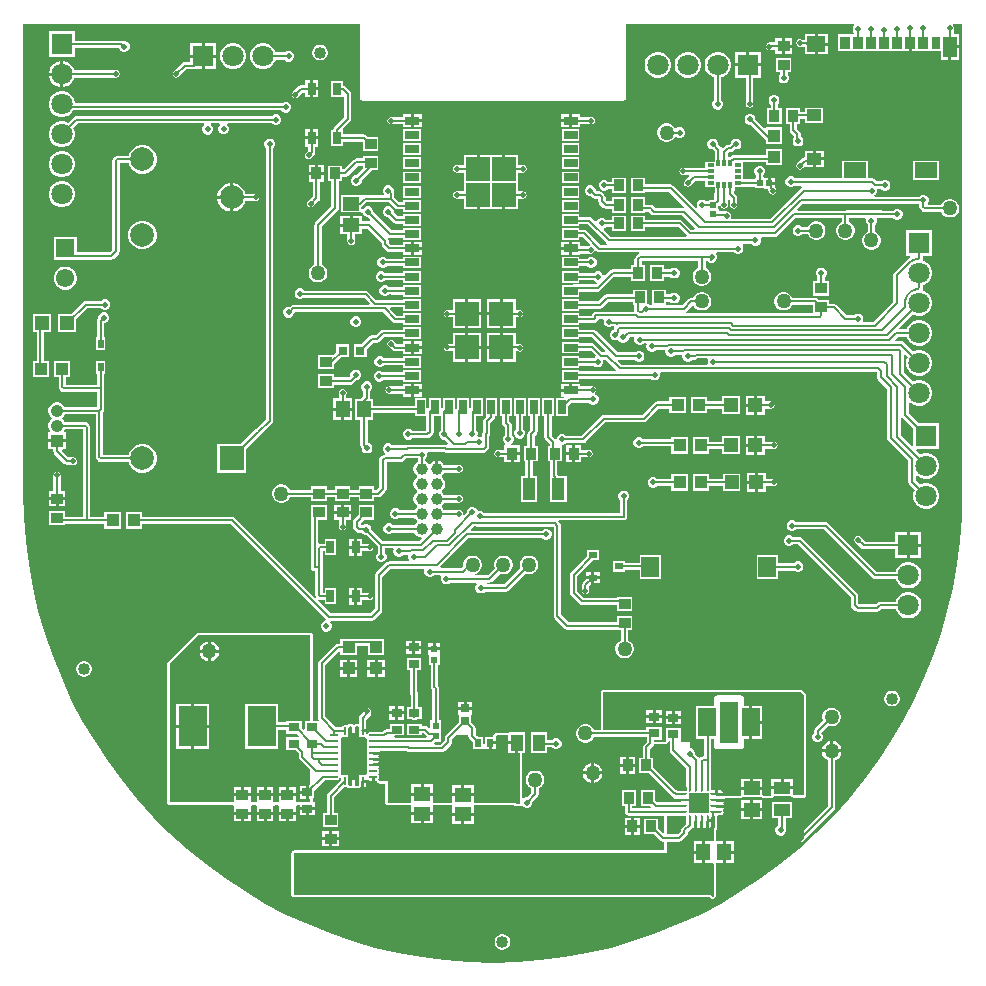
<source format=gtl>
G04*
G04 #@! TF.GenerationSoftware,Altium Limited,Altium Designer,21.1.1 (26)*
G04*
G04 Layer_Physical_Order=1*
G04 Layer_Color=255*
%FSLAX25Y25*%
%MOIN*%
G70*
G04*
G04 #@! TF.SameCoordinates,C68D4824-2329-4DC3-A8B2-0020690D2EBA*
G04*
G04*
G04 #@! TF.FilePolarity,Positive*
G04*
G01*
G75*
%ADD16C,0.00800*%
%ADD18R,0.04331X0.04331*%
%ADD19R,0.03937X0.03543*%
%ADD20R,0.04331X0.04331*%
%ADD21R,0.02953X0.02362*%
%ADD22R,0.05906X0.06693*%
%ADD23R,0.04724X0.04724*%
%ADD24C,0.05000*%
%ADD25R,0.04724X0.02756*%
%ADD26R,0.02756X0.04724*%
%ADD27R,0.07874X0.07874*%
%ADD28R,0.04606X0.07087*%
%ADD29R,0.02953X0.04331*%
%ADD30R,0.03347X0.04331*%
%ADD31R,0.06102X0.05315*%
%ADD32R,0.04724X0.03937*%
%ADD33R,0.07480X0.05315*%
%ADD34R,0.04134X0.05512*%
%ADD35R,0.03543X0.02756*%
%ADD36R,0.09500X0.13500*%
%ADD37R,0.02047X0.02047*%
%ADD38R,0.01378X0.02264*%
%ADD39R,0.02264X0.01378*%
%ADD40R,0.03150X0.03150*%
%ADD41R,0.03543X0.03937*%
%ADD42R,0.02559X0.04134*%
%ADD43R,0.04331X0.07480*%
%ADD44R,0.04528X0.05709*%
%ADD45R,0.02441X0.02441*%
%ADD46R,0.02953X0.02559*%
%ADD47R,0.02165X0.02559*%
%ADD48R,0.05733X0.04940*%
G04:AMPARAMS|DCode=49|XSize=23.62mil|YSize=9.45mil|CornerRadius=1.98mil|HoleSize=0mil|Usage=FLASHONLY|Rotation=0.000|XOffset=0mil|YOffset=0mil|HoleType=Round|Shape=RoundedRectangle|*
%AMROUNDEDRECTD49*
21,1,0.02362,0.00548,0,0,0.0*
21,1,0.01965,0.00945,0,0,0.0*
1,1,0.00397,0.00983,-0.00274*
1,1,0.00397,-0.00983,-0.00274*
1,1,0.00397,-0.00983,0.00274*
1,1,0.00397,0.00983,0.00274*
%
%ADD49ROUNDEDRECTD49*%
G04:AMPARAMS|DCode=50|XSize=9.45mil|YSize=23.62mil|CornerRadius=1.98mil|HoleSize=0mil|Usage=FLASHONLY|Rotation=0.000|XOffset=0mil|YOffset=0mil|HoleType=Round|Shape=RoundedRectangle|*
%AMROUNDEDRECTD50*
21,1,0.00945,0.01965,0,0,0.0*
21,1,0.00548,0.02362,0,0,0.0*
1,1,0.00397,0.00274,-0.00983*
1,1,0.00397,-0.00274,-0.00983*
1,1,0.00397,-0.00274,0.00983*
1,1,0.00397,0.00274,0.00983*
%
%ADD50ROUNDEDRECTD50*%
%ADD51R,0.05512X0.04134*%
%ADD52R,0.05709X0.04528*%
%ADD53R,0.05906X0.09449*%
%ADD54R,0.02047X0.02047*%
%ADD55R,0.01968X0.03150*%
G04:AMPARAMS|DCode=56|XSize=9.42mil|YSize=38.03mil|CornerRadius=4.71mil|HoleSize=0mil|Usage=FLASHONLY|Rotation=270.000|XOffset=0mil|YOffset=0mil|HoleType=Round|Shape=RoundedRectangle|*
%AMROUNDEDRECTD56*
21,1,0.00942,0.02861,0,0,270.0*
21,1,0.00000,0.03803,0,0,270.0*
1,1,0.00942,-0.01431,0.00000*
1,1,0.00942,-0.01431,0.00000*
1,1,0.00942,0.01431,0.00000*
1,1,0.00942,0.01431,0.00000*
%
%ADD56ROUNDEDRECTD56*%
G04:AMPARAMS|DCode=57|XSize=38.03mil|YSize=9.42mil|CornerRadius=4.71mil|HoleSize=0mil|Usage=FLASHONLY|Rotation=270.000|XOffset=0mil|YOffset=0mil|HoleType=Round|Shape=RoundedRectangle|*
%AMROUNDEDRECTD57*
21,1,0.03803,0.00000,0,0,270.0*
21,1,0.02861,0.00942,0,0,270.0*
1,1,0.00942,0.00000,-0.01431*
1,1,0.00942,0.00000,0.01431*
1,1,0.00942,0.00000,0.01431*
1,1,0.00942,0.00000,-0.01431*
%
%ADD57ROUNDEDRECTD57*%
%ADD58R,0.00942X0.03803*%
%ADD92R,0.06614X0.06614*%
%ADD98C,0.07874*%
%ADD102C,0.02000*%
%ADD103C,0.00800*%
%ADD104C,0.04000*%
%ADD105C,0.07760*%
%ADD106C,0.04134*%
%ADD107R,0.07087X0.07087*%
%ADD108C,0.07087*%
%ADD109C,0.03960*%
%ADD110R,0.07087X0.07087*%
%ADD111C,0.06102*%
%ADD112R,0.06102X0.06102*%
%ADD113R,0.04134X0.04134*%
%ADD114C,0.02400*%
G36*
X313941Y-157468D02*
X313740Y-165405D01*
X313138Y-173309D01*
X312136Y-181173D01*
X310738Y-188976D01*
X308946Y-196698D01*
X306765Y-204319D01*
X304201Y-211820D01*
X301261Y-219181D01*
X297951Y-226385D01*
X294281Y-233411D01*
X290260Y-240242D01*
X285897Y-246861D01*
X281205Y-253251D01*
X276196Y-259395D01*
X270882Y-265277D01*
X265276Y-270882D01*
X259394Y-276196D01*
X253251Y-281206D01*
X246861Y-285897D01*
X240242Y-290260D01*
X233411Y-294281D01*
X226384Y-297951D01*
X219181Y-301261D01*
X211820Y-304202D01*
X204319Y-306766D01*
X196697Y-308946D01*
X188976Y-310738D01*
X181173Y-312137D01*
X173309Y-313138D01*
X165405Y-313740D01*
X157480Y-313941D01*
X149556Y-313740D01*
X141651Y-313138D01*
X133788Y-312137D01*
X125985Y-310738D01*
X118263Y-308946D01*
X110642Y-306766D01*
X103140Y-304202D01*
X95779Y-301261D01*
X88576Y-297951D01*
X81550Y-294281D01*
X74718Y-290260D01*
X68099Y-285897D01*
X61710Y-281206D01*
X55566Y-276196D01*
X49684Y-270882D01*
X44079Y-265277D01*
X38765Y-259394D01*
X33755Y-253251D01*
X29063Y-246861D01*
X24701Y-240242D01*
X20680Y-233411D01*
X17009Y-226385D01*
X13700Y-219181D01*
X10759Y-211820D01*
X8195Y-204319D01*
X6014Y-196698D01*
X4222Y-188976D01*
X2824Y-181173D01*
X1822Y-173309D01*
X1221Y-165405D01*
X1019Y-157468D01*
Y-1020D01*
X113154D01*
Y-25591D01*
X113231Y-25981D01*
X113452Y-26312D01*
X113783Y-26533D01*
X114173Y-26610D01*
X200787D01*
X201177Y-26533D01*
X201508Y-26312D01*
X201729Y-25981D01*
X201807Y-25591D01*
Y-1020D01*
X277829D01*
X278035Y-1520D01*
X277674Y-1880D01*
X277400Y-2542D01*
Y-3258D01*
X277674Y-3920D01*
X277790Y-4036D01*
X277583Y-4536D01*
X272683D01*
Y-10046D01*
X294126D01*
Y-10256D01*
X296100D01*
Y-7291D01*
X297100D01*
Y-10256D01*
X299073D01*
Y-10046D01*
X306725D01*
Y-13012D01*
X309328D01*
Y-8669D01*
X309828D01*
Y-8169D01*
X312931D01*
Y-4326D01*
X311052D01*
Y-2362D01*
X310958Y-1894D01*
X310708Y-1520D01*
X310735Y-1390D01*
X310879Y-1020D01*
X313941D01*
Y-157468D01*
D02*
G37*
%LPC*%
G36*
X264761Y-4326D02*
X261410D01*
Y-6297D01*
X260508D01*
X260304Y-6161D01*
X259836Y-6067D01*
X259367Y-6161D01*
X258970Y-6426D01*
X258705Y-6823D01*
X258612Y-7291D01*
X258705Y-7759D01*
X258970Y-8156D01*
X259200Y-8386D01*
X259597Y-8651D01*
X260065Y-8744D01*
X261410D01*
Y-11241D01*
X264761D01*
Y-7783D01*
Y-4326D01*
D02*
G37*
G36*
X269112D02*
X265761D01*
Y-7283D01*
X269112D01*
Y-4326D01*
D02*
G37*
G36*
X257169Y-5879D02*
X254900D01*
Y-7950D01*
X257169D01*
Y-5879D01*
D02*
G37*
G36*
X18123Y-3531D02*
X9436D01*
Y-12217D01*
X18123D01*
Y-9123D01*
X32868D01*
X33074Y-9620D01*
X33580Y-10126D01*
X34242Y-10400D01*
X34958D01*
X35620Y-10126D01*
X36126Y-9620D01*
X36400Y-8958D01*
Y-8242D01*
X36126Y-7580D01*
X35620Y-7074D01*
X34958Y-6800D01*
X34242D01*
X34148Y-6839D01*
X34043Y-6770D01*
X33575Y-6677D01*
X18123D01*
Y-3531D01*
D02*
G37*
G36*
X257169Y-8950D02*
X254900D01*
Y-11022D01*
X257169D01*
Y-8950D01*
D02*
G37*
G36*
X253900Y-5879D02*
X251631D01*
Y-7227D01*
X249825D01*
X249357Y-7320D01*
X248960Y-7585D01*
X248741Y-7804D01*
X248476Y-8201D01*
X248383Y-8669D01*
X248476Y-9137D01*
X248741Y-9534D01*
X249138Y-9799D01*
X249606Y-9892D01*
X250075Y-9799D01*
X250262Y-9674D01*
X251631D01*
Y-11022D01*
X253900D01*
Y-8450D01*
Y-5879D01*
D02*
G37*
G36*
X269112Y-8283D02*
X265761D01*
Y-11241D01*
X269112D01*
Y-8283D01*
D02*
G37*
G36*
X65209Y-7468D02*
X61366D01*
Y-11311D01*
X65209D01*
Y-7468D01*
D02*
G37*
G36*
X60366D02*
X56523D01*
Y-11311D01*
X60366D01*
Y-7468D01*
D02*
G37*
G36*
X312931Y-9169D02*
X310328D01*
Y-13012D01*
X312931D01*
Y-9169D01*
D02*
G37*
G36*
X100141Y-8010D02*
X99459D01*
X98800Y-8186D01*
X98210Y-8528D01*
X97728Y-9010D01*
X97386Y-9600D01*
X97210Y-10259D01*
Y-10941D01*
X97386Y-11600D01*
X97728Y-12190D01*
X98210Y-12673D01*
X98800Y-13013D01*
X99459Y-13190D01*
X100141D01*
X100800Y-13013D01*
X101390Y-12673D01*
X101873Y-12190D01*
X102214Y-11600D01*
X102390Y-10941D01*
Y-10259D01*
X102214Y-9600D01*
X101873Y-9010D01*
X101390Y-8528D01*
X100800Y-8186D01*
X100141Y-8010D01*
D02*
G37*
G36*
X81438Y-7468D02*
X80294D01*
X79190Y-7764D01*
X78199Y-8336D01*
X77391Y-9144D01*
X76819Y-10135D01*
X76523Y-11239D01*
Y-12383D01*
X76819Y-13487D01*
X77391Y-14478D01*
X78199Y-15286D01*
X79190Y-15858D01*
X80294Y-16154D01*
X81438D01*
X82543Y-15858D01*
X83533Y-15286D01*
X84342Y-14478D01*
X84913Y-13487D01*
X85035Y-13035D01*
X88048D01*
X88350Y-13337D01*
X89012Y-13611D01*
X89728D01*
X90390Y-13337D01*
X90896Y-12831D01*
X91170Y-12169D01*
Y-11453D01*
X90896Y-10791D01*
X90390Y-10285D01*
X89728Y-10011D01*
X89012D01*
X88350Y-10285D01*
X88048Y-10588D01*
X85035D01*
X84913Y-10135D01*
X84342Y-9144D01*
X83533Y-8336D01*
X82543Y-7764D01*
X81438Y-7468D01*
D02*
G37*
G36*
X246743Y-10406D02*
X242900D01*
Y-14250D01*
X246743D01*
Y-10406D01*
D02*
G37*
G36*
X241900D02*
X238057D01*
Y-14250D01*
X241900D01*
Y-10406D01*
D02*
G37*
G36*
X71438Y-7468D02*
X70294D01*
X69190Y-7764D01*
X68199Y-8336D01*
X67391Y-9144D01*
X66819Y-10135D01*
X66523Y-11239D01*
Y-12383D01*
X66819Y-13487D01*
X67391Y-14478D01*
X68199Y-15286D01*
X69190Y-15858D01*
X70294Y-16154D01*
X71438D01*
X72543Y-15858D01*
X73533Y-15286D01*
X74342Y-14478D01*
X74914Y-13487D01*
X75209Y-12383D01*
Y-11239D01*
X74914Y-10135D01*
X74342Y-9144D01*
X73533Y-8336D01*
X72543Y-7764D01*
X71438Y-7468D01*
D02*
G37*
G36*
X65209Y-12311D02*
X61366D01*
Y-16154D01*
X65209D01*
Y-12311D01*
D02*
G37*
G36*
X13280Y-13531D02*
X13208D01*
X12103Y-13827D01*
X11113Y-14399D01*
X10304Y-15207D01*
X9732Y-16198D01*
X9436Y-17302D01*
Y-17374D01*
X13280D01*
Y-13531D01*
D02*
G37*
G36*
X60366Y-12311D02*
X56523D01*
Y-13731D01*
X54731D01*
X54263Y-13824D01*
X53865Y-14089D01*
X51103Y-16851D01*
X50838Y-17248D01*
X50745Y-17717D01*
X50838Y-18185D01*
X51103Y-18582D01*
X51500Y-18847D01*
X51968Y-18940D01*
X52437Y-18847D01*
X52834Y-18582D01*
X55238Y-16178D01*
X57723D01*
X57841Y-16154D01*
X60366D01*
Y-12311D01*
D02*
G37*
G36*
X222972Y-10406D02*
X221828D01*
X220724Y-10702D01*
X219733Y-11274D01*
X218924Y-12083D01*
X218353Y-13073D01*
X218057Y-14178D01*
Y-15321D01*
X218353Y-16426D01*
X218924Y-17416D01*
X219733Y-18225D01*
X220724Y-18797D01*
X221828Y-19093D01*
X222972D01*
X224077Y-18797D01*
X225067Y-18225D01*
X225875Y-17416D01*
X226447Y-16426D01*
X226743Y-15321D01*
Y-14178D01*
X226447Y-13073D01*
X225875Y-12083D01*
X225067Y-11274D01*
X224077Y-10702D01*
X222972Y-10406D01*
D02*
G37*
G36*
X212972D02*
X211828D01*
X210723Y-10702D01*
X209733Y-11274D01*
X208925Y-12083D01*
X208353Y-13073D01*
X208057Y-14178D01*
Y-15321D01*
X208353Y-16426D01*
X208925Y-17416D01*
X209733Y-18225D01*
X210723Y-18797D01*
X211828Y-19093D01*
X212972D01*
X214076Y-18797D01*
X215067Y-18225D01*
X215876Y-17416D01*
X216447Y-16426D01*
X216743Y-15321D01*
Y-14178D01*
X216447Y-13073D01*
X215876Y-12083D01*
X215067Y-11274D01*
X214076Y-10702D01*
X212972Y-10406D01*
D02*
G37*
G36*
X256959Y-12388D02*
X251841D01*
Y-17111D01*
X253276D01*
Y-17778D01*
X252974Y-18080D01*
X252700Y-18742D01*
Y-19458D01*
X252974Y-20120D01*
X253480Y-20626D01*
X254142Y-20900D01*
X254858D01*
X255520Y-20626D01*
X256026Y-20120D01*
X256300Y-19458D01*
Y-18742D01*
X256026Y-18080D01*
X255724Y-17778D01*
Y-17111D01*
X256959D01*
Y-12388D01*
D02*
G37*
G36*
X14351Y-13531D02*
X14279D01*
Y-17874D01*
X13780D01*
D01*
X14279D01*
Y-22217D01*
X14351D01*
X15456Y-21921D01*
X16446Y-21350D01*
X17255Y-20541D01*
X17827Y-19550D01*
X17969Y-19019D01*
X31811D01*
X32279Y-18926D01*
X32676Y-18660D01*
X32755Y-18582D01*
X33020Y-18185D01*
X33113Y-17717D01*
X33020Y-17248D01*
X32755Y-16851D01*
X32358Y-16586D01*
X31890Y-16493D01*
X31494Y-16572D01*
X17927D01*
X17827Y-16198D01*
X17255Y-15207D01*
X16446Y-14399D01*
X15456Y-13827D01*
X14351Y-13531D01*
D02*
G37*
G36*
X13280Y-18374D02*
X9436D01*
Y-18446D01*
X9732Y-19550D01*
X10304Y-20541D01*
X11113Y-21350D01*
X12103Y-21921D01*
X13208Y-22217D01*
X13280D01*
Y-18374D01*
D02*
G37*
G36*
X99147Y-19864D02*
X97568D01*
Y-22231D01*
X99147D01*
Y-19864D01*
D02*
G37*
G36*
Y-23231D02*
X97568D01*
Y-25598D01*
X99147D01*
Y-23231D01*
D02*
G37*
G36*
X96568Y-19864D02*
X94988D01*
Y-21507D01*
X93469D01*
X93001Y-21600D01*
X92604Y-21866D01*
X90735Y-23735D01*
X90470Y-24132D01*
X90377Y-24600D01*
X90470Y-25068D01*
X90735Y-25465D01*
X91132Y-25730D01*
X91600Y-25824D01*
X92068Y-25730D01*
X92465Y-25465D01*
X93976Y-23954D01*
X94988D01*
Y-25598D01*
X96568D01*
Y-22731D01*
Y-19864D01*
D02*
G37*
G36*
X246743Y-15250D02*
X242400D01*
X238057D01*
Y-19093D01*
X241877D01*
Y-27800D01*
X241970Y-28268D01*
X242235Y-28665D01*
X242632Y-28930D01*
X243100Y-29024D01*
X243568Y-28930D01*
X243965Y-28665D01*
X244230Y-28268D01*
X244323Y-27800D01*
Y-19093D01*
X246743D01*
Y-15250D01*
D02*
G37*
G36*
X232972Y-10406D02*
X231828D01*
X230724Y-10702D01*
X229733Y-11274D01*
X228924Y-12083D01*
X228353Y-13073D01*
X228057Y-14178D01*
Y-15321D01*
X228353Y-16426D01*
X228924Y-17416D01*
X229733Y-18225D01*
X230724Y-18797D01*
X231176Y-18918D01*
Y-26478D01*
X230874Y-26780D01*
X230600Y-27442D01*
Y-28158D01*
X230874Y-28820D01*
X231380Y-29326D01*
X232042Y-29600D01*
X232758D01*
X233420Y-29326D01*
X233926Y-28820D01*
X234200Y-28158D01*
Y-27442D01*
X233926Y-26780D01*
X233624Y-26478D01*
Y-18918D01*
X234076Y-18797D01*
X235067Y-18225D01*
X235876Y-17416D01*
X236447Y-16426D01*
X236743Y-15321D01*
Y-14178D01*
X236447Y-13073D01*
X235876Y-12083D01*
X235067Y-11274D01*
X234076Y-10702D01*
X232972Y-10406D01*
D02*
G37*
G36*
X267524Y-28945D02*
X261620D01*
Y-30280D01*
X260011D01*
Y-29241D01*
X255288D01*
Y-34359D01*
X256426D01*
Y-36550D01*
X256519Y-37018D01*
X256785Y-37415D01*
X257776Y-38407D01*
Y-38978D01*
X257674Y-39080D01*
X257400Y-39742D01*
Y-40458D01*
X257674Y-41120D01*
X258180Y-41626D01*
X258842Y-41900D01*
X259558D01*
X260220Y-41626D01*
X260726Y-41120D01*
X261000Y-40458D01*
Y-39742D01*
X260726Y-39080D01*
X260224Y-38578D01*
Y-37900D01*
X260130Y-37432D01*
X259865Y-37035D01*
X258873Y-36043D01*
Y-34359D01*
X260011D01*
Y-32727D01*
X261620D01*
Y-34062D01*
X267524D01*
Y-28945D01*
D02*
G37*
G36*
X14351Y-23531D02*
X13208D01*
X12103Y-23827D01*
X11113Y-24398D01*
X10304Y-25207D01*
X9732Y-26198D01*
X9436Y-27302D01*
Y-28446D01*
X9732Y-29550D01*
X10304Y-30541D01*
X11113Y-31350D01*
X12103Y-31921D01*
X13208Y-32217D01*
X14351D01*
X15456Y-31921D01*
X16446Y-31350D01*
X17255Y-30541D01*
X17629Y-29894D01*
X86963D01*
X86974Y-29920D01*
X87480Y-30426D01*
X88142Y-30700D01*
X88858D01*
X89520Y-30426D01*
X90026Y-29920D01*
X90300Y-29258D01*
Y-28542D01*
X90026Y-27880D01*
X89520Y-27374D01*
X88858Y-27100D01*
X88142D01*
X87480Y-27374D01*
X87407Y-27447D01*
X18123D01*
Y-27302D01*
X17827Y-26198D01*
X17255Y-25207D01*
X16446Y-24398D01*
X15456Y-23827D01*
X14351Y-23531D01*
D02*
G37*
G36*
X133806Y-31172D02*
X131144D01*
Y-32850D01*
X133806D01*
Y-31172D01*
D02*
G37*
G36*
X182900D02*
X180238D01*
Y-32850D01*
X182900D01*
Y-31172D01*
D02*
G37*
G36*
X85458Y-31200D02*
X84742D01*
X84080Y-31474D01*
X83778Y-31776D01*
X18654D01*
X18185Y-31870D01*
X17788Y-32135D01*
X15862Y-34061D01*
X15456Y-33827D01*
X14351Y-33531D01*
X13208D01*
X12103Y-33827D01*
X11113Y-34398D01*
X10304Y-35207D01*
X9732Y-36198D01*
X9436Y-37302D01*
Y-38446D01*
X9732Y-39551D01*
X10304Y-40541D01*
X11113Y-41350D01*
X12103Y-41921D01*
X13208Y-42217D01*
X14351D01*
X15456Y-41921D01*
X16446Y-41350D01*
X17255Y-40541D01*
X17827Y-39551D01*
X18123Y-38446D01*
Y-37302D01*
X17827Y-36198D01*
X17592Y-35792D01*
X19160Y-34223D01*
X61178D01*
X61299Y-34492D01*
X61331Y-34723D01*
X60874Y-35180D01*
X60600Y-35842D01*
Y-36558D01*
X60874Y-37220D01*
X61380Y-37726D01*
X62042Y-38000D01*
X62758D01*
X63420Y-37726D01*
X63926Y-37220D01*
X64200Y-36558D01*
Y-35842D01*
X63926Y-35180D01*
X63469Y-34723D01*
X63502Y-34492D01*
X63622Y-34223D01*
X66224D01*
X66431Y-34723D01*
X66174Y-34980D01*
X65900Y-35642D01*
Y-36358D01*
X66174Y-37020D01*
X66680Y-37526D01*
X67342Y-37800D01*
X68058D01*
X68720Y-37526D01*
X69226Y-37020D01*
X69500Y-36358D01*
Y-35642D01*
X69226Y-34980D01*
X68969Y-34723D01*
X69176Y-34223D01*
X83778D01*
X84080Y-34526D01*
X84742Y-34800D01*
X85458D01*
X86120Y-34526D01*
X86626Y-34020D01*
X86900Y-33358D01*
Y-32642D01*
X86626Y-31980D01*
X86120Y-31474D01*
X85458Y-31200D01*
D02*
G37*
G36*
X251558Y-24700D02*
X250842D01*
X250180Y-24974D01*
X249674Y-25480D01*
X249400Y-26142D01*
Y-26858D01*
X249674Y-27520D01*
X250127Y-27972D01*
Y-29241D01*
X248989D01*
Y-34359D01*
X253712D01*
Y-29241D01*
X252574D01*
Y-27672D01*
X252726Y-27520D01*
X253000Y-26858D01*
Y-26142D01*
X252726Y-25480D01*
X252220Y-24974D01*
X251558Y-24700D01*
D02*
G37*
G36*
X186562Y-31172D02*
X183900D01*
Y-33350D01*
Y-35528D01*
X186562D01*
Y-34574D01*
X190255D01*
X190723Y-34481D01*
X191120Y-34216D01*
X191385Y-33819D01*
X191479Y-33350D01*
X191385Y-32882D01*
X191120Y-32485D01*
X190723Y-32220D01*
X190255Y-32127D01*
X186562D01*
Y-31172D01*
D02*
G37*
G36*
X182900Y-33850D02*
X180238D01*
Y-35528D01*
X182900D01*
Y-33850D01*
D02*
G37*
G36*
X133806Y-33850D02*
X131144D01*
Y-35528D01*
X133806D01*
Y-33850D01*
D02*
G37*
G36*
X130144Y-31172D02*
X127482D01*
Y-32127D01*
X123581D01*
X123113Y-32220D01*
X122716Y-32485D01*
X122451Y-32882D01*
X122358Y-33350D01*
X122451Y-33819D01*
X122716Y-34216D01*
X123113Y-34481D01*
X123581Y-34574D01*
X127482D01*
Y-35528D01*
X130144D01*
Y-33350D01*
Y-31172D01*
D02*
G37*
G36*
X107402Y-20074D02*
X103663D01*
Y-25388D01*
X107402D01*
Y-25388D01*
X107877Y-25449D01*
Y-32225D01*
X104667Y-35435D01*
X104402Y-35832D01*
X104309Y-36300D01*
Y-36412D01*
X103663D01*
Y-41726D01*
X107402D01*
Y-40293D01*
X113962D01*
X114242Y-40572D01*
Y-43484D01*
X119359D01*
Y-38760D01*
X115891D01*
X115334Y-38204D01*
X114937Y-37939D01*
X114469Y-37846D01*
X107402D01*
Y-36412D01*
X107402Y-36412D01*
X107402D01*
X107582Y-35981D01*
X109965Y-33597D01*
X110230Y-33200D01*
X110324Y-32732D01*
Y-24400D01*
X110230Y-23932D01*
X109965Y-23535D01*
X108296Y-21866D01*
X107899Y-21600D01*
X107431Y-21507D01*
X107402D01*
Y-20074D01*
D02*
G37*
G36*
X99147Y-36202D02*
X97568D01*
Y-38569D01*
X99147D01*
Y-36202D01*
D02*
G37*
G36*
X96568D02*
X94988D01*
Y-38569D01*
X96568D01*
Y-36202D01*
D02*
G37*
G36*
X215818Y-34210D02*
X215004D01*
X214218Y-34421D01*
X213513Y-34827D01*
X212938Y-35403D01*
X212531Y-36107D01*
X212321Y-36893D01*
Y-37707D01*
X212531Y-38493D01*
X212938Y-39197D01*
X213513Y-39773D01*
X214218Y-40179D01*
X215004Y-40390D01*
X215818D01*
X216603Y-40179D01*
X217308Y-39773D01*
X217883Y-39197D01*
X218052Y-38905D01*
X218677Y-38823D01*
X218680Y-38826D01*
X219342Y-39100D01*
X220058D01*
X220720Y-38826D01*
X221226Y-38320D01*
X221500Y-37658D01*
Y-36942D01*
X221226Y-36280D01*
X220720Y-35774D01*
X220058Y-35500D01*
X219342D01*
X218680Y-35774D01*
X218677Y-35777D01*
X218052Y-35695D01*
X217883Y-35403D01*
X217308Y-34827D01*
X216603Y-34421D01*
X215818Y-34210D01*
D02*
G37*
G36*
X186352Y-36107D02*
X180448D01*
Y-40043D01*
X186352D01*
Y-36107D01*
D02*
G37*
G36*
X133596D02*
X127692D01*
Y-40043D01*
X133596D01*
Y-36107D01*
D02*
G37*
G36*
X243558Y-31000D02*
X242842D01*
X242180Y-31274D01*
X241674Y-31780D01*
X241400Y-32442D01*
Y-33158D01*
X241674Y-33820D01*
X242180Y-34326D01*
X242842Y-34600D01*
X243270D01*
X248445Y-39775D01*
Y-41082D01*
X253955D01*
Y-35572D01*
X248445D01*
Y-35661D01*
X247983Y-35852D01*
X245000Y-32870D01*
Y-32442D01*
X244726Y-31780D01*
X244220Y-31274D01*
X243558Y-31000D01*
D02*
G37*
G36*
X238889Y-39300D02*
X238173D01*
X237512Y-39574D01*
X237005Y-40080D01*
X236731Y-40742D01*
Y-40889D01*
X236329Y-41292D01*
X235831D01*
X235363Y-41385D01*
X234966Y-41650D01*
X234250Y-42366D01*
X233644Y-42265D01*
X233542Y-42112D01*
X232600Y-41170D01*
Y-40742D01*
X232326Y-40080D01*
X231820Y-39574D01*
X231158Y-39300D01*
X230442D01*
X229780Y-39574D01*
X229274Y-40080D01*
X229000Y-40742D01*
Y-41458D01*
X229274Y-42120D01*
X229780Y-42626D01*
X230442Y-42900D01*
X230870D01*
X231454Y-43484D01*
Y-45867D01*
X231398D01*
Y-46949D01*
X228347D01*
Y-48708D01*
X228137D01*
Y-48973D01*
X220889D01*
X220421Y-49066D01*
X220024Y-49332D01*
X219758Y-49729D01*
X219665Y-50197D01*
X219758Y-50665D01*
X220024Y-51062D01*
X220421Y-51327D01*
X220889Y-51420D01*
X222730D01*
X222921Y-51882D01*
X221535Y-53269D01*
X221270Y-53666D01*
X221177Y-54134D01*
X221270Y-54602D01*
X221535Y-54999D01*
X221932Y-55264D01*
X222400Y-55357D01*
X222868Y-55264D01*
X223265Y-54999D01*
X224875Y-53389D01*
X228137D01*
Y-53654D01*
X228347D01*
Y-55413D01*
X231398D01*
Y-56495D01*
X231454D01*
Y-57189D01*
X231315Y-57396D01*
X231222Y-57864D01*
Y-59485D01*
X230904Y-59804D01*
X229407D01*
Y-60194D01*
X228487D01*
X228185Y-59891D01*
X227523Y-59617D01*
X226807D01*
X226146Y-59891D01*
X225639Y-60398D01*
X225365Y-61059D01*
Y-61775D01*
X225546Y-62212D01*
X225122Y-62495D01*
X217574Y-54947D01*
X217177Y-54682D01*
X216709Y-54589D01*
X208085D01*
Y-52288D01*
X203361D01*
Y-57405D01*
X208085D01*
Y-57036D01*
X216202D01*
X221154Y-61988D01*
X221123Y-62158D01*
X220936Y-62476D01*
X211788D01*
X211539Y-62103D01*
X211070Y-61635D01*
X210673Y-61370D01*
X210205Y-61277D01*
X208085D01*
Y-58859D01*
X203361D01*
Y-63976D01*
X208085D01*
Y-63723D01*
X209559D01*
X209808Y-64096D01*
X210277Y-64565D01*
X210674Y-64830D01*
X211142Y-64924D01*
X220559D01*
X224850Y-69214D01*
X224658Y-69677D01*
X223627D01*
X220644Y-66693D01*
X220247Y-66428D01*
X219779Y-66335D01*
X208085D01*
Y-65000D01*
X203361D01*
Y-70117D01*
X208085D01*
Y-68782D01*
X219272D01*
X222027Y-71537D01*
X221820Y-72037D01*
X196706D01*
X194472Y-69802D01*
X194589Y-69213D01*
X194899Y-69084D01*
X195201Y-68782D01*
X197062D01*
Y-70117D01*
X201785D01*
Y-65000D01*
X197062D01*
Y-66335D01*
X195201D01*
X194899Y-66032D01*
X194237Y-65758D01*
X193521D01*
X192860Y-66032D01*
X192353Y-66539D01*
X192225Y-66849D01*
X191635Y-66966D01*
X190504Y-65835D01*
X190107Y-65570D01*
X189639Y-65477D01*
X186352D01*
Y-64453D01*
X180448D01*
Y-68389D01*
X186352D01*
Y-67923D01*
X189132D01*
X195334Y-74126D01*
X195560Y-74277D01*
X195408Y-74777D01*
X193507D01*
X188765Y-70035D01*
X188368Y-69770D01*
X187900Y-69677D01*
X186352D01*
Y-69178D01*
X180448D01*
Y-73114D01*
X186352D01*
Y-72123D01*
X187393D01*
X189964Y-74695D01*
X189757Y-75195D01*
X186562D01*
Y-73692D01*
X183900D01*
Y-75870D01*
Y-78048D01*
X186562D01*
Y-77642D01*
X190081D01*
X190549Y-77549D01*
X190946Y-77283D01*
X191212Y-76886D01*
X191251Y-76688D01*
X191794Y-76524D01*
X192135Y-76865D01*
X192532Y-77130D01*
X193000Y-77223D01*
X206183D01*
X206233Y-77723D01*
X206089Y-77752D01*
X205692Y-78017D01*
X205040Y-78669D01*
X204775Y-79066D01*
X204682Y-79534D01*
Y-81536D01*
X203544D01*
Y-82871D01*
X197415D01*
X196947Y-82964D01*
X196550Y-83229D01*
X194717Y-85062D01*
X194213Y-84859D01*
X193981Y-84299D01*
X193475Y-83793D01*
X192813Y-83519D01*
X192097D01*
X191436Y-83793D01*
X191133Y-84095D01*
X186352D01*
Y-83351D01*
X180448D01*
Y-87287D01*
X186352D01*
Y-86542D01*
X191133D01*
X191436Y-86845D01*
X191888Y-87032D01*
X192045Y-87539D01*
X191807Y-87842D01*
X184378D01*
X183910Y-87935D01*
X183700Y-88075D01*
X180448D01*
Y-92011D01*
X186352D01*
Y-90289D01*
X192444D01*
X192912Y-90196D01*
X193309Y-89930D01*
X197922Y-85318D01*
X203544D01*
Y-86653D01*
X208267D01*
Y-81536D01*
X207129D01*
Y-80106D01*
X225942D01*
Y-82457D01*
X225268Y-82846D01*
X224693Y-83422D01*
X224286Y-84126D01*
X224075Y-84912D01*
Y-85726D01*
X224286Y-86512D01*
X224693Y-87216D01*
X225268Y-87792D01*
X225973Y-88198D01*
X226759Y-88409D01*
X227572D01*
X228358Y-88198D01*
X229063Y-87792D01*
X229638Y-87216D01*
X230045Y-86512D01*
X230255Y-85726D01*
Y-84912D01*
X230045Y-84126D01*
X229638Y-83422D01*
X229063Y-82846D01*
X228389Y-82457D01*
Y-80106D01*
X229103D01*
X229366Y-80499D01*
X229763Y-80765D01*
X230231Y-80858D01*
X230699Y-80765D01*
X230828Y-80679D01*
X231480Y-80409D01*
X231987Y-79902D01*
X232261Y-79241D01*
Y-78525D01*
X231987Y-77863D01*
X231847Y-77723D01*
X232054Y-77223D01*
X237900D01*
X238203Y-77526D01*
X238864Y-77800D01*
X239580D01*
X240242Y-77526D01*
X240748Y-77020D01*
X241022Y-76358D01*
Y-75642D01*
X240748Y-74980D01*
X240714Y-74946D01*
X240905Y-74484D01*
X243698D01*
X244001Y-74787D01*
X244662Y-75061D01*
X245378D01*
X246040Y-74787D01*
X246546Y-74280D01*
X246820Y-73619D01*
Y-72903D01*
X246705Y-72623D01*
X247039Y-72123D01*
X251493D01*
X251961Y-72030D01*
X252358Y-71765D01*
X258332Y-65790D01*
X273723D01*
Y-67107D01*
X273049Y-67496D01*
X272474Y-68071D01*
X272067Y-68776D01*
X271856Y-69562D01*
Y-70375D01*
X272067Y-71161D01*
X272474Y-71866D01*
X273049Y-72441D01*
X273753Y-72848D01*
X274539Y-73059D01*
X275353D01*
X276139Y-72848D01*
X276843Y-72441D01*
X277419Y-71866D01*
X277825Y-71161D01*
X278036Y-70375D01*
Y-69562D01*
X277825Y-68776D01*
X277419Y-68071D01*
X276843Y-67496D01*
X276170Y-67107D01*
Y-65623D01*
X281662D01*
X281940Y-66039D01*
X281856Y-66242D01*
Y-66958D01*
X282130Y-67620D01*
X282384Y-67874D01*
Y-70399D01*
X281710Y-70788D01*
X281135Y-71363D01*
X280728Y-72068D01*
X280518Y-72854D01*
Y-73667D01*
X280728Y-74453D01*
X281135Y-75158D01*
X281710Y-75733D01*
X282415Y-76140D01*
X283201Y-76351D01*
X284014D01*
X284800Y-76140D01*
X285505Y-75733D01*
X286080Y-75158D01*
X286487Y-74453D01*
X286698Y-73667D01*
Y-72854D01*
X286487Y-72068D01*
X286080Y-71363D01*
X285505Y-70788D01*
X284831Y-70399D01*
Y-67970D01*
X285182Y-67620D01*
X285456Y-66958D01*
Y-66242D01*
X285372Y-66039D01*
X285649Y-65623D01*
X286753D01*
X286863Y-65697D01*
X287331Y-65790D01*
X290983D01*
X291286Y-66093D01*
X291947Y-66367D01*
X292663D01*
X293325Y-66093D01*
X293831Y-65587D01*
X294105Y-64925D01*
Y-64209D01*
X293831Y-63547D01*
X293325Y-63041D01*
X292663Y-62767D01*
X291947D01*
X291286Y-63041D01*
X290983Y-63343D01*
X287743D01*
X287632Y-63270D01*
X287164Y-63177D01*
X275233D01*
X274764Y-63270D01*
X274654Y-63343D01*
X259170D01*
X258979Y-62881D01*
X260737Y-61124D01*
X299578D01*
X299676Y-61222D01*
Y-62031D01*
X299770Y-62500D01*
X300035Y-62897D01*
X300503Y-63365D01*
X300900Y-63630D01*
X301369Y-63723D01*
X306966D01*
X307355Y-64397D01*
X307931Y-64973D01*
X308635Y-65379D01*
X309421Y-65590D01*
X310235D01*
X311021Y-65379D01*
X311725Y-64973D01*
X312301Y-64397D01*
X312707Y-63693D01*
X312918Y-62907D01*
Y-62093D01*
X312707Y-61307D01*
X312301Y-60603D01*
X311725Y-60027D01*
X311021Y-59621D01*
X310235Y-59410D01*
X309421D01*
X308635Y-59621D01*
X307931Y-60027D01*
X307355Y-60603D01*
X306966Y-61277D01*
X302776D01*
X302672Y-61170D01*
X302485Y-60777D01*
X302700Y-60258D01*
Y-59542D01*
X302426Y-58880D01*
X301920Y-58374D01*
X301258Y-58100D01*
X300542D01*
X299880Y-58374D01*
X299578Y-58676D01*
X284697D01*
X284598Y-58176D01*
X284720Y-58126D01*
X285226Y-57620D01*
X285500Y-56958D01*
Y-56242D01*
X285646Y-56024D01*
X286878D01*
X287180Y-56326D01*
X287842Y-56600D01*
X288558D01*
X289220Y-56326D01*
X289726Y-55820D01*
X290000Y-55158D01*
Y-54442D01*
X289726Y-53780D01*
X289220Y-53274D01*
X288558Y-53000D01*
X287842D01*
X287180Y-53274D01*
X286878Y-53576D01*
X285518D01*
X284843Y-52901D01*
X284446Y-52636D01*
X283978Y-52543D01*
X282682D01*
Y-46662D01*
X274021D01*
Y-52543D01*
X258189D01*
X257820Y-52174D01*
X257158Y-51900D01*
X256442D01*
X255780Y-52174D01*
X255274Y-52680D01*
X255000Y-53342D01*
Y-54058D01*
X255274Y-54720D01*
X255780Y-55226D01*
X256442Y-55500D01*
X257158D01*
X257820Y-55226D01*
X258055Y-54990D01*
X260273D01*
X260537Y-55453D01*
X260531Y-55490D01*
X260165Y-55735D01*
X249906Y-65993D01*
X236992D01*
X236725Y-65493D01*
X236730Y-65485D01*
X236824Y-65017D01*
X236730Y-64549D01*
X236465Y-64152D01*
X236240Y-63927D01*
X235843Y-63661D01*
X235375Y-63568D01*
X232844D01*
Y-62743D01*
X232634D01*
Y-61808D01*
X232658Y-61769D01*
X232817Y-61668D01*
X233370Y-61886D01*
X233635Y-62283D01*
X234032Y-62548D01*
X234500Y-62641D01*
X234968Y-62548D01*
X235365Y-62283D01*
X235438Y-62210D01*
X235703Y-61813D01*
X235796Y-61344D01*
Y-59796D01*
X236296Y-59547D01*
X236476Y-59684D01*
Y-61417D01*
X236570Y-61885D01*
X236835Y-62283D01*
X237232Y-62548D01*
X237700Y-62641D01*
X238168Y-62548D01*
X238565Y-62283D01*
X238830Y-61885D01*
X238924Y-61417D01*
Y-58960D01*
X238830Y-58492D01*
X238565Y-58095D01*
X237838Y-57367D01*
Y-56705D01*
X238103D01*
Y-55413D01*
X240944D01*
Y-55357D01*
X244843D01*
Y-55747D01*
X247783D01*
Y-55958D01*
X249028D01*
X249099Y-56317D01*
X249365Y-56714D01*
X249590Y-56939D01*
X249638Y-57180D01*
X249903Y-57577D01*
X250300Y-57842D01*
X250768Y-57936D01*
X251237Y-57842D01*
X251633Y-57577D01*
X251899Y-57180D01*
X251992Y-56712D01*
Y-56387D01*
X251899Y-55919D01*
X251633Y-55522D01*
X251453Y-55342D01*
Y-54757D01*
X251430Y-54639D01*
Y-54634D01*
X249606D01*
Y-54134D01*
X249106D01*
Y-52310D01*
X247783D01*
X247680Y-51853D01*
Y-51519D01*
X247983Y-51217D01*
X248257Y-50555D01*
Y-49839D01*
X247983Y-49177D01*
X247476Y-48671D01*
X246815Y-48397D01*
X246099D01*
X245437Y-48671D01*
X244931Y-49177D01*
X244657Y-49839D01*
Y-50555D01*
X244931Y-51217D01*
X245233Y-51519D01*
Y-52520D01*
X244843D01*
Y-52910D01*
X240944D01*
Y-47240D01*
X248445D01*
Y-48169D01*
X253955D01*
Y-42658D01*
X248445D01*
Y-44793D01*
X237743D01*
X237275Y-44886D01*
X236878Y-45151D01*
X236425Y-45605D01*
X235941Y-45487D01*
X235869Y-45379D01*
Y-44208D01*
X236338Y-43739D01*
X236835D01*
X237303Y-43646D01*
X237701Y-43380D01*
X238181Y-42900D01*
X238889D01*
X239551Y-42626D01*
X240057Y-42120D01*
X240331Y-41458D01*
Y-40742D01*
X240057Y-40080D01*
X239551Y-39574D01*
X238889Y-39300D01*
D02*
G37*
G36*
X186352Y-40831D02*
X180448D01*
Y-44767D01*
X186352D01*
Y-40831D01*
D02*
G37*
G36*
X133596D02*
X127692D01*
Y-44767D01*
X133596D01*
Y-40831D01*
D02*
G37*
G36*
X267734Y-43302D02*
X265072D01*
Y-45570D01*
X267734D01*
Y-43302D01*
D02*
G37*
G36*
X99147Y-39569D02*
X97068D01*
X94988D01*
Y-41936D01*
X95844D01*
Y-43426D01*
X95235Y-44035D01*
X94970Y-44432D01*
X94876Y-44900D01*
X94970Y-45368D01*
X95235Y-45765D01*
X95632Y-46030D01*
X96100Y-46123D01*
X96568Y-46030D01*
X96965Y-45765D01*
X97933Y-44797D01*
X98198Y-44401D01*
X98291Y-43932D01*
Y-41936D01*
X99147D01*
Y-39569D01*
D02*
G37*
G36*
X267734Y-46571D02*
X265072D01*
Y-48839D01*
X267734D01*
Y-46571D01*
D02*
G37*
G36*
X158577Y-44583D02*
X158206Y-44657D01*
X153044D01*
Y-49394D01*
X152044D01*
Y-44657D01*
X150358D01*
X149987Y-44583D01*
X149615Y-44657D01*
X147807D01*
Y-48170D01*
X145400D01*
X144932Y-48263D01*
X144535Y-48529D01*
X144270Y-48926D01*
X144176Y-49394D01*
X144270Y-49862D01*
X144535Y-50259D01*
X144932Y-50524D01*
X145400Y-50617D01*
X147807D01*
Y-54131D01*
Y-56902D01*
X145400D01*
X144932Y-56996D01*
X144535Y-57261D01*
X144270Y-57658D01*
X144176Y-58126D01*
X144270Y-58594D01*
X144535Y-58991D01*
X144932Y-59256D01*
X145400Y-59350D01*
X147807D01*
Y-62863D01*
X152044D01*
Y-58126D01*
X153044D01*
Y-62863D01*
X160635D01*
Y-58126D01*
X161635D01*
Y-62863D01*
X165872D01*
Y-59297D01*
X167501D01*
X167969Y-59203D01*
X168366Y-58938D01*
X168631Y-58541D01*
X168724Y-58073D01*
X168631Y-57605D01*
X168366Y-57208D01*
X167969Y-56943D01*
X167501Y-56850D01*
X165872D01*
Y-54131D01*
Y-50617D01*
X167501D01*
X167969Y-50524D01*
X168366Y-50259D01*
X168631Y-49862D01*
X168724Y-49394D01*
X168631Y-48926D01*
X168366Y-48529D01*
X167969Y-48263D01*
X167501Y-48170D01*
X165872D01*
Y-44657D01*
X161635D01*
Y-49394D01*
X160635D01*
Y-44657D01*
X158949D01*
X158577Y-44583D01*
D02*
G37*
G36*
X186352Y-45556D02*
X180448D01*
Y-49492D01*
X186352D01*
Y-45556D01*
D02*
G37*
G36*
X133596D02*
X127692D01*
Y-49492D01*
X133596D01*
Y-45556D01*
D02*
G37*
G36*
X119359Y-45060D02*
X114242D01*
Y-45920D01*
X111931D01*
X111463Y-46013D01*
X111066Y-46278D01*
X107762Y-49582D01*
X107262Y-49448D01*
Y-48342D01*
X102538D01*
Y-53458D01*
X103676D01*
Y-61871D01*
X98303Y-67245D01*
X98037Y-67642D01*
X97944Y-68110D01*
Y-81233D01*
X97270Y-81622D01*
X96695Y-82197D01*
X96288Y-82902D01*
X96078Y-83688D01*
Y-84501D01*
X96288Y-85287D01*
X96695Y-85992D01*
X97270Y-86567D01*
X97975Y-86974D01*
X98761Y-87185D01*
X99575D01*
X100360Y-86974D01*
X101065Y-86567D01*
X101640Y-85992D01*
X102047Y-85287D01*
X102258Y-84501D01*
Y-83688D01*
X102047Y-82902D01*
X101640Y-82197D01*
X101065Y-81622D01*
X100391Y-81233D01*
Y-68617D01*
X105765Y-63243D01*
X106030Y-62846D01*
X106123Y-62378D01*
Y-53458D01*
X107262D01*
Y-52123D01*
X108174D01*
X108642Y-52030D01*
X109039Y-51765D01*
X112438Y-48367D01*
X114242D01*
Y-49344D01*
X112001Y-51585D01*
X111573D01*
X110911Y-51859D01*
X110405Y-52365D01*
X110131Y-53027D01*
Y-53743D01*
X110405Y-54405D01*
X110911Y-54911D01*
X111573Y-55185D01*
X112289D01*
X112950Y-54911D01*
X113457Y-54405D01*
X113731Y-53743D01*
Y-53315D01*
X117263Y-49783D01*
X119359D01*
Y-45060D01*
D02*
G37*
G36*
X264072Y-43302D02*
X261410D01*
Y-45531D01*
X261010Y-45610D01*
X260613Y-45875D01*
X258970Y-47518D01*
X258970Y-47518D01*
X258705Y-47915D01*
X258612Y-48384D01*
X258705Y-48852D01*
X258970Y-49249D01*
X259367Y-49514D01*
X259836Y-49607D01*
X260304Y-49514D01*
X260701Y-49249D01*
X260956Y-48994D01*
X261410Y-48839D01*
Y-48839D01*
X261410Y-48839D01*
X264072D01*
Y-46071D01*
X264572D01*
D01*
X264072D01*
Y-43302D01*
D02*
G37*
G36*
X101172Y-48131D02*
X99101D01*
Y-50400D01*
X101172D01*
Y-48131D01*
D02*
G37*
G36*
X98101D02*
X96029D01*
Y-50400D01*
X98101D01*
Y-48131D01*
D02*
G37*
G36*
X41254Y-41523D02*
X40006D01*
X38802Y-41846D01*
X37721Y-42469D01*
X36839Y-43351D01*
X36216Y-44431D01*
X36054Y-45036D01*
X32358D01*
X31890Y-45129D01*
X31493Y-45395D01*
X31025Y-45863D01*
X30759Y-46260D01*
X30666Y-46729D01*
Y-76383D01*
X29808Y-77241D01*
X18812D01*
Y-71976D01*
X11109D01*
Y-79678D01*
X14910D01*
X14961Y-79688D01*
X30315D01*
X30783Y-79595D01*
X31180Y-79330D01*
X32755Y-77755D01*
X33020Y-77358D01*
X33113Y-76890D01*
Y-47483D01*
X36054D01*
X36216Y-48088D01*
X36839Y-49168D01*
X37721Y-50050D01*
X38802Y-50674D01*
X40006Y-50997D01*
X41254D01*
X42458Y-50674D01*
X43538Y-50050D01*
X44420Y-49168D01*
X45044Y-48088D01*
X45367Y-46883D01*
Y-45636D01*
X45044Y-44431D01*
X44420Y-43351D01*
X43538Y-42469D01*
X42458Y-41846D01*
X41254Y-41523D01*
D02*
G37*
G36*
X14351Y-43531D02*
X13208D01*
X12103Y-43827D01*
X11113Y-44398D01*
X10304Y-45207D01*
X9732Y-46198D01*
X9436Y-47302D01*
Y-48446D01*
X9732Y-49551D01*
X10304Y-50541D01*
X11113Y-51350D01*
X12103Y-51921D01*
X13208Y-52217D01*
X14351D01*
X15456Y-51921D01*
X16446Y-51350D01*
X17255Y-50541D01*
X17827Y-49551D01*
X18123Y-48446D01*
Y-47302D01*
X17827Y-46198D01*
X17255Y-45207D01*
X16446Y-44398D01*
X15456Y-43827D01*
X14351Y-43531D01*
D02*
G37*
G36*
X306186Y-46662D02*
X297525D01*
Y-53157D01*
X306186D01*
Y-46662D01*
D02*
G37*
G36*
X201785Y-52288D02*
X197062D01*
Y-53623D01*
X195920D01*
X195618Y-53320D01*
X194956Y-53047D01*
X194240D01*
X193579Y-53320D01*
X193072Y-53827D01*
X192798Y-54488D01*
Y-55204D01*
X193072Y-55866D01*
X193579Y-56372D01*
X194240Y-56647D01*
X194956D01*
X195618Y-56372D01*
X195920Y-56070D01*
X197062D01*
Y-57405D01*
X201785D01*
Y-52288D01*
D02*
G37*
G36*
X250106Y-52310D02*
Y-53634D01*
X251430D01*
Y-52310D01*
X250106D01*
D02*
G37*
G36*
X186352Y-50280D02*
X180448D01*
Y-54216D01*
X186352D01*
Y-50280D01*
D02*
G37*
G36*
X133596D02*
X127692D01*
Y-54216D01*
X133596D01*
Y-50280D01*
D02*
G37*
G36*
X122975Y-54912D02*
X122259D01*
X121598Y-55186D01*
X121091Y-55692D01*
X120817Y-56354D01*
Y-57070D01*
X121055Y-57645D01*
X120851Y-58145D01*
X114746D01*
X114278Y-58238D01*
X114181Y-58303D01*
X113681Y-58170D01*
Y-58170D01*
X106792D01*
Y-63877D01*
X113538D01*
X113808Y-63983D01*
X114053Y-64186D01*
X114274Y-64720D01*
X114780Y-65226D01*
X115442Y-65500D01*
X115870D01*
X116737Y-66367D01*
X116721Y-66476D01*
X116222Y-66887D01*
X113891D01*
Y-65047D01*
X110736D01*
Y-68110D01*
X110236D01*
Y-68610D01*
X106582D01*
Y-71174D01*
X109013D01*
Y-73541D01*
X109106Y-74010D01*
X109371Y-74406D01*
X109768Y-74672D01*
X110236Y-74765D01*
X110704Y-74672D01*
X111101Y-74406D01*
X111367Y-74010D01*
X111460Y-73541D01*
Y-71174D01*
X113891D01*
Y-69334D01*
X115716D01*
X120430Y-74048D01*
Y-74531D01*
X120523Y-75000D01*
X120788Y-75397D01*
X122127Y-76735D01*
X122524Y-77000D01*
X122992Y-77094D01*
X127482D01*
Y-78048D01*
X130144D01*
Y-75870D01*
Y-73692D01*
X127482D01*
Y-74647D01*
X123499D01*
X122877Y-74025D01*
Y-73541D01*
X122784Y-73073D01*
X122519Y-72676D01*
X122674Y-72435D01*
X122838Y-72288D01*
X123246Y-72369D01*
X127692D01*
Y-73114D01*
X133596D01*
Y-69178D01*
X127692D01*
Y-69922D01*
X123752D01*
X117600Y-63770D01*
Y-63342D01*
X117326Y-62680D01*
X116820Y-62174D01*
X116158Y-61900D01*
X115442D01*
X114780Y-62174D01*
X114274Y-62680D01*
X114181Y-62906D01*
X113681Y-62807D01*
Y-62073D01*
X113956Y-61889D01*
X115253Y-60592D01*
X122881D01*
X124852Y-62562D01*
X125249Y-62827D01*
X125717Y-62920D01*
X127692D01*
Y-63665D01*
X133596D01*
Y-59729D01*
X127692D01*
Y-60473D01*
X126224D01*
X124612Y-58861D01*
Y-57483D01*
X124519Y-57015D01*
X124417Y-56863D01*
Y-56354D01*
X124143Y-55692D01*
X123637Y-55186D01*
X122975Y-54912D01*
D02*
G37*
G36*
X69894Y-54121D02*
X69770D01*
X68565Y-54444D01*
X67485Y-55068D01*
X66603Y-55950D01*
X65979Y-57030D01*
X65657Y-58235D01*
Y-58358D01*
X69894D01*
Y-54121D01*
D02*
G37*
G36*
X186352Y-55005D02*
X180448D01*
Y-58940D01*
X186352D01*
Y-55005D01*
D02*
G37*
G36*
X133596D02*
X127692D01*
Y-58940D01*
X133596D01*
Y-55005D01*
D02*
G37*
G36*
X14351Y-53531D02*
X13208D01*
X12103Y-53827D01*
X11113Y-54399D01*
X10304Y-55207D01*
X9732Y-56198D01*
X9436Y-57302D01*
Y-58446D01*
X9732Y-59550D01*
X10304Y-60541D01*
X11113Y-61349D01*
X12103Y-61921D01*
X13208Y-62217D01*
X14351D01*
X15456Y-61921D01*
X16446Y-61349D01*
X17255Y-60541D01*
X17827Y-59550D01*
X18123Y-58446D01*
Y-57302D01*
X17827Y-56198D01*
X17255Y-55207D01*
X16446Y-54399D01*
X15456Y-53827D01*
X14351Y-53531D01*
D02*
G37*
G36*
X101172Y-51400D02*
X98601D01*
X96029D01*
Y-53668D01*
X97377D01*
Y-58681D01*
X95899Y-60158D01*
X95634Y-60555D01*
X95541Y-61024D01*
X95634Y-61492D01*
X95899Y-61889D01*
X96296Y-62154D01*
X96765Y-62247D01*
X97233Y-62154D01*
X97630Y-61889D01*
X99466Y-60053D01*
X99731Y-59656D01*
X99824Y-59187D01*
Y-53668D01*
X101172D01*
Y-51400D01*
D02*
G37*
G36*
X71017Y-54121D02*
X70894D01*
Y-58858D01*
Y-63595D01*
X71017D01*
X72222Y-63273D01*
X73302Y-62649D01*
X74184Y-61767D01*
X74808Y-60687D01*
X74973Y-60072D01*
X78390D01*
X78858Y-59979D01*
X79255Y-59714D01*
X79265Y-59704D01*
X79530Y-59307D01*
X79624Y-58838D01*
X79530Y-58370D01*
X79265Y-57973D01*
X78868Y-57708D01*
X78400Y-57615D01*
X78350Y-57625D01*
X74967D01*
X74808Y-57030D01*
X74184Y-55950D01*
X73302Y-55068D01*
X72222Y-54444D01*
X71017Y-54121D01*
D02*
G37*
G36*
X69894Y-59358D02*
X65657D01*
Y-59482D01*
X65979Y-60687D01*
X66603Y-61767D01*
X67485Y-62649D01*
X68565Y-63273D01*
X69770Y-63595D01*
X69894D01*
Y-59358D01*
D02*
G37*
G36*
X186352Y-59729D02*
X180448D01*
Y-63665D01*
X186352D01*
Y-59729D01*
D02*
G37*
G36*
X190285Y-54912D02*
X189569D01*
X188907Y-55186D01*
X188401Y-55692D01*
X188127Y-56354D01*
Y-57070D01*
X188401Y-57732D01*
X188907Y-58238D01*
X189569Y-58512D01*
X190285D01*
X190311Y-58501D01*
X190748Y-58938D01*
X191145Y-59203D01*
X191613Y-59297D01*
X192573D01*
X192604Y-59328D01*
Y-60202D01*
X192698Y-60670D01*
X192963Y-61067D01*
X194178Y-62283D01*
X194575Y-62548D01*
X195043Y-62641D01*
X197062D01*
Y-63976D01*
X201785D01*
Y-58859D01*
X197062D01*
Y-60194D01*
X195550D01*
X195051Y-59695D01*
Y-58821D01*
X194958Y-58353D01*
X194693Y-57956D01*
X193945Y-57208D01*
X193548Y-56943D01*
X193080Y-56850D01*
X192120D01*
X191727Y-56457D01*
Y-56354D01*
X191453Y-55692D01*
X190947Y-55186D01*
X190285Y-54912D01*
D02*
G37*
G36*
X109736Y-65047D02*
X106582D01*
Y-67610D01*
X109736D01*
Y-65047D01*
D02*
G37*
G36*
X122975Y-61900D02*
X122259D01*
X121598Y-62174D01*
X121091Y-62680D01*
X120817Y-63342D01*
Y-64058D01*
X121091Y-64720D01*
X121598Y-65226D01*
X122259Y-65500D01*
X122687D01*
X124473Y-67286D01*
X124870Y-67552D01*
X125338Y-67645D01*
X127692D01*
Y-68389D01*
X133596D01*
Y-64453D01*
X127692D01*
Y-65198D01*
X125845D01*
X124417Y-63770D01*
Y-63342D01*
X124143Y-62680D01*
X123637Y-62174D01*
X122975Y-61900D01*
D02*
G37*
G36*
X265668Y-66879D02*
X264854D01*
X264068Y-67089D01*
X263364Y-67496D01*
X262788Y-68071D01*
X262399Y-68745D01*
X260522D01*
X260220Y-68443D01*
X259558Y-68169D01*
X258842D01*
X258180Y-68443D01*
X257674Y-68949D01*
X257400Y-69611D01*
Y-70327D01*
X257674Y-70988D01*
X258180Y-71495D01*
X258842Y-71769D01*
X259558D01*
X260220Y-71495D01*
X260522Y-71192D01*
X262399D01*
X262788Y-71866D01*
X263364Y-72441D01*
X264068Y-72848D01*
X264854Y-73059D01*
X265668D01*
X266454Y-72848D01*
X267158Y-72441D01*
X267734Y-71866D01*
X268140Y-71161D01*
X268351Y-70375D01*
Y-69562D01*
X268140Y-68776D01*
X267734Y-68071D01*
X267158Y-67496D01*
X266454Y-67089D01*
X265668Y-66879D01*
D02*
G37*
G36*
X133806Y-73692D02*
X131144D01*
Y-75370D01*
X133806D01*
Y-73692D01*
D02*
G37*
G36*
X182900D02*
X180238D01*
Y-75370D01*
X182900D01*
Y-73692D01*
D02*
G37*
G36*
X41254Y-66720D02*
X40006D01*
X38802Y-67042D01*
X37721Y-67666D01*
X36839Y-68548D01*
X36216Y-69628D01*
X35893Y-70833D01*
Y-72080D01*
X36216Y-73285D01*
X36839Y-74365D01*
X37721Y-75247D01*
X38802Y-75871D01*
X40006Y-76194D01*
X41254D01*
X42458Y-75871D01*
X43538Y-75247D01*
X44420Y-74365D01*
X45044Y-73285D01*
X45367Y-72080D01*
Y-70833D01*
X45044Y-69628D01*
X44420Y-68548D01*
X43538Y-67666D01*
X42458Y-67042D01*
X41254Y-66720D01*
D02*
G37*
G36*
X182900Y-76370D02*
X180238D01*
Y-78048D01*
X182900D01*
Y-76370D01*
D02*
G37*
G36*
X133806Y-76370D02*
X131144D01*
Y-78048D01*
X133806D01*
Y-76370D01*
D02*
G37*
G36*
X133596Y-78627D02*
X127692D01*
Y-79371D01*
X122145D01*
X121843Y-79068D01*
X121181Y-78794D01*
X120465D01*
X119804Y-79068D01*
X119298Y-79575D01*
X119023Y-80237D01*
Y-80953D01*
X119298Y-81614D01*
X119804Y-82121D01*
X120465Y-82394D01*
X121181D01*
X121843Y-82121D01*
X122145Y-81818D01*
X127692D01*
Y-82562D01*
X133596D01*
Y-78627D01*
D02*
G37*
G36*
X303950Y-69751D02*
X295263D01*
Y-78438D01*
X296475D01*
X296601Y-78938D01*
X296286Y-79106D01*
X295381Y-79849D01*
X295381Y-79849D01*
X295033Y-80204D01*
X291287Y-83950D01*
X291022Y-84347D01*
X290929Y-84815D01*
Y-93458D01*
X290970Y-93664D01*
X284258Y-100376D01*
X281194D01*
X280916Y-99961D01*
X281000Y-99758D01*
Y-99042D01*
X280726Y-98380D01*
X280220Y-97874D01*
X279558Y-97600D01*
X278842D01*
X278180Y-97874D01*
X277878Y-98176D01*
X275453D01*
X271961Y-94684D01*
X271564Y-94419D01*
X271096Y-94326D01*
X269459D01*
Y-93188D01*
X266269D01*
X265719Y-92638D01*
X265322Y-92373D01*
X264854Y-92280D01*
X257262D01*
X256873Y-91606D01*
X256297Y-91031D01*
X255593Y-90624D01*
X254807Y-90413D01*
X253993D01*
X253207Y-90624D01*
X252503Y-91031D01*
X251927Y-91606D01*
X251521Y-92311D01*
X251310Y-93097D01*
Y-93910D01*
X251521Y-94696D01*
X251927Y-95401D01*
X252503Y-95976D01*
X253207Y-96383D01*
X253993Y-96593D01*
X254807D01*
X255593Y-96383D01*
X256297Y-95976D01*
X256873Y-95401D01*
X257262Y-94727D01*
X264341D01*
Y-97493D01*
X222040D01*
X221888Y-96993D01*
X221931Y-96965D01*
X223888Y-95007D01*
X224513Y-95090D01*
X224693Y-95401D01*
X225268Y-95976D01*
X225973Y-96383D01*
X226759Y-96593D01*
X227572D01*
X228358Y-96383D01*
X229063Y-95976D01*
X229638Y-95401D01*
X230045Y-94696D01*
X230255Y-93910D01*
Y-93097D01*
X230045Y-92311D01*
X229638Y-91606D01*
X229063Y-91031D01*
X228358Y-90624D01*
X227572Y-90413D01*
X226759D01*
X225973Y-90624D01*
X225268Y-91031D01*
X224693Y-91606D01*
X224304Y-92280D01*
X223662D01*
X223194Y-92373D01*
X222797Y-92638D01*
X220559Y-94876D01*
X215562D01*
X215111Y-94758D01*
X215111Y-94376D01*
Y-93663D01*
X216593D01*
X216895Y-93965D01*
X217557Y-94239D01*
X218273D01*
X218935Y-93965D01*
X219441Y-93459D01*
X219715Y-92797D01*
Y-92081D01*
X219441Y-91419D01*
X218935Y-90913D01*
X218273Y-90639D01*
X217557D01*
X216895Y-90913D01*
X216593Y-91215D01*
X215111D01*
Y-89641D01*
X210388D01*
X210388Y-94646D01*
X209904Y-94797D01*
X209681Y-94574D01*
X209019Y-94300D01*
X208812D01*
Y-89641D01*
X204089D01*
Y-91215D01*
X195409D01*
X194940Y-91309D01*
X194544Y-91574D01*
X192573Y-93544D01*
X186352D01*
Y-92800D01*
X180448D01*
Y-96736D01*
X186352D01*
Y-95991D01*
X193080D01*
X193548Y-95898D01*
X193945Y-95633D01*
X195915Y-93663D01*
X204089D01*
Y-94758D01*
X204682D01*
Y-96648D01*
X204429Y-96957D01*
X191613D01*
X191145Y-97050D01*
X190748Y-97315D01*
X190482Y-97712D01*
X190389Y-98180D01*
Y-98269D01*
X186352D01*
Y-97524D01*
X180448D01*
Y-101460D01*
X186352D01*
Y-100716D01*
X191144D01*
X191612Y-100622D01*
X192009Y-100357D01*
X192478Y-99889D01*
X192743Y-99492D01*
X192761Y-99404D01*
X194206D01*
X194483Y-99819D01*
X194399Y-100022D01*
Y-100738D01*
X194674Y-101400D01*
X195180Y-101906D01*
X195842Y-102180D01*
X196558D01*
X197219Y-101906D01*
X197292Y-101833D01*
X197866D01*
X197934Y-101902D01*
X197994Y-102543D01*
X197972Y-102575D01*
X197888Y-103000D01*
X197274Y-103254D01*
X196767Y-103761D01*
X196493Y-104422D01*
Y-105138D01*
X196767Y-105800D01*
X197274Y-106306D01*
X197935Y-106580D01*
X198651D01*
X199313Y-106306D01*
X199323Y-106308D01*
X199448Y-106609D01*
X199954Y-107115D01*
X200616Y-107390D01*
X201332D01*
X201993Y-107115D01*
X202500Y-106609D01*
X202774Y-105948D01*
Y-105608D01*
X203080Y-105301D01*
X204457D01*
X204734Y-105717D01*
X204650Y-105920D01*
Y-106636D01*
X204924Y-107298D01*
X205431Y-107804D01*
X206092Y-108078D01*
X206808D01*
X207470Y-107804D01*
X207772Y-107501D01*
X208438D01*
X208715Y-107917D01*
X208631Y-108120D01*
Y-108836D01*
X208905Y-109498D01*
X209412Y-110004D01*
X210073Y-110278D01*
X210789D01*
X211451Y-110004D01*
X211753Y-109702D01*
X214906D01*
X215000Y-109842D01*
Y-110558D01*
X215274Y-111220D01*
X215780Y-111726D01*
X216442Y-112000D01*
X217158D01*
X217820Y-111726D01*
X218122Y-111424D01*
X220588D01*
X220600Y-111442D01*
Y-112158D01*
X220874Y-112820D01*
X221380Y-113326D01*
X222042Y-113600D01*
X222758D01*
X223420Y-113326D01*
X223722Y-113023D01*
X224698D01*
X225166Y-112930D01*
X225563Y-112665D01*
X225668Y-112560D01*
X228962D01*
X229296Y-113060D01*
X229220Y-113242D01*
Y-113958D01*
X229315Y-114187D01*
X228981Y-114687D01*
X200287D01*
X199085Y-113485D01*
X199277Y-113023D01*
X204899D01*
X205201Y-113326D01*
X205863Y-113600D01*
X206579D01*
X207240Y-113326D01*
X207747Y-112820D01*
X208021Y-112158D01*
Y-111442D01*
X207747Y-110780D01*
X207240Y-110274D01*
X206579Y-110000D01*
X205863D01*
X205201Y-110274D01*
X204899Y-110576D01*
X199100D01*
X191875Y-103351D01*
X191478Y-103086D01*
X191010Y-102993D01*
X186352D01*
Y-102249D01*
X180448D01*
Y-106184D01*
X186352D01*
Y-105440D01*
X190503D01*
X194993Y-109930D01*
X194802Y-110392D01*
X194014D01*
X191573Y-107951D01*
X191176Y-107686D01*
X190708Y-107593D01*
X190255D01*
X190255Y-107593D01*
X186352D01*
Y-106973D01*
X180448D01*
Y-110909D01*
X186352D01*
Y-110040D01*
X190201D01*
X191703Y-111542D01*
X191586Y-112132D01*
X191363Y-112224D01*
X191061Y-112527D01*
X186352D01*
Y-111697D01*
X180448D01*
Y-115633D01*
X186352D01*
Y-114974D01*
X191061D01*
X191363Y-115276D01*
X192025Y-115550D01*
X192741D01*
X193403Y-115276D01*
X193909Y-114770D01*
X194183Y-114108D01*
Y-113392D01*
X194126Y-113255D01*
X194404Y-112839D01*
X194978D01*
X198526Y-116387D01*
X198319Y-116887D01*
X186352D01*
Y-116422D01*
X180448D01*
Y-120358D01*
X186352D01*
Y-119334D01*
X210156D01*
X210458Y-119636D01*
X211120Y-119910D01*
X211836D01*
X212498Y-119636D01*
X213004Y-119130D01*
X213278Y-118468D01*
Y-117752D01*
X213194Y-117550D01*
X213472Y-117134D01*
X285383D01*
X285519Y-117270D01*
Y-118769D01*
X285612Y-119237D01*
X285877Y-119634D01*
X288859Y-122616D01*
Y-138980D01*
X288952Y-139448D01*
X289217Y-139845D01*
X296002Y-146629D01*
Y-153682D01*
X296095Y-154150D01*
X296360Y-154547D01*
X298156Y-156343D01*
X297921Y-156749D01*
X297625Y-157853D01*
Y-158997D01*
X297921Y-160102D01*
X298493Y-161092D01*
X299302Y-161901D01*
X300292Y-162472D01*
X301397Y-162768D01*
X302540D01*
X303645Y-162472D01*
X304635Y-161901D01*
X305444Y-161092D01*
X306016Y-160102D01*
X306312Y-158997D01*
Y-157853D01*
X306016Y-156749D01*
X305444Y-155758D01*
X304635Y-154950D01*
X303645Y-154378D01*
X302540Y-154082D01*
X301397D01*
X300292Y-154378D01*
X299886Y-154612D01*
X298449Y-153175D01*
Y-151755D01*
X298949Y-151548D01*
X299302Y-151901D01*
X300292Y-152472D01*
X301397Y-152769D01*
X302540D01*
X303645Y-152472D01*
X304635Y-151901D01*
X305444Y-151092D01*
X306016Y-150102D01*
X306312Y-148997D01*
Y-147853D01*
X306016Y-146749D01*
X305444Y-145758D01*
X304635Y-144950D01*
X303645Y-144378D01*
X302540Y-144082D01*
X301397D01*
X300292Y-144378D01*
X299886Y-144612D01*
X298504Y-143230D01*
X298695Y-142769D01*
X306312D01*
Y-134082D01*
X299356D01*
X296087Y-130813D01*
Y-127424D01*
X296586Y-127217D01*
X296939Y-127570D01*
X297930Y-128142D01*
X299035Y-128438D01*
X300178D01*
X301283Y-128142D01*
X302273Y-127570D01*
X303082Y-126761D01*
X303654Y-125771D01*
X303950Y-124666D01*
Y-123523D01*
X303654Y-122418D01*
X303082Y-121428D01*
X302273Y-120619D01*
X301283Y-120047D01*
X300178Y-119751D01*
X299035D01*
X297930Y-120047D01*
X297524Y-120282D01*
X294486Y-117244D01*
Y-111358D01*
X294948Y-111167D01*
X295793Y-112012D01*
X295559Y-112418D01*
X295263Y-113523D01*
Y-114666D01*
X295559Y-115771D01*
X296131Y-116761D01*
X296939Y-117570D01*
X297930Y-118142D01*
X299035Y-118438D01*
X300178D01*
X301283Y-118142D01*
X302273Y-117570D01*
X303082Y-116761D01*
X303654Y-115771D01*
X303950Y-114666D01*
Y-113523D01*
X303654Y-112418D01*
X303082Y-111428D01*
X302273Y-110619D01*
X301283Y-110047D01*
X300178Y-109751D01*
X299035D01*
X297930Y-110047D01*
X297524Y-110282D01*
X294377Y-107135D01*
X293980Y-106870D01*
X293512Y-106776D01*
X291571D01*
X291379Y-106315D01*
X292376Y-105318D01*
X295438D01*
X295559Y-105771D01*
X296131Y-106761D01*
X296939Y-107570D01*
X297930Y-108142D01*
X299035Y-108438D01*
X300178D01*
X301283Y-108142D01*
X302273Y-107570D01*
X303082Y-106761D01*
X303654Y-105771D01*
X303950Y-104666D01*
Y-103523D01*
X303654Y-102418D01*
X303082Y-101428D01*
X302273Y-100619D01*
X301283Y-100047D01*
X300178Y-99751D01*
X299035D01*
X297930Y-100047D01*
X296939Y-100619D01*
X296131Y-101428D01*
X295559Y-102418D01*
X295438Y-102871D01*
X293213D01*
X293022Y-102409D01*
X297524Y-97907D01*
X297930Y-98142D01*
X299035Y-98438D01*
X300178D01*
X301283Y-98142D01*
X302273Y-97570D01*
X303082Y-96761D01*
X303654Y-95771D01*
X303950Y-94666D01*
Y-93523D01*
X303654Y-92418D01*
X303082Y-91428D01*
X302273Y-90619D01*
X301283Y-90047D01*
X300935Y-89954D01*
X300718Y-89378D01*
X300737Y-89351D01*
X300830Y-88882D01*
Y-88263D01*
X301283Y-88142D01*
X302273Y-87570D01*
X303082Y-86761D01*
X303654Y-85771D01*
X303950Y-84666D01*
Y-83523D01*
X303654Y-82418D01*
X303082Y-81428D01*
X302273Y-80619D01*
X301283Y-80047D01*
X300913Y-79948D01*
X300784Y-79725D01*
X300718Y-79378D01*
X300737Y-79351D01*
X300752Y-79274D01*
X300787Y-79204D01*
X300798Y-79042D01*
X300830Y-78882D01*
Y-78438D01*
X303950D01*
Y-69751D01*
D02*
G37*
G36*
X186352Y-78627D02*
X180448D01*
Y-82562D01*
X186352D01*
Y-81818D01*
X188933D01*
X189235Y-82121D01*
X189897Y-82394D01*
X190613D01*
X191275Y-82121D01*
X191781Y-81614D01*
X192055Y-80953D01*
Y-80237D01*
X191781Y-79575D01*
X191275Y-79068D01*
X190613Y-78794D01*
X189897D01*
X189235Y-79068D01*
X188933Y-79371D01*
X186352D01*
Y-78627D01*
D02*
G37*
G36*
X133596Y-83351D02*
X127692D01*
Y-84095D01*
X121622D01*
X121320Y-83793D01*
X120658Y-83519D01*
X119942D01*
X119280Y-83793D01*
X118774Y-84299D01*
X118500Y-84961D01*
Y-85677D01*
X118774Y-86339D01*
X119280Y-86845D01*
X119942Y-87119D01*
X120658D01*
X121320Y-86845D01*
X121622Y-86542D01*
X127692D01*
Y-87287D01*
X133596D01*
Y-83351D01*
D02*
G37*
G36*
X214566Y-81536D02*
X209843D01*
Y-86653D01*
X214566D01*
Y-85318D01*
X216593D01*
X216895Y-85620D01*
X217557Y-85895D01*
X218273D01*
X218935Y-85620D01*
X219441Y-85114D01*
X219715Y-84452D01*
Y-83736D01*
X219441Y-83075D01*
X218935Y-82569D01*
X218273Y-82294D01*
X217557D01*
X216895Y-82569D01*
X216593Y-82871D01*
X214566D01*
Y-81536D01*
D02*
G37*
G36*
X133596Y-88075D02*
X127692D01*
Y-88820D01*
X123756D01*
X123538Y-88776D01*
X122707D01*
X122448Y-88517D01*
X121786Y-88243D01*
X121070D01*
X120409Y-88517D01*
X119902Y-89024D01*
X119628Y-89685D01*
Y-90401D01*
X119902Y-91063D01*
X120409Y-91569D01*
X121070Y-91843D01*
X121786D01*
X122448Y-91569D01*
X122794Y-91224D01*
X123363D01*
X123581Y-91267D01*
X127692D01*
Y-92011D01*
X133596D01*
Y-88075D01*
D02*
G37*
G36*
X15468Y-81976D02*
X14454D01*
X13474Y-82238D01*
X12596Y-82745D01*
X11879Y-83462D01*
X11372Y-84340D01*
X11109Y-85320D01*
Y-86334D01*
X11372Y-87313D01*
X11879Y-88191D01*
X12596Y-88908D01*
X13474Y-89416D01*
X14454Y-89678D01*
X15468D01*
X16447Y-89416D01*
X17325Y-88908D01*
X18042Y-88191D01*
X18549Y-87313D01*
X18812Y-86334D01*
Y-85320D01*
X18549Y-84340D01*
X18042Y-83462D01*
X17325Y-82745D01*
X16447Y-82238D01*
X15468Y-81976D01*
D02*
G37*
G36*
X267258Y-82294D02*
X266542D01*
X265880Y-82569D01*
X265374Y-83075D01*
X265100Y-83736D01*
Y-84452D01*
X265374Y-85114D01*
X265676Y-85417D01*
Y-86889D01*
X264341D01*
Y-91612D01*
X269459D01*
Y-86889D01*
X268124D01*
Y-85417D01*
X268426Y-85114D01*
X268700Y-84452D01*
Y-83736D01*
X268426Y-83075D01*
X267920Y-82569D01*
X267258Y-82294D01*
D02*
G37*
G36*
X93528Y-89241D02*
X92812D01*
X92150Y-89515D01*
X91644Y-90022D01*
X91370Y-90683D01*
Y-91399D01*
X91644Y-92061D01*
X92150Y-92567D01*
X92812Y-92841D01*
X93528D01*
X94190Y-92567D01*
X94353Y-92404D01*
X114546D01*
X116362Y-94219D01*
X116171Y-94681D01*
X90953D01*
X90485Y-94774D01*
X90088Y-95040D01*
X89754Y-95374D01*
X89728Y-95363D01*
X89012D01*
X88350Y-95637D01*
X87844Y-96144D01*
X87570Y-96805D01*
Y-97521D01*
X87844Y-98183D01*
X88350Y-98689D01*
X89012Y-98963D01*
X89728D01*
X90390Y-98689D01*
X90896Y-98183D01*
X91170Y-97521D01*
Y-97418D01*
X91460Y-97128D01*
X120922D01*
X124151Y-100357D01*
X124548Y-100622D01*
X125016Y-100716D01*
X127692D01*
Y-101460D01*
X133596D01*
Y-97524D01*
X127692D01*
Y-98269D01*
X125522D01*
X123239Y-95986D01*
X123431Y-95524D01*
X127692D01*
Y-96736D01*
X133596D01*
Y-92800D01*
X127692D01*
Y-93076D01*
X118680D01*
X115918Y-90315D01*
X115521Y-90050D01*
X115053Y-89957D01*
X94631D01*
X94190Y-89515D01*
X93528Y-89241D01*
D02*
G37*
G36*
X28458Y-92800D02*
X27742D01*
X27080Y-93074D01*
X26778Y-93376D01*
X21739D01*
X21270Y-93470D01*
X20873Y-93735D01*
X16773Y-97835D01*
X12599D01*
Y-103740D01*
X18503D01*
Y-99566D01*
X22245Y-95824D01*
X26778D01*
X27080Y-96126D01*
X27742Y-96400D01*
X28458D01*
X29120Y-96126D01*
X29626Y-95620D01*
X29900Y-94958D01*
Y-94242D01*
X29626Y-93580D01*
X29120Y-93074D01*
X28458Y-92800D01*
D02*
G37*
G36*
X159824Y-92909D02*
X155587D01*
Y-97146D01*
X159824D01*
Y-92909D01*
D02*
G37*
G36*
X153549D02*
X149312D01*
Y-97146D01*
X153549D01*
Y-92909D01*
D02*
G37*
G36*
X112090Y-98580D02*
X111374D01*
X110713Y-98854D01*
X110206Y-99361D01*
X109932Y-100022D01*
Y-100738D01*
X110206Y-101400D01*
X110713Y-101906D01*
X111374Y-102180D01*
X112090D01*
X112752Y-101906D01*
X113258Y-101400D01*
X113532Y-100738D01*
Y-100022D01*
X113258Y-99361D01*
X112752Y-98854D01*
X112090Y-98580D01*
D02*
G37*
G36*
X165061Y-92909D02*
X160824D01*
Y-97646D01*
Y-102383D01*
X165061D01*
Y-98869D01*
X166455D01*
X166923Y-98776D01*
X167320Y-98511D01*
X167586Y-98114D01*
X167679Y-97646D01*
X167586Y-97177D01*
X167320Y-96781D01*
X166923Y-96515D01*
X166455Y-96422D01*
X165061D01*
Y-92909D01*
D02*
G37*
G36*
X159824Y-98146D02*
X155587D01*
Y-102383D01*
X159824D01*
Y-98146D01*
D02*
G37*
G36*
X153549Y-98146D02*
X149312D01*
Y-102383D01*
X153549D01*
Y-98146D01*
D02*
G37*
G36*
X148312Y-92909D02*
X144075D01*
Y-96422D01*
X142337D01*
X141869Y-96515D01*
X141472Y-96781D01*
X141207Y-97177D01*
X141114Y-97646D01*
X141207Y-98114D01*
X141472Y-98511D01*
X141869Y-98776D01*
X142337Y-98869D01*
X144075D01*
Y-102383D01*
X148312D01*
Y-97646D01*
Y-92909D01*
D02*
G37*
G36*
X133596Y-102249D02*
X127692D01*
Y-102993D01*
X120823D01*
X120355Y-103086D01*
X119958Y-103351D01*
X118413Y-104897D01*
X117120D01*
X116652Y-104990D01*
X116255Y-105255D01*
X115357Y-106152D01*
X115357Y-106152D01*
X113704Y-107806D01*
X111105D01*
Y-112135D01*
X115435D01*
Y-109536D01*
X117088Y-107883D01*
X117088Y-107883D01*
X117627Y-107344D01*
X118920D01*
X119388Y-107250D01*
X119785Y-106985D01*
X121330Y-105440D01*
X127692D01*
Y-106184D01*
X133596D01*
Y-102249D01*
D02*
G37*
G36*
X148312Y-104149D02*
X144075D01*
Y-107662D01*
X142686D01*
X142337Y-107593D01*
X141869Y-107686D01*
X141472Y-107951D01*
X141207Y-108348D01*
X141114Y-108817D01*
X141207Y-109285D01*
X141472Y-109682D01*
X141542Y-109751D01*
X141938Y-110016D01*
X142407Y-110109D01*
X144075D01*
Y-113623D01*
X148312D01*
Y-108886D01*
X148812D01*
D01*
X148312D01*
Y-104149D01*
D02*
G37*
G36*
X159824D02*
X155587D01*
Y-108386D01*
X159824D01*
Y-104149D01*
D02*
G37*
G36*
X153549D02*
X149312D01*
Y-108386D01*
X153549D01*
Y-104149D01*
D02*
G37*
G36*
X133806Y-106763D02*
X131144D01*
Y-108441D01*
X133806D01*
Y-106763D01*
D02*
G37*
G36*
X28158Y-97200D02*
X27442D01*
X26780Y-97474D01*
X26274Y-97980D01*
X26000Y-98642D01*
Y-99070D01*
X25907Y-99163D01*
X25641Y-99560D01*
X25548Y-100028D01*
Y-105512D01*
X25197D01*
Y-109842D01*
X28346D01*
Y-105512D01*
X27995D01*
Y-100800D01*
X28158D01*
X28820Y-100526D01*
X29326Y-100020D01*
X29600Y-99358D01*
Y-98642D01*
X29326Y-97980D01*
X28820Y-97474D01*
X28158Y-97200D01*
D02*
G37*
G36*
X165061Y-104149D02*
X160824D01*
Y-108886D01*
Y-113623D01*
X165061D01*
Y-110109D01*
X165820D01*
X165987Y-110221D01*
X166455Y-110314D01*
X166923Y-110221D01*
X167320Y-109956D01*
X167586Y-109559D01*
X167679Y-109091D01*
X167586Y-108622D01*
X167320Y-108226D01*
X167115Y-108021D01*
X166718Y-107755D01*
X166250Y-107662D01*
X165061D01*
Y-104149D01*
D02*
G37*
G36*
X133806Y-109441D02*
X131144D01*
Y-111119D01*
X133806D01*
Y-109441D01*
D02*
G37*
G36*
X123581Y-106454D02*
X123113Y-106547D01*
X122716Y-106812D01*
X122451Y-107209D01*
X122358Y-107677D01*
X122451Y-108145D01*
X122716Y-108542D01*
X123980Y-109806D01*
X124377Y-110071D01*
X124845Y-110164D01*
X127482D01*
Y-111119D01*
X130144D01*
Y-108941D01*
Y-106763D01*
X127482D01*
Y-107717D01*
X125352D01*
X124446Y-106812D01*
X124049Y-106547D01*
X123581Y-106454D01*
D02*
G37*
G36*
X133596Y-111697D02*
X127692D01*
Y-112442D01*
X121141D01*
X120838Y-112139D01*
X120177Y-111865D01*
X119461D01*
X118799Y-112139D01*
X118293Y-112646D01*
X118019Y-113307D01*
Y-114023D01*
X118293Y-114685D01*
X118799Y-115191D01*
X119461Y-115465D01*
X120177D01*
X120838Y-115191D01*
X121141Y-114889D01*
X127692D01*
Y-115633D01*
X133596D01*
Y-111697D01*
D02*
G37*
G36*
X159824Y-109386D02*
X155587D01*
Y-113623D01*
X159824D01*
Y-109386D01*
D02*
G37*
G36*
X153549Y-109386D02*
X149312D01*
Y-113623D01*
X153549D01*
Y-109386D01*
D02*
G37*
G36*
X109529Y-107806D02*
X105199D01*
Y-110405D01*
X104216Y-111389D01*
X99341D01*
Y-116112D01*
X104458D01*
Y-114606D01*
X106930Y-112135D01*
X109529D01*
Y-107806D01*
D02*
G37*
G36*
X133596Y-116422D02*
X127692D01*
Y-117166D01*
X120801D01*
X120639Y-117004D01*
X119977Y-116730D01*
X119261D01*
X118600Y-117004D01*
X118094Y-117511D01*
X117819Y-118172D01*
Y-118888D01*
X118094Y-119550D01*
X118600Y-120056D01*
X119261Y-120330D01*
X119977D01*
X120639Y-120056D01*
X121082Y-119613D01*
X127692D01*
Y-120358D01*
X133596D01*
Y-116422D01*
D02*
G37*
G36*
X112090Y-116310D02*
X111374D01*
X110713Y-116584D01*
X110206Y-117091D01*
X109932Y-117752D01*
Y-118459D01*
X109566Y-118826D01*
X104458D01*
Y-117688D01*
X99341D01*
Y-122411D01*
X104458D01*
Y-121273D01*
X110072D01*
X110541Y-121180D01*
X110938Y-120915D01*
X111942Y-119910D01*
X112090D01*
X112752Y-119636D01*
X113258Y-119130D01*
X113532Y-118468D01*
Y-117752D01*
X113258Y-117091D01*
X112752Y-116584D01*
X112090Y-116310D01*
D02*
G37*
G36*
X10236Y-97835D02*
X4331D01*
Y-103740D01*
X5469D01*
Y-113386D01*
X4038D01*
Y-118897D01*
X9549D01*
Y-113386D01*
X7916D01*
Y-103740D01*
X10236D01*
Y-97835D01*
D02*
G37*
G36*
X28346Y-113386D02*
X25197D01*
Y-117716D01*
X25548D01*
Y-121337D01*
X15204D01*
Y-118897D01*
X16635D01*
Y-113386D01*
X11124D01*
Y-118897D01*
X12757D01*
Y-122092D01*
X12850Y-122561D01*
X13115Y-122958D01*
X13584Y-123426D01*
X13981Y-123691D01*
X14449Y-123784D01*
X25548D01*
Y-128816D01*
X14809D01*
X14499Y-128279D01*
X13965Y-127745D01*
X13311Y-127368D01*
X12582Y-127172D01*
X11827D01*
X11098Y-127368D01*
X10444Y-127745D01*
X9911Y-128279D01*
X9533Y-128933D01*
X9338Y-129662D01*
Y-130417D01*
X9533Y-131146D01*
X9911Y-131800D01*
X10339Y-132229D01*
X10402Y-132539D01*
X10339Y-132850D01*
X9911Y-133279D01*
X9533Y-133933D01*
X9338Y-134662D01*
Y-135417D01*
X9533Y-136146D01*
X9837Y-136672D01*
X9638Y-137172D01*
X9338D01*
Y-139539D01*
X12205D01*
X15072D01*
Y-137172D01*
X14772D01*
X14572Y-136672D01*
X14809Y-136263D01*
X20824D01*
Y-165312D01*
X14763D01*
Y-163286D01*
X9646D01*
Y-168009D01*
X14763D01*
Y-167759D01*
X27953D01*
Y-169291D01*
X33464D01*
Y-163780D01*
X27953D01*
Y-165312D01*
X23271D01*
Y-135508D01*
X23178Y-135040D01*
X22912Y-134643D01*
X22444Y-134174D01*
X22047Y-133909D01*
X21579Y-133816D01*
X14809D01*
X14499Y-133279D01*
X14070Y-132850D01*
X14007Y-132539D01*
X14070Y-132229D01*
X14499Y-131800D01*
X14809Y-131263D01*
X25080D01*
Y-145397D01*
X25173Y-145866D01*
X25438Y-146263D01*
X25907Y-146731D01*
X26303Y-146996D01*
X26772Y-147090D01*
X36054D01*
X36216Y-147695D01*
X36839Y-148775D01*
X37721Y-149657D01*
X38802Y-150280D01*
X40006Y-150603D01*
X41254D01*
X42458Y-150280D01*
X43538Y-149657D01*
X44420Y-148775D01*
X45044Y-147695D01*
X45367Y-146490D01*
Y-145243D01*
X45044Y-144038D01*
X44420Y-142957D01*
X43538Y-142076D01*
X42458Y-141452D01*
X41254Y-141129D01*
X40006D01*
X38802Y-141452D01*
X37721Y-142076D01*
X36839Y-142957D01*
X36216Y-144038D01*
X36054Y-144643D01*
X27527D01*
Y-130546D01*
X27637Y-130436D01*
X27902Y-130039D01*
X27995Y-129571D01*
Y-122561D01*
Y-117716D01*
X28346D01*
Y-113386D01*
D02*
G37*
G36*
X133806Y-120936D02*
X131144D01*
Y-122614D01*
X133806D01*
Y-120936D01*
D02*
G37*
G36*
X182900D02*
X180238D01*
Y-122614D01*
X182900D01*
Y-120936D01*
D02*
G37*
G36*
X133806Y-123614D02*
X131144D01*
Y-125292D01*
X133806D01*
Y-123614D01*
D02*
G37*
G36*
X130144Y-120936D02*
X127482D01*
Y-121891D01*
X122862D01*
X122394Y-121984D01*
X121997Y-122249D01*
X121732Y-122646D01*
X121639Y-123114D01*
X121732Y-123582D01*
X121997Y-123979D01*
X122394Y-124245D01*
X122862Y-124338D01*
X127482D01*
Y-125292D01*
X130144D01*
Y-123114D01*
Y-120936D01*
D02*
G37*
G36*
X239705Y-125182D02*
X233801D01*
Y-126910D01*
X228878D01*
Y-125379D01*
X223368D01*
Y-130889D01*
X228878D01*
Y-129357D01*
X233801D01*
Y-131086D01*
X239705D01*
Y-125182D01*
D02*
G37*
G36*
X244520Y-124972D02*
X241858D01*
Y-127634D01*
X244520D01*
Y-124972D01*
D02*
G37*
G36*
X186562Y-120936D02*
X183900D01*
Y-123114D01*
X183400D01*
Y-123614D01*
X180238D01*
Y-125292D01*
X181131D01*
X181399Y-125792D01*
X181370Y-125835D01*
X178660D01*
Y-131740D01*
X182596D01*
Y-128550D01*
X183738Y-127408D01*
X189660D01*
X189962Y-127710D01*
X190624Y-127984D01*
X191340D01*
X192002Y-127710D01*
X192508Y-127204D01*
X192782Y-126542D01*
Y-125826D01*
X192508Y-125165D01*
X192002Y-124658D01*
X191690Y-124529D01*
X191614Y-123984D01*
X191625Y-123961D01*
X191878Y-123582D01*
X191971Y-123114D01*
X191878Y-122646D01*
X191613Y-122249D01*
X191216Y-121984D01*
X190748Y-121891D01*
X186562D01*
Y-120936D01*
D02*
G37*
G36*
X107480Y-122792D02*
X107012Y-122885D01*
X106615Y-123151D01*
X106558Y-123207D01*
X106293Y-123604D01*
X106200Y-124073D01*
Y-125916D01*
X104360D01*
Y-129071D01*
X107424D01*
X110487D01*
Y-125916D01*
X108647D01*
Y-124301D01*
X108704Y-124016D01*
X108611Y-123547D01*
X108345Y-123151D01*
X107949Y-122885D01*
X107480Y-122792D01*
D02*
G37*
G36*
X248183Y-124972D02*
X245520D01*
Y-128134D01*
Y-131296D01*
X248183D01*
Y-129357D01*
X250139D01*
X250607Y-129264D01*
X251004Y-128999D01*
X251269Y-128602D01*
X251362Y-128134D01*
X251269Y-127666D01*
X251004Y-127269D01*
X250607Y-127004D01*
X250139Y-126910D01*
X248183D01*
Y-124972D01*
D02*
G37*
G36*
X244520Y-128634D02*
X241858D01*
Y-131296D01*
X244520D01*
Y-128634D01*
D02*
G37*
G36*
X110487Y-130071D02*
X107924D01*
Y-133225D01*
X110487D01*
Y-130071D01*
D02*
G37*
G36*
X106924D02*
X104360D01*
Y-133225D01*
X106924D01*
Y-130071D01*
D02*
G37*
G36*
X221792Y-125379D02*
X216281D01*
Y-126910D01*
X212205D01*
X211736Y-127004D01*
X211340Y-127269D01*
X207198Y-131410D01*
X194498D01*
X194030Y-131503D01*
X193633Y-131769D01*
X187092Y-138310D01*
X181912D01*
X181610Y-138008D01*
X180948Y-137734D01*
X180232D01*
X179570Y-138008D01*
X179064Y-138514D01*
X178790Y-139176D01*
Y-139278D01*
X178290Y-139485D01*
X177127Y-138322D01*
Y-131740D01*
X177872D01*
Y-125835D01*
X173936D01*
Y-131740D01*
X174680D01*
Y-138829D01*
X174774Y-139297D01*
X175039Y-139694D01*
X176387Y-141042D01*
Y-141737D01*
X175719D01*
Y-146854D01*
X176480D01*
Y-151697D01*
X176573Y-152165D01*
X176601Y-152208D01*
Y-160436D01*
X182112D01*
Y-151776D01*
X179512D01*
X178927Y-151190D01*
Y-146854D01*
X180443D01*
Y-141834D01*
X180443Y-141737D01*
X180677Y-141334D01*
X180948D01*
X181610Y-141060D01*
X181912Y-140757D01*
X187598D01*
X188067Y-140664D01*
X188464Y-140399D01*
X195005Y-133857D01*
X207705D01*
X208173Y-133764D01*
X208570Y-133499D01*
X212712Y-129357D01*
X216281D01*
Y-130889D01*
X221792D01*
Y-125379D01*
D02*
G37*
G36*
X168423Y-125835D02*
X164487D01*
Y-131740D01*
X165232D01*
Y-136209D01*
X164929Y-136512D01*
X164655Y-137173D01*
Y-137889D01*
X164929Y-138551D01*
X165436Y-139057D01*
X166097Y-139331D01*
X166813D01*
X167475Y-139057D01*
X167981Y-138551D01*
X168255Y-137889D01*
Y-137173D01*
X167981Y-136512D01*
X167679Y-136209D01*
Y-131740D01*
X168423D01*
Y-125835D01*
D02*
G37*
G36*
X222534Y-138764D02*
X217023D01*
Y-139477D01*
X207422D01*
X207120Y-139174D01*
X206458Y-138900D01*
X205742D01*
X205080Y-139174D01*
X204574Y-139680D01*
X204300Y-140342D01*
Y-141058D01*
X204574Y-141720D01*
X205080Y-142226D01*
X205742Y-142500D01*
X206458D01*
X207120Y-142226D01*
X207422Y-141923D01*
X217023D01*
Y-144275D01*
X222534D01*
Y-138764D01*
D02*
G37*
G36*
X239705Y-138567D02*
X233801D01*
Y-140296D01*
X229621D01*
Y-138764D01*
X224110D01*
Y-144275D01*
X229621D01*
Y-142743D01*
X233801D01*
Y-144472D01*
X239705D01*
Y-138567D01*
D02*
G37*
G36*
X244520Y-138357D02*
X241858D01*
Y-141020D01*
X244520D01*
Y-138357D01*
D02*
G37*
G36*
X115758Y-120200D02*
X115042D01*
X114380Y-120474D01*
X113874Y-120980D01*
X113600Y-121642D01*
Y-122358D01*
X113874Y-123020D01*
X114176Y-123322D01*
Y-125320D01*
X113645Y-125851D01*
X113461Y-126126D01*
X111656D01*
Y-133015D01*
X113287D01*
Y-141408D01*
X113380Y-141876D01*
X113645Y-142273D01*
X113710Y-142338D01*
Y-142766D01*
X113984Y-143428D01*
X114491Y-143934D01*
X115152Y-144208D01*
X115868D01*
X116530Y-143934D01*
X117036Y-143428D01*
X117310Y-142766D01*
Y-142050D01*
X117036Y-141388D01*
X116530Y-140882D01*
X115868Y-140608D01*
X115734D01*
Y-133015D01*
X117364D01*
Y-130794D01*
X131416D01*
Y-131740D01*
X135328D01*
Y-136442D01*
X135113Y-136656D01*
X130668D01*
X130366Y-136354D01*
X129704Y-136080D01*
X128988D01*
X128327Y-136354D01*
X127821Y-136860D01*
X127547Y-137522D01*
Y-138238D01*
X127821Y-138900D01*
X128327Y-139406D01*
X128988Y-139680D01*
X129704D01*
X130366Y-139406D01*
X130668Y-139103D01*
X135620D01*
X136088Y-139010D01*
X136485Y-138745D01*
X137416Y-137814D01*
X137682Y-137417D01*
X137775Y-136949D01*
Y-131740D01*
X140052D01*
Y-136558D01*
X139750Y-136860D01*
X139476Y-137522D01*
Y-138238D01*
X139750Y-138900D01*
X140256Y-139406D01*
X140918Y-139680D01*
X141345D01*
X142446Y-140781D01*
X142289Y-141331D01*
X142053Y-141386D01*
X142022Y-141365D01*
X141554Y-141272D01*
X128940D01*
X128472Y-141365D01*
X128265Y-141503D01*
X123939D01*
X123637Y-141201D01*
X122975Y-140927D01*
X122259D01*
X121598Y-141201D01*
X121091Y-141707D01*
X120817Y-142369D01*
Y-143085D01*
X121091Y-143746D01*
X121487Y-144143D01*
X121423Y-144488D01*
X121367Y-144617D01*
X121344Y-144652D01*
X120925Y-144736D01*
X120528Y-145001D01*
X119958Y-145571D01*
X119693Y-145968D01*
X119600Y-146436D01*
Y-155599D01*
X118808Y-156392D01*
X117851D01*
Y-155254D01*
X112734D01*
Y-156392D01*
X109977D01*
Y-155254D01*
X104860D01*
Y-156392D01*
X102103D01*
Y-155254D01*
X96986D01*
Y-156392D01*
X89801D01*
X89412Y-155718D01*
X88837Y-155143D01*
X88132Y-154736D01*
X87347Y-154525D01*
X86533D01*
X85747Y-154736D01*
X85042Y-155143D01*
X84467Y-155718D01*
X84060Y-156423D01*
X83850Y-157209D01*
Y-158022D01*
X84060Y-158808D01*
X84467Y-159513D01*
X85042Y-160088D01*
X85747Y-160495D01*
X86533Y-160705D01*
X87347D01*
X88132Y-160495D01*
X88837Y-160088D01*
X89412Y-159513D01*
X89801Y-158839D01*
X96986D01*
Y-159977D01*
X102103D01*
Y-158839D01*
X104860D01*
Y-159977D01*
X109977D01*
Y-158839D01*
X112734D01*
Y-159977D01*
X117851D01*
Y-158839D01*
X119314D01*
X119783Y-158746D01*
X120179Y-158481D01*
X121689Y-156972D01*
X121954Y-156574D01*
X122047Y-156106D01*
Y-147090D01*
X126847D01*
X127315Y-146996D01*
X127712Y-146731D01*
X128524Y-145919D01*
X132473D01*
X132572Y-146017D01*
Y-146877D01*
X132088Y-147156D01*
X131571Y-147673D01*
X131205Y-148307D01*
X131015Y-149014D01*
Y-149746D01*
X131205Y-150453D01*
X131571Y-151087D01*
X132072Y-151588D01*
X132132Y-151660D01*
Y-152101D01*
X132072Y-152173D01*
X131571Y-152673D01*
X131205Y-153307D01*
X131015Y-154014D01*
Y-154746D01*
X131205Y-155453D01*
X131571Y-156087D01*
X132072Y-156588D01*
X132132Y-156660D01*
Y-157101D01*
X132072Y-157173D01*
X131571Y-157673D01*
X131205Y-158307D01*
X131015Y-159014D01*
Y-159746D01*
X131205Y-160453D01*
X131571Y-161087D01*
X132072Y-161588D01*
X132132Y-161660D01*
Y-162101D01*
X132072Y-162172D01*
X131571Y-162673D01*
X131292Y-163157D01*
X126338D01*
X126035Y-162854D01*
X125374Y-162580D01*
X124658D01*
X123996Y-162854D01*
X123490Y-163361D01*
X123216Y-164022D01*
Y-164738D01*
X123490Y-165400D01*
X123996Y-165906D01*
X124658Y-166180D01*
X125374D01*
X126035Y-165906D01*
X126338Y-165604D01*
X131292D01*
X131571Y-166087D01*
X132072Y-166588D01*
X132132Y-166660D01*
Y-167101D01*
X132072Y-167173D01*
X131571Y-167673D01*
X131292Y-168157D01*
X124138D01*
X123835Y-167854D01*
X123174Y-167580D01*
X122458D01*
X121796Y-167854D01*
X121290Y-168361D01*
X121016Y-169022D01*
Y-169738D01*
X121290Y-170400D01*
X121796Y-170906D01*
X122458Y-171180D01*
X123174D01*
X123835Y-170906D01*
X124138Y-170604D01*
X131292D01*
X131571Y-171087D01*
X132088Y-171605D01*
X132722Y-171971D01*
X133429Y-172160D01*
X133578D01*
X133785Y-172660D01*
X132969Y-173477D01*
X120807D01*
X117000Y-169670D01*
Y-169242D01*
X116726Y-168580D01*
X116220Y-168074D01*
X115558Y-167800D01*
X114842D01*
X114180Y-168074D01*
X113995Y-168259D01*
X113507D01*
X113380Y-168132D01*
Y-167558D01*
X114661Y-166276D01*
X117851D01*
Y-161553D01*
X112734D01*
Y-164743D01*
X111291Y-166186D01*
X111026Y-166583D01*
X110933Y-167051D01*
Y-168639D01*
X111026Y-169107D01*
X111291Y-169504D01*
X112135Y-170348D01*
X112532Y-170613D01*
X113000Y-170706D01*
X113760D01*
X114180Y-171126D01*
X114842Y-171400D01*
X115270D01*
X119077Y-175207D01*
Y-177378D01*
X118774Y-177680D01*
X118500Y-178342D01*
Y-179058D01*
X118774Y-179720D01*
X119280Y-180226D01*
X119942Y-180500D01*
X120658D01*
X121320Y-180226D01*
X121826Y-179720D01*
X122100Y-179058D01*
Y-178342D01*
X121826Y-177680D01*
X121523Y-177378D01*
Y-175924D01*
X124116D01*
X124393Y-176339D01*
X124309Y-176542D01*
Y-177258D01*
X124583Y-177920D01*
X125090Y-178426D01*
X125751Y-178700D01*
X126468D01*
X127129Y-178426D01*
X127431Y-178123D01*
X129154D01*
X129300Y-178342D01*
Y-179058D01*
X129556Y-179676D01*
X129378Y-180176D01*
X122862D01*
X122394Y-180270D01*
X121997Y-180535D01*
X118557Y-183975D01*
X118292Y-184372D01*
X118199Y-184840D01*
Y-195996D01*
X116618Y-197576D01*
X103375D01*
X99108Y-193309D01*
X99427Y-192921D01*
X99545Y-193000D01*
X100013Y-193093D01*
X101398D01*
Y-194526D01*
X105137D01*
Y-189212D01*
X101398D01*
Y-190646D01*
X100768D01*
Y-182414D01*
Y-176754D01*
X101398D01*
Y-178188D01*
X105137D01*
Y-172874D01*
X101398D01*
Y-174307D01*
X100013D01*
X99792Y-174351D01*
X99292Y-174014D01*
Y-166276D01*
X102103D01*
Y-161553D01*
X96986D01*
Y-164850D01*
X96938Y-164923D01*
X96845Y-165391D01*
Y-182224D01*
X96938Y-182692D01*
X97203Y-183089D01*
X97600Y-183354D01*
X98068Y-183447D01*
X98321D01*
Y-191401D01*
X98414Y-191869D01*
X98493Y-191987D01*
X98105Y-192306D01*
X71469Y-165670D01*
X71072Y-165405D01*
X70604Y-165312D01*
X40551D01*
Y-163780D01*
X35040D01*
Y-169291D01*
X40551D01*
Y-167759D01*
X70097D01*
X101839Y-199500D01*
X101642Y-200000D01*
X100980Y-200274D01*
X100474Y-200780D01*
X100200Y-201442D01*
Y-202158D01*
X100474Y-202820D01*
X100980Y-203326D01*
X101642Y-203600D01*
X102358D01*
X103020Y-203326D01*
X103526Y-202820D01*
X103800Y-202158D01*
Y-201442D01*
X103526Y-200780D01*
X103269Y-200523D01*
X103476Y-200024D01*
X117125D01*
X117593Y-199930D01*
X117990Y-199665D01*
X120287Y-197368D01*
X120552Y-196971D01*
X120646Y-196503D01*
Y-185347D01*
X123369Y-182624D01*
X134406D01*
X134684Y-183039D01*
X134600Y-183242D01*
Y-183958D01*
X134874Y-184620D01*
X135380Y-185126D01*
X136042Y-185400D01*
X136758D01*
X137420Y-185126D01*
X137722Y-184824D01*
X139978D01*
X140273Y-185324D01*
X140100Y-185742D01*
Y-186458D01*
X140374Y-187120D01*
X140880Y-187626D01*
X141542Y-187900D01*
X142258D01*
X142920Y-187626D01*
X143222Y-187323D01*
X151924D01*
X152131Y-187823D01*
X151874Y-188080D01*
X151600Y-188742D01*
Y-189458D01*
X151874Y-190120D01*
X152380Y-190626D01*
X153042Y-190900D01*
X153758D01*
X154420Y-190626D01*
X154722Y-190323D01*
X161800D01*
X162268Y-190230D01*
X162665Y-189965D01*
X168342Y-184289D01*
X169093Y-184490D01*
X169907D01*
X170693Y-184279D01*
X171397Y-183873D01*
X171973Y-183297D01*
X172379Y-182593D01*
X172590Y-181807D01*
Y-180993D01*
X172379Y-180207D01*
X171973Y-179503D01*
X171397Y-178927D01*
X170693Y-178521D01*
X169907Y-178310D01*
X169093D01*
X168307Y-178521D01*
X167603Y-178927D01*
X167027Y-179503D01*
X166621Y-180207D01*
X166410Y-180993D01*
Y-181807D01*
X166611Y-182558D01*
X161293Y-187876D01*
X155188D01*
X155153Y-187823D01*
X155420Y-187323D01*
X156300D01*
X156768Y-187230D01*
X157165Y-186965D01*
X159842Y-184289D01*
X160593Y-184490D01*
X161407D01*
X162193Y-184279D01*
X162897Y-183873D01*
X163473Y-183297D01*
X163879Y-182593D01*
X164090Y-181807D01*
Y-180993D01*
X163879Y-180207D01*
X163473Y-179503D01*
X162897Y-178927D01*
X162193Y-178521D01*
X161407Y-178310D01*
X160593D01*
X159807Y-178521D01*
X159103Y-178927D01*
X158527Y-179503D01*
X158121Y-180207D01*
X157910Y-180993D01*
Y-181807D01*
X158111Y-182558D01*
X155793Y-184877D01*
X151621D01*
X151555Y-184377D01*
X151917Y-184279D01*
X152622Y-183873D01*
X153197Y-183297D01*
X153604Y-182593D01*
X153814Y-181807D01*
Y-180993D01*
X153604Y-180207D01*
X153197Y-179503D01*
X152622Y-178927D01*
X151917Y-178521D01*
X151131Y-178310D01*
X150318D01*
X149532Y-178521D01*
X148827Y-178927D01*
X148252Y-179503D01*
X147845Y-180207D01*
X147634Y-180993D01*
Y-181623D01*
X146881Y-182377D01*
X140224D01*
X140017Y-181877D01*
X149469Y-172424D01*
X173978D01*
X174280Y-172726D01*
X174942Y-173000D01*
X175658D01*
X176320Y-172726D01*
X176826Y-172220D01*
X177100Y-171558D01*
Y-170842D01*
X176826Y-170180D01*
X176320Y-169674D01*
X175658Y-169400D01*
X174942D01*
X174280Y-169674D01*
X173978Y-169976D01*
X150307D01*
X150116Y-169515D01*
X151107Y-168524D01*
X151611D01*
X151685Y-168573D01*
X152154Y-168666D01*
X177563D01*
X177703Y-168807D01*
Y-198405D01*
X177796Y-198873D01*
X178061Y-199270D01*
X181456Y-202665D01*
X181853Y-202930D01*
X182322Y-203024D01*
X198842D01*
Y-203177D01*
X200177D01*
Y-206545D01*
X199503Y-206934D01*
X198927Y-207509D01*
X198521Y-208214D01*
X198310Y-209000D01*
Y-209813D01*
X198521Y-210599D01*
X198927Y-211304D01*
X199503Y-211879D01*
X200207Y-212286D01*
X200993Y-212497D01*
X201807D01*
X202593Y-212286D01*
X203297Y-211879D01*
X203873Y-211304D01*
X204279Y-210599D01*
X204490Y-209813D01*
Y-209000D01*
X204279Y-208214D01*
X203873Y-207509D01*
X203297Y-206934D01*
X202624Y-206545D01*
Y-203177D01*
X203959D01*
Y-198454D01*
X198842D01*
Y-200576D01*
X182828D01*
X180150Y-197898D01*
Y-168300D01*
X180057Y-167832D01*
X179792Y-167435D01*
X179352Y-166995D01*
X179559Y-166495D01*
X201062D01*
X201530Y-166402D01*
X201927Y-166137D01*
X202192Y-165740D01*
X202285Y-165271D01*
Y-159722D01*
X202588Y-159420D01*
X202862Y-158758D01*
Y-158042D01*
X202588Y-157380D01*
X202081Y-156874D01*
X201420Y-156600D01*
X200704D01*
X200042Y-156874D01*
X199536Y-157380D01*
X199262Y-158042D01*
Y-158758D01*
X199536Y-159420D01*
X199838Y-159722D01*
Y-164048D01*
X154416D01*
X154085Y-163717D01*
X153423Y-163443D01*
X152707D01*
X152412Y-163565D01*
X152400Y-163557D01*
X152126Y-162895D01*
X151620Y-162389D01*
X150958Y-162115D01*
X150242D01*
X149580Y-162389D01*
X149074Y-162895D01*
X148800Y-163557D01*
Y-163984D01*
X147891Y-164893D01*
X147430Y-164647D01*
X147483Y-164380D01*
X147390Y-163912D01*
X147125Y-163515D01*
X146728Y-163250D01*
X146260Y-163157D01*
X141299D01*
X141020Y-162673D01*
X140519Y-162172D01*
X140458Y-162101D01*
Y-161660D01*
X140519Y-161588D01*
X141020Y-161087D01*
X141299Y-160604D01*
X146260D01*
X146728Y-160511D01*
X147125Y-160246D01*
X147390Y-159848D01*
X147483Y-159380D01*
X147390Y-158912D01*
X147125Y-158515D01*
X146728Y-158250D01*
X146260Y-158157D01*
X141299D01*
X141020Y-157673D01*
X140519Y-157173D01*
X140458Y-157101D01*
Y-156660D01*
X140519Y-156588D01*
X141020Y-156087D01*
X141386Y-155453D01*
X141575Y-154746D01*
Y-154014D01*
X141386Y-153307D01*
X141020Y-152673D01*
X140519Y-152173D01*
X140458Y-152101D01*
Y-151660D01*
X140519Y-151588D01*
X141020Y-151087D01*
X141299Y-150604D01*
X146260D01*
X146728Y-150511D01*
X147125Y-150245D01*
X147390Y-149848D01*
X147483Y-149380D01*
X147390Y-148912D01*
X147125Y-148515D01*
X146728Y-148250D01*
X146260Y-148157D01*
X141299D01*
X141020Y-147673D01*
X140502Y-147156D01*
X139868Y-146790D01*
X139295Y-146636D01*
Y-149380D01*
X138295D01*
Y-146636D01*
X137722Y-146790D01*
X137088Y-147156D01*
X136588Y-147657D01*
X136516Y-147717D01*
X136075D01*
X136003Y-147657D01*
X135502Y-147156D01*
X135019Y-146877D01*
Y-146017D01*
X135321Y-145715D01*
X135595Y-145053D01*
Y-144337D01*
X135511Y-144134D01*
X135789Y-143719D01*
X141110D01*
X141317Y-143857D01*
X141786Y-143950D01*
X154400D01*
X154868Y-143857D01*
X155265Y-143592D01*
X155965Y-142892D01*
X156230Y-142495D01*
X156324Y-142027D01*
Y-138382D01*
X156579Y-137999D01*
X156672Y-137531D01*
Y-134058D01*
X157871Y-132859D01*
X158137Y-132462D01*
X158230Y-131994D01*
Y-131740D01*
X158974D01*
Y-125835D01*
X155038D01*
Y-131740D01*
X155038D01*
X155182Y-132087D01*
X154584Y-132686D01*
X154318Y-133083D01*
X154225Y-133551D01*
Y-137029D01*
X153970Y-137412D01*
X153876Y-137880D01*
Y-138525D01*
X153376Y-138859D01*
X153058Y-138727D01*
X152664D01*
X152328Y-138233D01*
X152400Y-138058D01*
Y-137342D01*
X152126Y-136680D01*
X151948Y-136502D01*
Y-131740D01*
X154250D01*
Y-125835D01*
X150314D01*
Y-128949D01*
X149981Y-129215D01*
X149525Y-129016D01*
Y-125835D01*
X145589D01*
Y-128999D01*
X145267Y-129290D01*
X144801Y-129136D01*
Y-125835D01*
X140865D01*
Y-128949D01*
X140532Y-129215D01*
X140077Y-129016D01*
Y-125835D01*
X136141D01*
Y-128949D01*
X135807Y-129215D01*
X135352Y-129016D01*
Y-125835D01*
X131416D01*
Y-128347D01*
X117364D01*
Y-126126D01*
X116870D01*
X116623Y-125827D01*
Y-123322D01*
X116926Y-123020D01*
X117200Y-122358D01*
Y-121642D01*
X116926Y-120980D01*
X116420Y-120474D01*
X115758Y-120200D01*
D02*
G37*
G36*
X183880Y-141527D02*
X181809D01*
Y-143795D01*
X183880D01*
Y-141527D01*
D02*
G37*
G36*
X248183Y-138357D02*
X245520D01*
Y-141520D01*
Y-144682D01*
X248183D01*
Y-142743D01*
X251211D01*
X251680Y-142650D01*
X252077Y-142385D01*
X252342Y-141988D01*
X252435Y-141520D01*
X252342Y-141051D01*
X252077Y-140655D01*
X251680Y-140389D01*
X251211Y-140296D01*
X248183D01*
Y-138357D01*
D02*
G37*
G36*
X244520Y-142020D02*
X241858D01*
Y-144682D01*
X244520D01*
Y-142020D01*
D02*
G37*
G36*
X186952Y-141527D02*
X184880D01*
Y-144295D01*
Y-147064D01*
X186952D01*
Y-145519D01*
X189498D01*
X189967Y-145426D01*
X190364Y-145160D01*
X190629Y-144764D01*
X190722Y-144295D01*
X190629Y-143827D01*
X190364Y-143430D01*
X189967Y-143165D01*
X189498Y-143072D01*
X186952D01*
Y-141527D01*
D02*
G37*
G36*
X183880Y-144795D02*
X181809D01*
Y-147064D01*
X183880D01*
Y-144795D01*
D02*
G37*
G36*
X166495Y-144795D02*
X164424D01*
Y-147064D01*
X166495D01*
Y-144795D01*
D02*
G37*
G36*
X163699Y-125835D02*
X159763D01*
Y-131740D01*
X160576D01*
Y-134101D01*
X160670Y-134569D01*
X160935Y-134966D01*
X161377Y-135408D01*
Y-138212D01*
X161074Y-138514D01*
X160800Y-139176D01*
Y-139892D01*
X161074Y-140553D01*
X161547Y-141027D01*
X161533Y-141184D01*
X161401Y-141527D01*
X161352D01*
Y-143072D01*
X159200D01*
X158732Y-143165D01*
X158335Y-143430D01*
X158070Y-143827D01*
X157976Y-144295D01*
X158070Y-144764D01*
X158335Y-145160D01*
X158732Y-145426D01*
X159200Y-145519D01*
X161352D01*
Y-147064D01*
X163424D01*
Y-144295D01*
X163924D01*
Y-143795D01*
X166495D01*
Y-141527D01*
X163799D01*
X163667Y-141184D01*
X163653Y-141027D01*
X164126Y-140553D01*
X164400Y-139892D01*
Y-139176D01*
X164126Y-138514D01*
X163823Y-138212D01*
Y-134901D01*
X163730Y-134433D01*
X163465Y-134036D01*
X163023Y-133594D01*
Y-131740D01*
X163699D01*
Y-125835D01*
D02*
G37*
G36*
X15072Y-140539D02*
X12205D01*
X9338D01*
Y-142906D01*
X10981D01*
Y-143504D01*
X11074Y-143972D01*
X11340Y-144369D01*
X14606Y-147636D01*
X15003Y-147901D01*
X15472Y-147994D01*
X17272D01*
X17672Y-148074D01*
X18140Y-147981D01*
X18537Y-147715D01*
X18802Y-147319D01*
X18895Y-146850D01*
X18802Y-146382D01*
X18537Y-145985D01*
X18457Y-145906D01*
X18060Y-145641D01*
X17592Y-145547D01*
X15978D01*
X13837Y-143406D01*
X14044Y-142906D01*
X15072D01*
Y-140539D01*
D02*
G37*
G36*
X83100Y-39276D02*
X82982Y-39300D01*
X82742D01*
X82080Y-39574D01*
X81574Y-40080D01*
X81300Y-40742D01*
Y-41458D01*
X81574Y-42120D01*
X81876Y-42422D01*
Y-132825D01*
X78741Y-135960D01*
X78692Y-135970D01*
X78295Y-136235D01*
X73400Y-141129D01*
X65657D01*
Y-150603D01*
X75131D01*
Y-142859D01*
X79750Y-138240D01*
X79800Y-138230D01*
X80196Y-137965D01*
X83965Y-134196D01*
X84230Y-133800D01*
X84324Y-133331D01*
Y-42422D01*
X84626Y-42120D01*
X84900Y-41458D01*
Y-40742D01*
X84626Y-40080D01*
X84120Y-39574D01*
X83458Y-39300D01*
X83218D01*
X83100Y-39276D01*
D02*
G37*
G36*
X240018Y-150973D02*
X234114D01*
Y-152702D01*
X229621D01*
Y-151170D01*
X224110D01*
Y-156681D01*
X229621D01*
Y-155149D01*
X234114D01*
Y-156877D01*
X240018D01*
Y-150973D01*
D02*
G37*
G36*
X222534Y-151170D02*
X217023D01*
Y-152702D01*
X212222D01*
X211920Y-152399D01*
X211258Y-152125D01*
X210542D01*
X209880Y-152399D01*
X209374Y-152906D01*
X209100Y-153567D01*
Y-154283D01*
X209374Y-154945D01*
X209880Y-155451D01*
X210542Y-155725D01*
X211258D01*
X211920Y-155451D01*
X212222Y-155149D01*
X217023D01*
Y-156681D01*
X222534D01*
Y-151170D01*
D02*
G37*
G36*
X244834Y-150763D02*
X242172D01*
Y-153425D01*
X244834D01*
Y-150763D01*
D02*
G37*
G36*
X248496D02*
X245834D01*
Y-153925D01*
Y-157087D01*
X248496D01*
Y-155149D01*
X251043D01*
X251511Y-155056D01*
X251908Y-154790D01*
X252173Y-154393D01*
X252266Y-153925D01*
X252173Y-153457D01*
X251908Y-153060D01*
X251511Y-152795D01*
X251043Y-152702D01*
X248496D01*
Y-150763D01*
D02*
G37*
G36*
X244834Y-154425D02*
X242172D01*
Y-157087D01*
X244834D01*
Y-154425D01*
D02*
G37*
G36*
X12205Y-150351D02*
X11737Y-150444D01*
X11340Y-150710D01*
X11074Y-151107D01*
X10981Y-151575D01*
Y-156777D01*
X9436D01*
Y-158849D01*
X14973D01*
Y-156777D01*
X13428D01*
Y-151575D01*
X13335Y-151107D01*
X13070Y-150710D01*
X12673Y-150444D01*
X12205Y-150351D01*
D02*
G37*
G36*
X173147Y-125835D02*
X169212D01*
Y-131740D01*
X169956D01*
Y-136416D01*
X169358Y-137015D01*
X169093Y-137412D01*
X168999Y-137880D01*
Y-141737D01*
X167861D01*
Y-146854D01*
X168290D01*
Y-151776D01*
X166758D01*
Y-160436D01*
X172269D01*
Y-151776D01*
X170737D01*
Y-146854D01*
X172584D01*
Y-141737D01*
X171446D01*
Y-138387D01*
X172045Y-137788D01*
X172310Y-137391D01*
X172403Y-136923D01*
Y-131740D01*
X173147D01*
Y-125835D01*
D02*
G37*
G36*
X14973Y-159848D02*
X12705D01*
Y-161920D01*
X14973D01*
Y-159848D01*
D02*
G37*
G36*
X11705D02*
X9436D01*
Y-161920D01*
X11705D01*
Y-159848D01*
D02*
G37*
G36*
X110187Y-161343D02*
X107919D01*
Y-163415D01*
X110187D01*
Y-161343D01*
D02*
G37*
G36*
X106919D02*
X104650D01*
Y-163415D01*
X106919D01*
Y-161343D01*
D02*
G37*
G36*
X110187Y-164415D02*
X107419D01*
X104650D01*
Y-166486D01*
X106195D01*
Y-168639D01*
X106288Y-169107D01*
X106553Y-169504D01*
X106950Y-169769D01*
X107419Y-169862D01*
X107887Y-169769D01*
X108284Y-169504D01*
X108549Y-169107D01*
X108642Y-168639D01*
Y-166486D01*
X110187D01*
Y-164415D01*
D02*
G37*
G36*
X295500Y-170557D02*
X291657D01*
Y-173677D01*
X281607D01*
X280065Y-172135D01*
X279668Y-171870D01*
X279200Y-171776D01*
X278732Y-171870D01*
X278335Y-172135D01*
X278070Y-172532D01*
X277976Y-173000D01*
X278070Y-173468D01*
X278335Y-173865D01*
X280235Y-175765D01*
X280632Y-176030D01*
X281100Y-176123D01*
X291657D01*
Y-179243D01*
X295500D01*
Y-174900D01*
Y-170557D01*
D02*
G37*
G36*
X300343D02*
X296500D01*
Y-174400D01*
X300343D01*
Y-170557D01*
D02*
G37*
G36*
X111232Y-172664D02*
X109653D01*
Y-175031D01*
X111232D01*
Y-172664D01*
D02*
G37*
G36*
X113812D02*
X112232D01*
Y-175531D01*
Y-178398D01*
X113812D01*
Y-176754D01*
X116433D01*
X116901Y-176661D01*
X117298Y-176396D01*
X117563Y-175999D01*
X117656Y-175531D01*
X117563Y-175063D01*
X117298Y-174666D01*
X116901Y-174400D01*
X116433Y-174307D01*
X113812D01*
Y-172664D01*
D02*
G37*
G36*
X111232Y-176031D02*
X109653D01*
Y-178398D01*
X111232D01*
Y-176031D01*
D02*
G37*
G36*
X300343Y-175400D02*
X296500D01*
Y-179243D01*
X300343D01*
Y-175400D01*
D02*
G37*
G36*
X213555Y-178164D02*
X206469D01*
Y-180653D01*
X201577D01*
Y-180105D01*
X197444D01*
Y-183648D01*
X201577D01*
Y-183100D01*
X206469D01*
Y-186036D01*
X213555D01*
Y-178164D01*
D02*
G37*
G36*
X252531D02*
X245445D01*
Y-186036D01*
X252531D01*
Y-183324D01*
X257978D01*
X258180Y-183526D01*
X258842Y-183800D01*
X259558D01*
X260220Y-183526D01*
X260726Y-183020D01*
X261000Y-182358D01*
Y-181642D01*
X260726Y-180980D01*
X260220Y-180474D01*
X259558Y-180200D01*
X258842D01*
X258180Y-180474D01*
X257778Y-180877D01*
X252531D01*
Y-178164D01*
D02*
G37*
G36*
X193126Y-183635D02*
X191349D01*
Y-185117D01*
X193126D01*
Y-183635D01*
D02*
G37*
G36*
X190349D02*
X188573D01*
Y-185117D01*
X190349D01*
Y-183635D01*
D02*
G37*
G36*
X193126Y-186117D02*
X191349D01*
Y-187598D01*
X193126D01*
Y-186117D01*
D02*
G37*
G36*
X257558Y-166500D02*
X256842D01*
X256180Y-166774D01*
X255674Y-167280D01*
X255400Y-167942D01*
Y-168658D01*
X255674Y-169320D01*
X256180Y-169826D01*
X256842Y-170100D01*
X257558D01*
X258220Y-169826D01*
X258522Y-169524D01*
X267893D01*
X284135Y-185765D01*
X284532Y-186030D01*
X285000Y-186124D01*
X291831D01*
X291953Y-186576D01*
X292525Y-187567D01*
X293333Y-188375D01*
X294323Y-188947D01*
X295428Y-189243D01*
X296572D01*
X297676Y-188947D01*
X298667Y-188375D01*
X299476Y-187567D01*
X300047Y-186576D01*
X300343Y-185472D01*
Y-184328D01*
X300047Y-183224D01*
X299476Y-182233D01*
X298667Y-181424D01*
X297676Y-180853D01*
X296572Y-180557D01*
X295428D01*
X294323Y-180853D01*
X293333Y-181424D01*
X292525Y-182233D01*
X291953Y-183224D01*
X291831Y-183677D01*
X285507D01*
X269265Y-167435D01*
X268868Y-167170D01*
X268400Y-167077D01*
X258522D01*
X258220Y-166774D01*
X257558Y-166500D01*
D02*
G37*
G36*
X190349Y-186117D02*
X188573D01*
Y-186163D01*
X187435Y-187301D01*
X187170Y-187698D01*
X187076Y-188166D01*
Y-189965D01*
X187170Y-190433D01*
X187435Y-190830D01*
X187832Y-191095D01*
X188300Y-191189D01*
X188768Y-191095D01*
X189165Y-190830D01*
X189430Y-190433D01*
X189523Y-189965D01*
Y-188673D01*
X190349Y-187847D01*
Y-186117D01*
D02*
G37*
G36*
X111232Y-189002D02*
X109653D01*
Y-191369D01*
X111232D01*
Y-189002D01*
D02*
G37*
G36*
X113812D02*
X112232D01*
Y-191869D01*
Y-194736D01*
X113812D01*
Y-193093D01*
X116433D01*
X116901Y-193000D01*
X117298Y-192734D01*
X117563Y-192338D01*
X117656Y-191869D01*
X117563Y-191401D01*
X117298Y-191004D01*
X116901Y-190739D01*
X116433Y-190646D01*
X113812D01*
Y-189002D01*
D02*
G37*
G36*
X111232Y-192369D02*
X109653D01*
Y-194736D01*
X111232D01*
Y-192369D01*
D02*
G37*
G36*
X192916Y-176365D02*
X188783D01*
Y-178472D01*
X183515Y-183740D01*
X183250Y-184137D01*
X183157Y-184605D01*
Y-190646D01*
X183250Y-191114D01*
X183515Y-191511D01*
X186402Y-194397D01*
X186799Y-194663D01*
X187267Y-194756D01*
X198842D01*
Y-196878D01*
X203959D01*
Y-192155D01*
X198842D01*
Y-192309D01*
X187774D01*
X185604Y-190139D01*
Y-185112D01*
X190808Y-179907D01*
X192916D01*
Y-176365D01*
D02*
G37*
G36*
X256658Y-171500D02*
X255942D01*
X255280Y-171774D01*
X254774Y-172280D01*
X254500Y-172942D01*
Y-173658D01*
X254774Y-174320D01*
X255280Y-174826D01*
X255942Y-175100D01*
X256658D01*
X257320Y-174826D01*
X257622Y-174523D01*
X259293D01*
X276876Y-192107D01*
Y-194800D01*
X276970Y-195268D01*
X277235Y-195665D01*
X278204Y-196634D01*
X278600Y-196899D01*
X279069Y-196992D01*
X285648D01*
X286116Y-196899D01*
X286513Y-196634D01*
X287023Y-196124D01*
X291831D01*
X291953Y-196576D01*
X292525Y-197567D01*
X293333Y-198375D01*
X294323Y-198947D01*
X295428Y-199243D01*
X296572D01*
X297676Y-198947D01*
X298667Y-198375D01*
X299476Y-197567D01*
X300047Y-196576D01*
X300343Y-195472D01*
Y-194328D01*
X300047Y-193224D01*
X299476Y-192233D01*
X298667Y-191425D01*
X297676Y-190853D01*
X296572Y-190557D01*
X295428D01*
X294323Y-190853D01*
X293333Y-191425D01*
X292525Y-192233D01*
X291953Y-193224D01*
X291831Y-193676D01*
X286517D01*
X286048Y-193770D01*
X285651Y-194035D01*
X285141Y-194545D01*
X279575D01*
X279324Y-194293D01*
Y-191600D01*
X279230Y-191132D01*
X278965Y-190735D01*
X260665Y-172435D01*
X260268Y-172170D01*
X259800Y-172076D01*
X257622D01*
X257320Y-171774D01*
X256658Y-171500D01*
D02*
G37*
G36*
X133636Y-206660D02*
X131564D01*
Y-208338D01*
X133636D01*
Y-206660D01*
D02*
G37*
G36*
X130564D02*
X128492D01*
Y-208338D01*
X130564D01*
Y-206660D01*
D02*
G37*
G36*
X139958Y-207386D02*
X138437D01*
Y-208907D01*
X139958D01*
Y-207386D01*
D02*
G37*
G36*
X137437D02*
X135917D01*
Y-208907D01*
X137437D01*
Y-207386D01*
D02*
G37*
G36*
X133636Y-209338D02*
X131564D01*
Y-211016D01*
X133636D01*
Y-209338D01*
D02*
G37*
G36*
X130564D02*
X128492D01*
Y-211016D01*
X130564D01*
Y-209338D01*
D02*
G37*
G36*
X59272Y-203999D02*
X58960Y-204061D01*
X58696Y-204238D01*
X58696Y-204238D01*
X49161Y-213773D01*
X48984Y-214038D01*
X48922Y-214350D01*
X48922Y-214350D01*
Y-260550D01*
X48984Y-260862D01*
X49161Y-261127D01*
X49425Y-261304D01*
X49737Y-261366D01*
X70794D01*
X71151Y-261660D01*
X71178Y-261744D01*
X71216Y-261753D01*
Y-261866D01*
X71216D01*
Y-263825D01*
X73985D01*
X76753D01*
Y-261866D01*
X76753Y-261866D01*
Y-261753D01*
X76792Y-261744D01*
X76818Y-261660D01*
X77176Y-261366D01*
X78346D01*
X78704Y-261660D01*
X78730Y-261744D01*
X78769Y-261753D01*
Y-261866D01*
X78769D01*
Y-263825D01*
X81537D01*
X84306D01*
Y-261866D01*
X84306Y-261866D01*
Y-261753D01*
X84344Y-261744D01*
X84371Y-261660D01*
X84728Y-261366D01*
X85755D01*
X86112Y-261660D01*
X86139Y-261744D01*
X86177Y-261753D01*
Y-261866D01*
X86177D01*
Y-263825D01*
X88946D01*
X91714D01*
Y-261866D01*
X91714Y-261866D01*
Y-261753D01*
X91752Y-261744D01*
X91779Y-261660D01*
X92136Y-261366D01*
X93066D01*
Y-262250D01*
X95637D01*
X98209D01*
Y-260572D01*
X97869D01*
X97453Y-260144D01*
X97453Y-260144D01*
Y-259416D01*
X97625Y-259206D01*
X97999D01*
Y-256607D01*
X100437Y-254169D01*
X101362Y-253244D01*
X104578D01*
X105046Y-253151D01*
X105124Y-253099D01*
X105560D01*
X105868Y-253038D01*
X106129Y-252863D01*
X106303Y-252602D01*
X106306Y-252588D01*
X106509Y-252439D01*
X106784Y-252335D01*
X106944Y-252484D01*
X106949Y-253037D01*
X106552Y-253434D01*
X102572Y-257414D01*
X102307Y-257811D01*
X102214Y-258279D01*
Y-263779D01*
Y-263989D01*
X100879D01*
Y-268712D01*
X105996D01*
Y-263989D01*
X104661D01*
Y-263779D01*
Y-258786D01*
X107851Y-255596D01*
X108065Y-255382D01*
X108395D01*
X108703Y-255321D01*
X108829Y-255390D01*
X108984Y-255545D01*
X109249Y-255722D01*
X109451Y-255806D01*
X109763Y-255868D01*
X110219D01*
X110531Y-255806D01*
X110734Y-255722D01*
X111074Y-255577D01*
X111414Y-255722D01*
X111617Y-255806D01*
X111929Y-255868D01*
X112038Y-255868D01*
X112038Y-255868D01*
X112038Y-255868D01*
X112275Y-255868D01*
X112384Y-255868D01*
X112696Y-255806D01*
X112696Y-255806D01*
X112899Y-255722D01*
X113163Y-255545D01*
X113259Y-255449D01*
X113363Y-255519D01*
X113527Y-255551D01*
Y-253596D01*
X114027D01*
Y-253096D01*
X115319D01*
Y-253093D01*
D01*
X115819Y-252942D01*
X115867Y-253015D01*
X116198Y-253235D01*
X116587Y-253313D01*
X117070D01*
Y-252021D01*
X118070D01*
Y-253313D01*
X118553D01*
D01*
X118779Y-253498D01*
Y-253552D01*
X118810Y-253655D01*
X118832Y-253696D01*
X118842Y-253742D01*
X118906Y-253836D01*
X118960Y-253936D01*
X118996Y-253965D01*
X119023Y-254004D01*
X119118Y-254066D01*
X119206Y-254138D01*
X119251Y-254151D01*
X119290Y-254177D01*
X119736Y-254354D01*
X119887Y-254381D01*
X120037Y-254411D01*
X121578D01*
Y-260634D01*
X121640Y-260946D01*
X121817Y-261211D01*
X122082Y-261388D01*
X122394Y-261450D01*
X122792D01*
X122843Y-261460D01*
D01*
X122871Y-261466D01*
X122952Y-261466D01*
X122952Y-261466D01*
X122979Y-261471D01*
X130254D01*
Y-263825D01*
X133921D01*
X137588D01*
Y-261471D01*
X143746D01*
Y-264092D01*
X147413D01*
X151079D01*
Y-261471D01*
X164489D01*
X164563Y-261486D01*
X164626Y-261528D01*
D01*
X164675Y-261577D01*
X164675Y-261577D01*
X164683Y-261585D01*
X164750Y-261629D01*
X164760Y-261634D01*
X164939Y-261754D01*
X165252Y-261816D01*
X165252Y-261816D01*
X166400D01*
X166712Y-261754D01*
X167140Y-261686D01*
X167391Y-261855D01*
X167718Y-262181D01*
X168379Y-262456D01*
X169095D01*
X169757Y-262181D01*
X170263Y-261675D01*
X170537Y-261014D01*
Y-260586D01*
X172402Y-258721D01*
X172668Y-258324D01*
X172761Y-257856D01*
Y-255912D01*
X173435Y-255523D01*
X174010Y-254947D01*
X174417Y-254243D01*
X174627Y-253457D01*
Y-252643D01*
X174417Y-251857D01*
X174010Y-251153D01*
X173435Y-250577D01*
X172730Y-250171D01*
X171944Y-249960D01*
X171130D01*
X170345Y-250171D01*
X169640Y-250577D01*
X169065Y-251153D01*
X168658Y-251857D01*
X168447Y-252643D01*
Y-253457D01*
X168658Y-254243D01*
X169065Y-254947D01*
X169640Y-255523D01*
X170314Y-255912D01*
Y-257349D01*
X168807Y-258856D01*
X168379D01*
X167718Y-259130D01*
X167678Y-259170D01*
X167216Y-258978D01*
Y-244159D01*
X167388Y-243949D01*
X168061D01*
Y-237258D01*
X162748D01*
Y-237258D01*
X162542Y-237426D01*
X162538Y-237426D01*
X158796D01*
X158699Y-237445D01*
X158600Y-237450D01*
X158544Y-237476D01*
X158484Y-237488D01*
X158402Y-237543D01*
X158312Y-237585D01*
X157929Y-237868D01*
X157887Y-237913D01*
X157836Y-237947D01*
X157781Y-238030D01*
X157714Y-238103D01*
X157694Y-238161D01*
X157660Y-238212D01*
X157640Y-238309D01*
X157607Y-238403D01*
X157226Y-238734D01*
X154858D01*
Y-241295D01*
X154766Y-241338D01*
X154266Y-241020D01*
Y-238734D01*
X152589D01*
X152379Y-238594D01*
X152298Y-238577D01*
X151769Y-238049D01*
Y-235826D01*
X151676Y-235357D01*
X151411Y-234960D01*
X150266Y-233816D01*
X150266Y-231642D01*
X150476Y-231229D01*
Y-231218D01*
X150476Y-231198D01*
Y-230901D01*
Y-229649D01*
X145924D01*
Y-231198D01*
X145924Y-231229D01*
X146134Y-231642D01*
X146134Y-231729D01*
Y-233816D01*
X141811Y-238139D01*
X141546Y-238536D01*
X141453Y-239004D01*
Y-239900D01*
X140029Y-241323D01*
X138106D01*
X137899Y-240823D01*
X138356Y-240366D01*
X140246D01*
Y-236823D01*
Y-233202D01*
X139660D01*
Y-231942D01*
Y-222493D01*
X139566Y-222025D01*
X139301Y-221628D01*
X139161Y-221488D01*
Y-214970D01*
Y-214760D01*
X139748D01*
Y-211427D01*
X139958D01*
Y-209907D01*
X135917D01*
Y-211427D01*
X136127D01*
Y-214760D01*
X136714D01*
Y-214970D01*
Y-221994D01*
X136807Y-222463D01*
X137072Y-222860D01*
X137213Y-223000D01*
Y-231942D01*
Y-233202D01*
X136626D01*
Y-235631D01*
X136164Y-235823D01*
X135749Y-235408D01*
X135352Y-235142D01*
X134883Y-235049D01*
X133711D01*
Y-234305D01*
X128988D01*
Y-238241D01*
X133711D01*
Y-237496D01*
X134377D01*
X135366Y-238486D01*
X135222Y-238936D01*
X135183Y-238986D01*
X124839D01*
X124651Y-238486D01*
X124880Y-238241D01*
X127806D01*
Y-234305D01*
X123082D01*
Y-236230D01*
X122098D01*
X121629Y-236323D01*
X121232Y-236589D01*
X120803Y-237018D01*
X117570D01*
X117102Y-237111D01*
X117023Y-237163D01*
X116587D01*
X116280Y-237225D01*
X116019Y-237399D01*
X115908Y-237564D01*
X115504Y-237615D01*
X115319Y-237492D01*
Y-237166D01*
X114027D01*
Y-236166D01*
X115319D01*
Y-235684D01*
X115250Y-235339D01*
Y-232981D01*
X115255Y-232973D01*
X115262Y-232941D01*
X116535Y-231667D01*
X116800Y-231270D01*
X116893Y-230802D01*
Y-230261D01*
X116800Y-229793D01*
X116535Y-229396D01*
X116138Y-229131D01*
X115670Y-229037D01*
X115202Y-229131D01*
X114805Y-229396D01*
X114540Y-229793D01*
X114446Y-230261D01*
Y-230295D01*
X113260Y-231482D01*
X112995Y-231879D01*
X112964Y-232034D01*
X112896Y-232135D01*
X112803Y-232603D01*
Y-233972D01*
X112384Y-234394D01*
X112038Y-234394D01*
X112038Y-234394D01*
X111929D01*
X111929Y-234394D01*
X111929Y-234394D01*
X111759Y-234428D01*
X111617Y-234456D01*
X111617Y-234456D01*
X111617Y-234456D01*
X111414Y-234540D01*
X111149Y-234717D01*
X111074Y-234792D01*
X110998Y-234717D01*
X110734Y-234540D01*
X110734Y-234540D01*
X110531Y-234456D01*
X110531Y-234456D01*
X110531Y-234456D01*
X110362Y-234423D01*
X110219Y-234394D01*
X110219Y-234394D01*
X110219Y-234394D01*
X110109Y-234394D01*
X109873Y-234394D01*
X109873Y-234394D01*
X109763D01*
X109451Y-234456D01*
X109249Y-234540D01*
X108984Y-234717D01*
X108829Y-234872D01*
X108795Y-234923D01*
X108703Y-234941D01*
X108395Y-234880D01*
X107847D01*
X107539Y-234941D01*
X107279Y-235115D01*
X107104Y-235376D01*
X107091Y-235443D01*
X105131D01*
X101661Y-231973D01*
Y-231942D01*
Y-214679D01*
X105898Y-210441D01*
X106108Y-210231D01*
X106608Y-210438D01*
Y-211594D01*
X112119D01*
Y-208487D01*
X115786D01*
Y-211594D01*
X121297D01*
Y-206083D01*
X118995D01*
X118779Y-206040D01*
X109322D01*
X109106Y-206083D01*
X106608D01*
Y-207615D01*
X105771D01*
X105303Y-207708D01*
X104906Y-207973D01*
X99572Y-213307D01*
X99307Y-213704D01*
X99214Y-214172D01*
Y-232480D01*
X99307Y-232948D01*
X99397Y-233082D01*
X99129Y-233582D01*
X97625D01*
X97453Y-233372D01*
Y-204815D01*
X97391Y-204503D01*
X97214Y-204238D01*
X96949Y-204061D01*
X96637Y-203999D01*
X59272Y-203999D01*
D02*
G37*
G36*
X112329Y-212960D02*
X109864D01*
Y-215425D01*
X112329D01*
Y-212960D01*
D02*
G37*
G36*
X121507D02*
X119041D01*
Y-215425D01*
X121507D01*
Y-212960D01*
D02*
G37*
G36*
X118041D02*
X115576D01*
Y-215425D01*
X118041D01*
Y-212960D01*
D02*
G37*
G36*
X108864D02*
X106398D01*
Y-215425D01*
X108864D01*
Y-212960D01*
D02*
G37*
G36*
X21601Y-213552D02*
X20919D01*
X20260Y-213728D01*
X19669Y-214069D01*
X19187Y-214551D01*
X18846Y-215142D01*
X18670Y-215801D01*
Y-216483D01*
X18846Y-217141D01*
X19187Y-217732D01*
X19669Y-218214D01*
X20260Y-218555D01*
X20919Y-218732D01*
X21601D01*
X22260Y-218555D01*
X22850Y-218214D01*
X23332Y-217732D01*
X23673Y-217141D01*
X23850Y-216483D01*
Y-215801D01*
X23673Y-215142D01*
X23332Y-214551D01*
X22850Y-214069D01*
X22260Y-213728D01*
X21601Y-213552D01*
D02*
G37*
G36*
X121507Y-216425D02*
X119041D01*
Y-218890D01*
X121507D01*
Y-216425D01*
D02*
G37*
G36*
X118041D02*
X115576D01*
Y-218890D01*
X118041D01*
Y-216425D01*
D02*
G37*
G36*
X112329D02*
X109864D01*
Y-218890D01*
X112329D01*
Y-216425D01*
D02*
G37*
G36*
X108864D02*
X106398D01*
Y-218890D01*
X108864D01*
Y-216425D01*
D02*
G37*
G36*
X290892Y-223394D02*
X290210D01*
X289551Y-223571D01*
X288961Y-223912D01*
X288479Y-224394D01*
X288138Y-224985D01*
X287961Y-225643D01*
Y-226325D01*
X288138Y-226984D01*
X288479Y-227574D01*
X288961Y-228057D01*
X289551Y-228398D01*
X290210Y-228574D01*
X290892D01*
X291551Y-228398D01*
X292142Y-228057D01*
X292624Y-227574D01*
X292965Y-226984D01*
X293141Y-226325D01*
Y-225643D01*
X292965Y-224985D01*
X292624Y-224394D01*
X292142Y-223912D01*
X291551Y-223571D01*
X290892Y-223394D01*
D02*
G37*
G36*
X150476Y-227070D02*
X148700D01*
Y-228649D01*
X150476D01*
Y-227070D01*
D02*
G37*
G36*
X147700D02*
X145924D01*
Y-228649D01*
X147700D01*
Y-227070D01*
D02*
G37*
G36*
X128016Y-228583D02*
X125944D01*
Y-230261D01*
X128016D01*
Y-228583D01*
D02*
G37*
G36*
X124944D02*
X122872D01*
Y-230261D01*
X124944D01*
Y-228583D01*
D02*
G37*
G36*
X128016Y-231261D02*
X125944D01*
Y-232939D01*
X128016D01*
Y-231942D01*
Y-231261D01*
D02*
G37*
G36*
X124944D02*
X122872D01*
Y-231942D01*
Y-232939D01*
X124944D01*
Y-231261D01*
D02*
G37*
G36*
X133426Y-212382D02*
X128702D01*
Y-216318D01*
X129841D01*
Y-216528D01*
Y-224078D01*
X129934Y-224546D01*
X130126Y-224834D01*
Y-228583D01*
Y-228793D01*
X128988D01*
Y-232729D01*
X130432D01*
X130484Y-232807D01*
X130881Y-233072D01*
X131349Y-233166D01*
X131818Y-233072D01*
X132215Y-232807D01*
X132267Y-232729D01*
X133711D01*
Y-228793D01*
X132573D01*
Y-228583D01*
Y-224363D01*
X132480Y-223895D01*
X132288Y-223607D01*
Y-216528D01*
Y-216318D01*
X133426D01*
Y-212382D01*
D02*
G37*
G36*
X270807Y-229017D02*
X269993D01*
X269207Y-229228D01*
X268503Y-229634D01*
X267927Y-230210D01*
X267521Y-230914D01*
X267310Y-231700D01*
Y-232514D01*
X267511Y-233265D01*
X264835Y-235942D01*
X264570Y-236339D01*
X264476Y-236807D01*
Y-237313D01*
X264174Y-237616D01*
X263900Y-238277D01*
Y-238993D01*
X264174Y-239655D01*
X264680Y-240161D01*
X265342Y-240435D01*
X266058D01*
X266720Y-240161D01*
X267226Y-239655D01*
X267500Y-238993D01*
Y-238277D01*
X267226Y-237616D01*
X266924Y-237314D01*
X269242Y-234996D01*
X269993Y-235197D01*
X270807D01*
X271593Y-234986D01*
X272297Y-234580D01*
X272873Y-234004D01*
X273279Y-233300D01*
X273490Y-232514D01*
Y-231700D01*
X273279Y-230914D01*
X272873Y-230210D01*
X272297Y-229634D01*
X271593Y-229228D01*
X270807Y-229017D01*
D02*
G37*
G36*
X260033Y-223017D02*
X260033Y-223017D01*
X194300D01*
X193988Y-223079D01*
X193723Y-223256D01*
X193546Y-223521D01*
X193484Y-223833D01*
Y-236293D01*
X191162D01*
X190773Y-235619D01*
X190197Y-235044D01*
X189493Y-234637D01*
X188707Y-234427D01*
X187893D01*
X187107Y-234637D01*
X186403Y-235044D01*
X185827Y-235619D01*
X185421Y-236324D01*
X185210Y-237110D01*
Y-237923D01*
X185421Y-238709D01*
X185827Y-239414D01*
X186403Y-239989D01*
X187107Y-240396D01*
X187893Y-240607D01*
X188707D01*
X189493Y-240396D01*
X190197Y-239989D01*
X190773Y-239414D01*
X191162Y-238740D01*
X208788D01*
Y-240368D01*
X207796Y-241360D01*
X207531Y-241757D01*
X207438Y-242225D01*
Y-243334D01*
Y-245460D01*
Y-245670D01*
X206300D01*
Y-250787D01*
X209490D01*
X209700Y-250997D01*
X217125Y-258422D01*
X217522Y-258687D01*
X217751Y-259215D01*
X217666Y-259343D01*
X220291D01*
Y-260343D01*
X217440D01*
X217274Y-260588D01*
X212216D01*
X211417Y-259788D01*
Y-256598D01*
X206694D01*
Y-261715D01*
X209883D01*
X210262Y-262094D01*
X210071Y-262556D01*
X203979D01*
Y-261925D01*
Y-261715D01*
X205118D01*
Y-256598D01*
X200394D01*
Y-261715D01*
X201532D01*
Y-261925D01*
Y-263779D01*
X201625Y-264248D01*
X201891Y-264645D01*
X202288Y-264910D01*
X202756Y-265003D01*
X214628D01*
Y-270512D01*
X214166Y-270703D01*
X212598Y-269135D01*
Y-265945D01*
X207875D01*
Y-271062D01*
X211064D01*
X213308Y-273306D01*
X213705Y-273571D01*
X214173Y-273664D01*
X214628D01*
Y-276550D01*
X91150D01*
X90838Y-276612D01*
X90574Y-276789D01*
X90397Y-277053D01*
X90335Y-277365D01*
Y-291300D01*
X90397Y-291612D01*
X90574Y-291877D01*
X90838Y-292054D01*
X91150Y-292116D01*
X229772D01*
X230186Y-292530D01*
X230286Y-292597D01*
X230378Y-292673D01*
X230417Y-292684D01*
X230451Y-292707D01*
X230568Y-292730D01*
X230683Y-292765D01*
X230723Y-292761D01*
X230763Y-292769D01*
X230880Y-292745D01*
X230999Y-292734D01*
X231035Y-292715D01*
X231075Y-292707D01*
X231175Y-292640D01*
X231280Y-292584D01*
X231669Y-292265D01*
X231745Y-292172D01*
X231829Y-292088D01*
X231845Y-292050D01*
X231871Y-292019D01*
X231905Y-291904D01*
X231951Y-291794D01*
Y-291753D01*
X231963Y-291715D01*
X231951Y-291595D01*
Y-291475D01*
X231936Y-291438D01*
X231932Y-291398D01*
X231921Y-291378D01*
X231890Y-291220D01*
Y-280937D01*
D01*
Y-280820D01*
X234146D01*
Y-277165D01*
Y-273511D01*
X231890D01*
Y-273393D01*
Y-269903D01*
X231905Y-269829D01*
X231947Y-269766D01*
X231966Y-269746D01*
X232143Y-269481D01*
X232205Y-269169D01*
X232205Y-269169D01*
Y-265075D01*
X232205D01*
X232673Y-264861D01*
X233320D01*
X233734Y-264779D01*
X234085Y-264545D01*
X234320Y-264194D01*
X234402Y-263779D01*
X234320Y-263366D01*
X234277Y-263302D01*
X234237Y-262727D01*
X234515Y-262311D01*
X231890D01*
Y-261311D01*
X234515D01*
X234237Y-260895D01*
Y-260759D01*
X234515Y-260343D01*
X231890D01*
Y-259343D01*
X234842D01*
X234880Y-259306D01*
X234979Y-259246D01*
X235009Y-259252D01*
D01*
X235020Y-259254D01*
X239973Y-259213D01*
X240052Y-259197D01*
X240132Y-259196D01*
X240205Y-259181D01*
X240276Y-259152D01*
X240340Y-259139D01*
D01*
X240350Y-259137D01*
X240351Y-259136D01*
X240355Y-259134D01*
X240358Y-259132D01*
X240359Y-259132D01*
X240360Y-259131D01*
X240360Y-259131D01*
D01*
X240362Y-259131D01*
X240363Y-259131D01*
X240365Y-259129D01*
X240369Y-259126D01*
D01*
X240420Y-259092D01*
X240426Y-259089D01*
D01*
X240484Y-259067D01*
X240484Y-259067D01*
D01*
X240489Y-259062D01*
X240495Y-259060D01*
X240500Y-259056D01*
X240505Y-259051D01*
X240556Y-259000D01*
X240602Y-258969D01*
X240608D01*
X240613Y-258962D01*
X240616Y-258960D01*
X240617Y-258960D01*
X240623Y-258955D01*
X240625Y-258953D01*
X240626Y-258952D01*
X240664Y-258895D01*
X240714Y-258847D01*
X240718Y-258837D01*
X240725Y-258831D01*
X240750Y-258770D01*
X240757Y-258759D01*
X246810D01*
X246860Y-258792D01*
X246918Y-258849D01*
X246991Y-258879D01*
X247057Y-258923D01*
X247065Y-258925D01*
X247066Y-258925D01*
X247143Y-258957D01*
X247210Y-258969D01*
X247213D01*
X247219Y-258970D01*
X247229Y-258974D01*
X247231Y-258976D01*
X247235Y-258977D01*
X247293Y-259016D01*
X247355Y-259041D01*
X247361Y-259043D01*
X247383Y-259048D01*
X247383Y-259048D01*
X247394Y-259052D01*
X247414Y-259060D01*
X247414Y-259060D01*
D01*
X247414Y-259060D01*
D01*
X247478Y-259086D01*
X247480Y-259086D01*
X247484Y-259089D01*
X247558Y-259103D01*
X247559Y-259104D01*
X247561Y-259104D01*
X247631Y-259133D01*
X247632D01*
X247634Y-259134D01*
X247695Y-259134D01*
X247714Y-259133D01*
X247714Y-259133D01*
X247714D01*
X247715Y-259134D01*
X247716Y-259134D01*
X247719Y-259134D01*
X247721Y-259134D01*
X247721Y-259135D01*
X247721Y-259135D01*
X247721Y-259135D01*
X247722Y-259135D01*
X247797Y-259149D01*
X247874Y-259148D01*
X247874Y-259148D01*
X247876Y-259149D01*
X247878Y-259148D01*
X247878Y-259149D01*
X250270Y-259129D01*
X250349Y-259112D01*
X250427Y-259112D01*
X250427Y-259112D01*
X250430Y-259112D01*
X250435Y-259109D01*
X250435D01*
X250481Y-259090D01*
X250488Y-259088D01*
X250488Y-259088D01*
X250507Y-259085D01*
X250530Y-259075D01*
X250530Y-259075D01*
X250530Y-259075D01*
X250582Y-259064D01*
X250589Y-259060D01*
X250589Y-259060D01*
D01*
X250626Y-259044D01*
X250626Y-259044D01*
X250656Y-259038D01*
X250721Y-258995D01*
X250795Y-258964D01*
X250795Y-258964D01*
X250796Y-258963D01*
X250797Y-258963D01*
X250797Y-258962D01*
X250799Y-258961D01*
X250799Y-258961D01*
X250799Y-258961D01*
X250800Y-258960D01*
X250850Y-258910D01*
X250851Y-258909D01*
X250851Y-258909D01*
X250854Y-258905D01*
X250921Y-258861D01*
X250965Y-258794D01*
X250965Y-258794D01*
X250966Y-258794D01*
X251022Y-258737D01*
X251043Y-258687D01*
X251043D01*
X251052Y-258665D01*
X251093Y-258606D01*
X251093Y-258603D01*
X251098Y-258596D01*
X251113Y-258517D01*
X251144Y-258443D01*
X251606Y-258278D01*
X251635Y-258277D01*
X256698D01*
X256702Y-258295D01*
X256702Y-258295D01*
X256702Y-258296D01*
X256731Y-258338D01*
X256734Y-258351D01*
X256772Y-258401D01*
X256788Y-258423D01*
X256879Y-258560D01*
X256879Y-258560D01*
X256879Y-258560D01*
X256915Y-258584D01*
X256929Y-258603D01*
X257022Y-258656D01*
X257054Y-258677D01*
X257064Y-258687D01*
X257083Y-258699D01*
X257084Y-258700D01*
X257084Y-258700D01*
D01*
X257086Y-258701D01*
D01*
X257093Y-258706D01*
X257105Y-258712D01*
X257111Y-258715D01*
X257120Y-258724D01*
X257149Y-258744D01*
X257149Y-258744D01*
X257181Y-258775D01*
X257183Y-258776D01*
X257183Y-258776D01*
X257236Y-258811D01*
X257237Y-258812D01*
X257249Y-258820D01*
X257249Y-258820D01*
X257249D01*
X257250Y-258820D01*
X257250Y-258821D01*
X257255Y-258824D01*
X257311Y-258878D01*
X257372Y-258903D01*
X257376Y-258905D01*
X257376Y-258905D01*
D01*
X257377Y-258905D01*
X257381Y-258907D01*
D01*
X257381Y-258907D01*
X257445Y-258949D01*
X257448Y-258950D01*
X257449Y-258950D01*
X257451Y-258951D01*
X257452Y-258952D01*
X257515Y-258977D01*
X257578Y-259003D01*
X257580Y-259003D01*
D01*
X257580Y-259003D01*
X257583Y-259005D01*
X257584Y-259006D01*
X257660Y-259020D01*
X257664Y-259022D01*
X257666Y-259022D01*
X257734Y-259050D01*
X257810Y-259050D01*
X257811Y-259050D01*
X257815Y-259050D01*
X257815Y-259051D01*
X257817Y-259051D01*
X257819Y-259051D01*
X257897Y-259066D01*
X257970Y-259065D01*
X257974Y-259065D01*
X257975Y-259065D01*
X257976Y-259065D01*
X257978Y-259065D01*
X257979Y-259065D01*
X260700Y-259043D01*
D01*
X260700D01*
X260700Y-259043D01*
X261207Y-259039D01*
X261359Y-259007D01*
X261512Y-258977D01*
X261515Y-258975D01*
X261518Y-258974D01*
X261647Y-258887D01*
X261777Y-258800D01*
X261779Y-258797D01*
X261782Y-258795D01*
X261867Y-258665D01*
X261954Y-258535D01*
X261954Y-258532D01*
X261956Y-258529D01*
X261985Y-258376D01*
X262016Y-258223D01*
Y-225000D01*
X261954Y-224688D01*
X261777Y-224423D01*
X261777Y-224423D01*
X260610Y-223256D01*
X260345Y-223079D01*
X260033Y-223017D01*
D02*
G37*
G36*
X175542Y-237258D02*
X170228D01*
Y-243949D01*
X175542D01*
Y-242226D01*
X177271D01*
X177574Y-242529D01*
X178235Y-242803D01*
X178952D01*
X179613Y-242529D01*
X180120Y-242022D01*
X180394Y-241361D01*
Y-240645D01*
X180120Y-239983D01*
X179613Y-239477D01*
X178952Y-239203D01*
X178235D01*
X177574Y-239477D01*
X177271Y-239779D01*
X175542D01*
Y-237258D01*
D02*
G37*
G36*
X270900Y-240051D02*
Y-242834D01*
X273682D01*
X273475Y-242060D01*
X273041Y-241307D01*
X272426Y-240693D01*
X271674Y-240259D01*
X270900Y-240051D01*
D02*
G37*
G36*
X269900D02*
X269126Y-240259D01*
X268374Y-240693D01*
X267759Y-241307D01*
X267325Y-242060D01*
X267118Y-242834D01*
X269900D01*
Y-240051D01*
D02*
G37*
G36*
X204934Y-245460D02*
X202862D01*
Y-247728D01*
X204934D01*
Y-245460D01*
D02*
G37*
G36*
X201862D02*
X199791D01*
Y-247728D01*
X201862D01*
Y-245460D01*
D02*
G37*
G36*
X191200Y-247433D02*
Y-250216D01*
X193982D01*
X193775Y-249442D01*
X193341Y-248690D01*
X192726Y-248075D01*
X191974Y-247641D01*
X191200Y-247433D01*
D02*
G37*
G36*
X190200D02*
X189426Y-247641D01*
X188674Y-248075D01*
X188059Y-248690D01*
X187625Y-249442D01*
X187418Y-250216D01*
X190200D01*
Y-247433D01*
D02*
G37*
G36*
X204934Y-248728D02*
X202862D01*
Y-250997D01*
X204934D01*
Y-248728D01*
D02*
G37*
G36*
X201862D02*
X199791D01*
Y-250997D01*
X201862D01*
Y-248728D01*
D02*
G37*
G36*
X193982Y-251216D02*
X191200D01*
Y-253998D01*
X191974Y-253791D01*
X192726Y-253357D01*
X193341Y-252742D01*
X193775Y-251990D01*
X193982Y-251216D01*
D02*
G37*
G36*
X190200D02*
X187418D01*
X187625Y-251990D01*
X188059Y-252742D01*
X188674Y-253357D01*
X189426Y-253791D01*
X190200Y-253998D01*
Y-251216D01*
D02*
G37*
G36*
X115319Y-254096D02*
X114527D01*
Y-255551D01*
X114690Y-255519D01*
X115020Y-255298D01*
X115241Y-254968D01*
X115319Y-254578D01*
Y-254096D01*
D02*
G37*
G36*
X247355Y-259928D02*
X244201D01*
Y-262492D01*
X247355D01*
Y-259928D01*
D02*
G37*
G36*
X243201D02*
X240047D01*
Y-262492D01*
X243201D01*
Y-259928D01*
D02*
G37*
G36*
X98209Y-263250D02*
X96137D01*
Y-264928D01*
X98209D01*
Y-263250D01*
D02*
G37*
G36*
X95137D02*
X93066D01*
Y-264928D01*
X95137D01*
Y-263250D01*
D02*
G37*
G36*
X247355Y-263492D02*
X244201D01*
Y-266056D01*
X247355D01*
Y-263492D01*
D02*
G37*
G36*
X243201D02*
X240047D01*
Y-266056D01*
X243201D01*
Y-263492D01*
D02*
G37*
G36*
X91714Y-264825D02*
X89446D01*
Y-266897D01*
X91714D01*
Y-264825D01*
D02*
G37*
G36*
X88446D02*
X86177D01*
Y-266897D01*
X88446D01*
Y-264825D01*
D02*
G37*
G36*
X84306D02*
X82037D01*
Y-266897D01*
X84306D01*
Y-264825D01*
D02*
G37*
G36*
X81037D02*
X78769D01*
Y-266897D01*
X81037D01*
Y-264825D01*
D02*
G37*
G36*
X76753D02*
X74485D01*
Y-266897D01*
X76753D01*
Y-264825D01*
D02*
G37*
G36*
X73485D02*
X71216D01*
Y-266897D01*
X73485D01*
Y-264825D01*
D02*
G37*
G36*
X137588Y-264825D02*
X134421D01*
Y-267595D01*
X137588D01*
Y-264825D01*
D02*
G37*
G36*
X133421D02*
X130254D01*
Y-267595D01*
X133421D01*
Y-264825D01*
D02*
G37*
G36*
X151079Y-265092D02*
X147913D01*
Y-267862D01*
X151079D01*
Y-265092D01*
D02*
G37*
G36*
X146913D02*
X143746D01*
Y-267862D01*
X146913D01*
Y-265092D01*
D02*
G37*
G36*
X206509Y-265735D02*
X204437D01*
Y-268004D01*
X206509D01*
Y-265735D01*
D02*
G37*
G36*
X203437D02*
X201365D01*
Y-268004D01*
X203437D01*
Y-265735D01*
D02*
G37*
G36*
X206509Y-269004D02*
X204437D01*
Y-271272D01*
X206509D01*
Y-269004D01*
D02*
G37*
G36*
X203437D02*
X201365D01*
Y-271272D01*
X203437D01*
Y-269004D01*
D02*
G37*
G36*
X257246Y-260443D02*
X250554D01*
Y-265757D01*
X252677D01*
Y-265967D01*
Y-268185D01*
X252380Y-268308D01*
X251874Y-268814D01*
X251600Y-269476D01*
Y-270192D01*
X251874Y-270854D01*
X252380Y-271360D01*
X253042Y-271634D01*
X253758D01*
X254420Y-271360D01*
X254926Y-270854D01*
X255200Y-270192D01*
Y-269476D01*
X255123Y-269291D01*
Y-265967D01*
Y-265757D01*
X257246D01*
Y-260443D01*
D02*
G37*
G36*
X106206Y-270078D02*
X103937D01*
Y-272150D01*
X106206D01*
Y-270078D01*
D02*
G37*
G36*
X102937D02*
X100669D01*
Y-272150D01*
X102937D01*
Y-270078D01*
D02*
G37*
G36*
X273682Y-243834D02*
X270400D01*
X267118D01*
X267325Y-244607D01*
X267759Y-245360D01*
X268374Y-245974D01*
X269126Y-246409D01*
X269177Y-246422D01*
Y-261692D01*
X261200Y-269668D01*
Y-272565D01*
X259888Y-273760D01*
X260033Y-273789D01*
X260501Y-273696D01*
X260898Y-273430D01*
X271265Y-263064D01*
X271530Y-262667D01*
X271623Y-262198D01*
Y-246422D01*
X271674Y-246409D01*
X272426Y-245974D01*
X273041Y-245360D01*
X273475Y-244607D01*
X273682Y-243834D01*
D02*
G37*
G36*
X106206Y-273150D02*
X103937D01*
Y-275222D01*
X106206D01*
Y-274941D01*
Y-273150D01*
D02*
G37*
G36*
X102937D02*
X100669D01*
Y-275222D01*
X102937D01*
Y-273150D01*
D02*
G37*
G36*
X237709Y-273511D02*
X235146D01*
Y-276665D01*
X237709D01*
Y-273511D01*
D02*
G37*
G36*
Y-277665D02*
X235146D01*
Y-280820D01*
X237709D01*
Y-277665D01*
D02*
G37*
G36*
X160971Y-304497D02*
X160289D01*
X159630Y-304673D01*
X159040Y-305014D01*
X158557Y-305496D01*
X158216Y-306087D01*
X158040Y-306746D01*
Y-307428D01*
X158216Y-308086D01*
X158557Y-308677D01*
X159040Y-309159D01*
X159630Y-309500D01*
X160289Y-309677D01*
X160971D01*
X161630Y-309500D01*
X162220Y-309159D01*
X162702Y-308677D01*
X163043Y-308086D01*
X163220Y-307428D01*
Y-306746D01*
X163043Y-306087D01*
X162702Y-305496D01*
X162220Y-305014D01*
X161630Y-304673D01*
X160971Y-304497D01*
D02*
G37*
%LPD*%
G36*
X297625Y-135812D02*
Y-141698D01*
X297163Y-141890D01*
X293507Y-138233D01*
Y-132350D01*
X293968Y-132195D01*
X294007Y-132194D01*
X297625Y-135812D01*
D02*
G37*
G36*
X110422Y-235294D02*
X110577Y-235449D01*
X110661Y-235651D01*
X110661Y-235761D01*
X110661D01*
X110660Y-237277D01*
X111487D01*
Y-235761D01*
X111487Y-235651D01*
X111571Y-235449D01*
X111726Y-235294D01*
X111929Y-235210D01*
X112038D01*
Y-235210D01*
X112275Y-235210D01*
X112384D01*
X112587Y-235294D01*
X112742Y-235449D01*
X112826Y-235651D01*
Y-235761D01*
X112826D01*
Y-238851D01*
X114834Y-238851D01*
X114943D01*
X115146Y-238935D01*
X115301Y-239090D01*
X115385Y-239293D01*
Y-239403D01*
X115385D01*
X115385Y-250859D01*
Y-250969D01*
X115301Y-251172D01*
X115146Y-251327D01*
X114943Y-251411D01*
X114834Y-251411D01*
X112826Y-251411D01*
X112826Y-254501D01*
X112826Y-254611D01*
X112742Y-254813D01*
X112587Y-254968D01*
X112384Y-255052D01*
X112275Y-255052D01*
X112275D01*
X112275D01*
D01*
X112038Y-255052D01*
X111929Y-255052D01*
X111726Y-254968D01*
X111571Y-254813D01*
X111487Y-254611D01*
Y-254501D01*
Y-252985D01*
X110660D01*
X110660Y-254501D01*
Y-254611D01*
X110576Y-254813D01*
X110422Y-254968D01*
X110219Y-255052D01*
X109763D01*
X109561Y-254968D01*
X109406Y-254813D01*
X109322Y-254611D01*
Y-254501D01*
X109322Y-254501D01*
Y-251411D01*
X107204D01*
X107002Y-251327D01*
X106847Y-251172D01*
X106763Y-250969D01*
Y-250859D01*
Y-250859D01*
Y-239403D01*
Y-239293D01*
X106847Y-239090D01*
X107002Y-238935D01*
X107204Y-238851D01*
X107314D01*
Y-238851D01*
X109322D01*
X109322Y-235761D01*
Y-235651D01*
X109406Y-235449D01*
X109561Y-235294D01*
X109763Y-235210D01*
X109873D01*
Y-235210D01*
X110109Y-235210D01*
X110219Y-235210D01*
X110422Y-235294D01*
D02*
G37*
G36*
X96637Y-204815D02*
Y-233372D01*
X94734D01*
Y-236107D01*
X94272Y-236298D01*
X93764Y-235789D01*
Y-233307D01*
X88620D01*
Y-233927D01*
X85987D01*
Y-227600D01*
X74887D01*
Y-242700D01*
X85987D01*
Y-236373D01*
X88620D01*
Y-237663D01*
X92052D01*
X92170Y-237687D01*
X92200D01*
X92871Y-238357D01*
X92679Y-238819D01*
X88620D01*
Y-243175D01*
X91640D01*
X92724Y-244260D01*
Y-245328D01*
X92817Y-245796D01*
X93083Y-246193D01*
X96637Y-249748D01*
Y-254508D01*
X96137Y-255008D01*
Y-257238D01*
X95637D01*
D01*
X96137D01*
Y-259416D01*
X96637D01*
Y-260144D01*
X96210Y-260572D01*
X96065D01*
X96043Y-260550D01*
X91714D01*
Y-258526D01*
X88946D01*
X86177D01*
Y-260550D01*
X84306D01*
Y-258526D01*
X81537D01*
X78769D01*
Y-260550D01*
X76753D01*
Y-258526D01*
X73985D01*
X71216D01*
Y-260550D01*
X49737D01*
Y-214350D01*
X59272Y-204815D01*
X96637Y-204815D01*
D02*
G37*
G36*
X162538Y-240104D02*
X165405D01*
Y-240603D01*
X165905D01*
Y-244159D01*
X166400D01*
Y-261000D01*
X165252D01*
X165203Y-260951D01*
X165136Y-260907D01*
X165079Y-260850D01*
X165016Y-260808D01*
X164942Y-260777D01*
X164938Y-260774D01*
X164934Y-260773D01*
X164805Y-260720D01*
X164801Y-260718D01*
X164796Y-260717D01*
X164722Y-260686D01*
X164722Y-260686D01*
X164722D01*
X164648Y-260671D01*
X164568Y-260671D01*
X164489Y-260655D01*
X151079D01*
Y-258590D01*
X147413D01*
X143746D01*
Y-260655D01*
X137588D01*
Y-258323D01*
X133921D01*
X130254D01*
Y-260655D01*
X122979D01*
X122952Y-260650D01*
X122871Y-260650D01*
X122871Y-260650D01*
X122792Y-260634D01*
X122394D01*
Y-253596D01*
X120037D01*
X119590Y-253418D01*
X119556Y-253304D01*
X119532Y-253186D01*
X119510Y-253153D01*
X119498Y-253114D01*
X119422Y-253021D01*
X119355Y-252922D01*
X119351Y-252898D01*
X119493Y-252684D01*
X119571Y-252295D01*
Y-251747D01*
X119493Y-251357D01*
X119279Y-251037D01*
X119493Y-250716D01*
X119571Y-250326D01*
Y-249778D01*
X119493Y-249389D01*
X119279Y-249068D01*
X119493Y-248747D01*
X119526Y-248584D01*
X117570D01*
Y-247584D01*
X119526D01*
X119493Y-247420D01*
X119279Y-247099D01*
X119493Y-246779D01*
X119526Y-246615D01*
X117570D01*
Y-245615D01*
X119526D01*
X119493Y-245452D01*
X119279Y-245131D01*
X119493Y-244810D01*
X119526Y-244647D01*
X117570D01*
Y-243647D01*
X119770D01*
X119987Y-243402D01*
X128753D01*
X128763Y-243412D01*
X129160Y-243677D01*
X129628Y-243770D01*
X140536D01*
X141004Y-243677D01*
X141401Y-243412D01*
X143541Y-241272D01*
X143807Y-240875D01*
X143900Y-240407D01*
Y-239511D01*
X145169Y-238241D01*
X149322D01*
Y-238555D01*
X149415Y-239024D01*
X149680Y-239421D01*
X150711Y-240451D01*
Y-242683D01*
X154148D01*
X154476Y-242683D01*
X154976Y-242683D01*
X156030D01*
Y-240603D01*
X156530D01*
Y-240103D01*
X158413D01*
Y-238741D01*
X158413Y-238524D01*
X158796Y-238241D01*
X162538D01*
Y-240104D01*
D02*
G37*
%LPC*%
G36*
X114834Y-251411D02*
X114834D01*
D01*
X114834D01*
D02*
G37*
G36*
X63487Y-206946D02*
Y-209729D01*
X66270D01*
X66062Y-208955D01*
X65628Y-208203D01*
X65013Y-207588D01*
X64261Y-207154D01*
X63487Y-206946D01*
D02*
G37*
G36*
X62487Y-206946D02*
X61713Y-207154D01*
X60961Y-207588D01*
X60347Y-208203D01*
X59912Y-208955D01*
X59705Y-209729D01*
X62487D01*
Y-206946D01*
D02*
G37*
G36*
X66270Y-210729D02*
X63487D01*
Y-213511D01*
X64261Y-213304D01*
X65013Y-212869D01*
X65628Y-212255D01*
X66062Y-211503D01*
X66270Y-210729D01*
D02*
G37*
G36*
X62487D02*
X59705D01*
X59912Y-211503D01*
X60347Y-212255D01*
X60961Y-212869D01*
X61713Y-213304D01*
X62487Y-213511D01*
Y-210729D01*
D02*
G37*
G36*
X62987Y-227600D02*
X57937D01*
Y-234650D01*
X62987D01*
Y-227600D01*
D02*
G37*
G36*
X56937D02*
X51887D01*
Y-234650D01*
X56937D01*
Y-227600D01*
D02*
G37*
G36*
X62987Y-235650D02*
X57937D01*
Y-242700D01*
X62987D01*
Y-235650D01*
D02*
G37*
G36*
X56937D02*
X51887D01*
Y-242700D01*
X56937D01*
Y-235650D01*
D02*
G37*
G36*
X95137Y-255060D02*
X93066D01*
Y-256738D01*
X95137D01*
Y-255060D01*
D02*
G37*
G36*
X91714Y-255454D02*
X89446D01*
Y-257526D01*
X91714D01*
Y-255454D01*
D02*
G37*
G36*
X76753D02*
X74485D01*
Y-257526D01*
X76753D01*
Y-255454D01*
D02*
G37*
G36*
X84306D02*
X82037D01*
Y-257526D01*
X84306D01*
Y-255454D01*
D02*
G37*
G36*
X81037D02*
X78769D01*
Y-257526D01*
X81037D01*
Y-255454D01*
D02*
G37*
G36*
X73485D02*
X71216D01*
Y-257526D01*
X73485D01*
Y-255454D01*
D02*
G37*
G36*
X88446D02*
X86177D01*
Y-257526D01*
X88446D01*
Y-255454D01*
D02*
G37*
G36*
X95137Y-257738D02*
X93066D01*
Y-259416D01*
X95137D01*
Y-257738D01*
D02*
G37*
G36*
X158413Y-241103D02*
X157030D01*
Y-242683D01*
X158413D01*
Y-241103D01*
D02*
G37*
G36*
X164905Y-241104D02*
X162538D01*
Y-244159D01*
X164905D01*
Y-241104D01*
D02*
G37*
G36*
X137588Y-254553D02*
X134421D01*
Y-257323D01*
X137588D01*
Y-254553D01*
D02*
G37*
G36*
X133421D02*
X130254D01*
Y-257323D01*
X133421D01*
Y-254553D01*
D02*
G37*
G36*
X151079Y-254821D02*
X147913D01*
Y-257590D01*
X151079D01*
Y-254821D01*
D02*
G37*
G36*
X146913D02*
X143746D01*
Y-257590D01*
X146913D01*
Y-254821D01*
D02*
G37*
%LPD*%
G36*
X239087Y-240662D02*
X233354D01*
Y-227055D01*
X239087D01*
Y-240662D01*
D02*
G37*
G36*
X261200Y-225000D02*
Y-258223D01*
X260693Y-258227D01*
X260693Y-258227D01*
X257972Y-258250D01*
X257972Y-258250D01*
X257969Y-258250D01*
X257968Y-258249D01*
X257890Y-258250D01*
X257890Y-258250D01*
X257887Y-258248D01*
X257824Y-258222D01*
X257822Y-258222D01*
X257821Y-258221D01*
X257758Y-258196D01*
X257757Y-258195D01*
X257754Y-258194D01*
X257699Y-258140D01*
X257631Y-258095D01*
X257600Y-258064D01*
X257571Y-258044D01*
X257555Y-258038D01*
X257543Y-258026D01*
X257536Y-258021D01*
X257536Y-258021D01*
X257517Y-258009D01*
X257503Y-258003D01*
X257497Y-257998D01*
X257464Y-257987D01*
X257456Y-257983D01*
Y-256120D01*
X250344D01*
Y-258284D01*
X250343Y-258285D01*
X250343Y-258285D01*
X250342Y-258286D01*
X250342Y-258286D01*
X250316Y-258291D01*
X250315Y-258291D01*
X250308Y-258293D01*
X250271Y-258309D01*
X250264Y-258313D01*
X250264Y-258313D01*
X247871Y-258333D01*
X247871Y-258333D01*
X247869Y-258333D01*
X247867Y-258332D01*
X247790Y-258333D01*
X247789Y-258333D01*
X247786Y-258331D01*
X247723Y-258305D01*
X247721Y-258305D01*
X247720Y-258304D01*
X247689Y-258291D01*
X247667Y-258287D01*
X247600Y-258260D01*
X247541Y-258221D01*
X247532Y-258217D01*
X247450Y-258201D01*
X247373Y-258169D01*
X247367Y-258168D01*
X247355Y-258157D01*
Y-256405D01*
X243701D01*
X240047D01*
Y-258379D01*
X240046Y-258379D01*
X240046Y-258379D01*
X240046Y-258379D01*
X240041Y-258382D01*
X240040Y-258383D01*
X239966Y-258398D01*
X235014Y-258439D01*
X234940Y-258374D01*
X231890D01*
Y-257874D01*
X231390D01*
Y-256578D01*
X230459D01*
X230314Y-256459D01*
Y-252326D01*
X230267D01*
Y-246457D01*
Y-239383D01*
X231213D01*
Y-241732D01*
X231294Y-242142D01*
X231526Y-242489D01*
X231874Y-242721D01*
X232283Y-242803D01*
X240158D01*
X240567Y-242721D01*
X240915Y-242489D01*
X241147Y-242142D01*
X241228Y-241732D01*
Y-239383D01*
X243004D01*
Y-233858D01*
Y-228334D01*
X241228D01*
Y-225984D01*
X241147Y-225575D01*
X240915Y-225227D01*
X240567Y-224995D01*
X240158Y-224914D01*
X232283D01*
X231874Y-224995D01*
X231526Y-225227D01*
X231294Y-225575D01*
X231213Y-225984D01*
Y-228334D01*
X225184D01*
Y-239383D01*
X227820D01*
Y-245233D01*
X227543D01*
X227075Y-245326D01*
X226678Y-245592D01*
X226653Y-245617D01*
X226010Y-245552D01*
X225971Y-245494D01*
X224938Y-244461D01*
Y-244033D01*
X224663Y-243371D01*
X224157Y-242865D01*
X223496Y-242591D01*
X223138D01*
Y-240381D01*
X220459D01*
X220236Y-239973D01*
Y-235617D01*
X215093D01*
Y-239973D01*
X214870Y-240381D01*
X211235D01*
Y-239694D01*
X213805D01*
Y-235339D01*
X208661D01*
Y-236293D01*
X194300D01*
Y-223833D01*
X260033D01*
X261200Y-225000D01*
D02*
G37*
G36*
X216371Y-240243D02*
X216441Y-240277D01*
Y-243139D01*
X216480Y-243334D01*
X216487Y-243371D01*
X216534Y-243607D01*
X216799Y-244004D01*
X221914Y-249118D01*
Y-255027D01*
X222007Y-255496D01*
X222056Y-255568D01*
Y-256349D01*
X221865Y-256602D01*
X221612Y-256792D01*
X220832D01*
X220759Y-256744D01*
X220291Y-256650D01*
X219131D01*
X219023Y-256578D01*
X218796Y-256426D01*
X218538Y-256375D01*
X211233Y-249070D01*
X211023Y-248860D01*
Y-245670D01*
X209885D01*
Y-245460D01*
Y-243334D01*
Y-242732D01*
X210877Y-241740D01*
X211142Y-241343D01*
X211161Y-241246D01*
X211235Y-241197D01*
X214870D01*
X214984Y-241174D01*
X215100Y-241164D01*
X215139Y-241143D01*
X215182Y-241135D01*
X215279Y-241070D01*
X215382Y-241016D01*
X215410Y-240982D01*
X215447Y-240958D01*
X215512Y-240861D01*
X215586Y-240772D01*
X215809Y-240364D01*
X216096Y-240260D01*
X216327Y-240236D01*
X216371Y-240243D01*
D02*
G37*
G36*
X231390Y-269169D02*
X231313Y-269246D01*
X231136Y-269511D01*
X231074Y-269823D01*
X231074Y-269823D01*
Y-273393D01*
X230623Y-273511D01*
X230574Y-273511D01*
X228059D01*
Y-277165D01*
Y-280820D01*
X230574D01*
X230623Y-280820D01*
X231074Y-280937D01*
Y-291300D01*
X231136Y-291612D01*
X231151Y-291634D01*
X230763Y-291953D01*
X230110Y-291300D01*
X91150D01*
Y-277365D01*
X215443D01*
Y-273664D01*
X219610D01*
X220078Y-273571D01*
X220475Y-273306D01*
X222225Y-271556D01*
X222491Y-271159D01*
X222584Y-270691D01*
Y-270341D01*
X223745Y-269179D01*
X224121Y-269005D01*
X224512Y-269188D01*
X224606Y-269251D01*
Y-266626D01*
X225606D01*
Y-269251D01*
X226022Y-268973D01*
X226158D01*
X226574Y-269251D01*
Y-266626D01*
X227574D01*
Y-269251D01*
X227991Y-268973D01*
X228127D01*
X228543Y-269251D01*
Y-266626D01*
X229043D01*
Y-266126D01*
X230339D01*
Y-265561D01*
X230435Y-265172D01*
X230825Y-265075D01*
X231390D01*
Y-269169D01*
D02*
G37*
G36*
X218860Y-265075D02*
X221356D01*
X221745Y-265172D01*
X221842Y-265561D01*
Y-267622D01*
X220495Y-268969D01*
X220230Y-269366D01*
X220137Y-269834D01*
Y-270184D01*
X219103Y-271217D01*
X215443D01*
Y-265003D01*
X218496D01*
X218860Y-265075D01*
D02*
G37*
%LPC*%
G36*
X213805Y-229827D02*
X211733D01*
Y-231505D01*
X213805D01*
Y-229827D01*
D02*
G37*
G36*
X210733D02*
X208661D01*
Y-231505D01*
X210733D01*
Y-229827D01*
D02*
G37*
G36*
X220236Y-230105D02*
X218165D01*
Y-231784D01*
X220236D01*
Y-230105D01*
D02*
G37*
G36*
X217165D02*
X215093D01*
Y-231784D01*
X217165D01*
Y-230105D01*
D02*
G37*
G36*
X247257Y-228334D02*
X244004D01*
Y-233358D01*
X247257D01*
Y-228334D01*
D02*
G37*
G36*
X213805Y-232505D02*
X211733D01*
Y-234183D01*
X213805D01*
Y-232505D01*
D02*
G37*
G36*
X210733D02*
X208661D01*
Y-234183D01*
X210733D01*
Y-232505D01*
D02*
G37*
G36*
X220236Y-232784D02*
X218165D01*
Y-234461D01*
X220236D01*
Y-232784D01*
D02*
G37*
G36*
X217165D02*
X215093D01*
Y-234461D01*
X217165D01*
Y-232784D01*
D02*
G37*
G36*
X247257Y-234358D02*
X244004D01*
Y-239383D01*
X247257D01*
Y-234358D01*
D02*
G37*
G36*
X257456Y-252753D02*
X254400D01*
Y-255120D01*
X257456D01*
Y-252753D01*
D02*
G37*
G36*
X253400D02*
X250344D01*
Y-255120D01*
X253400D01*
Y-252753D01*
D02*
G37*
G36*
X247355Y-252842D02*
X244201D01*
Y-255405D01*
X247355D01*
Y-252842D01*
D02*
G37*
G36*
X243201D02*
X240047D01*
Y-255405D01*
X243201D01*
Y-252842D01*
D02*
G37*
G36*
X233320Y-256578D02*
X232390D01*
Y-257374D01*
X234515D01*
X234237Y-256958D01*
X233816Y-256677D01*
X233320Y-256578D01*
D02*
G37*
G36*
X230339Y-267126D02*
X229543D01*
Y-269251D01*
X229959Y-268973D01*
X230240Y-268553D01*
X230339Y-268057D01*
Y-267126D01*
D02*
G37*
G36*
X227059Y-273511D02*
X224495D01*
Y-276665D01*
X227059D01*
Y-273511D01*
D02*
G37*
G36*
Y-277665D02*
X224495D01*
Y-280820D01*
X227059D01*
Y-277665D01*
D02*
G37*
%LPD*%
D16*
X298922Y-89401D02*
G03*
X294942Y-94956I685J-4694D01*
G01*
X299255Y-79271D02*
G03*
X299439Y-79099I-449J662D01*
G01*
X299138Y-79351D02*
G03*
X296250Y-80717I466J-4720D01*
G01*
X184380Y-190646D02*
X187267Y-193532D01*
X201400D01*
X182322Y-201800D02*
X201400D01*
X178927Y-198405D02*
X182322Y-201800D01*
X184380Y-190646D02*
Y-184605D01*
X190849Y-178136D01*
X188300Y-189965D02*
Y-188166D01*
X190849Y-185617D01*
X209788Y-181877D02*
X210012Y-182100D01*
X199511Y-181877D02*
X209788D01*
X178927Y-198405D02*
Y-168300D01*
X178069Y-167443D02*
X178927Y-168300D01*
X152011Y-167300D02*
X152154Y-167443D01*
X178069D01*
X258600Y-182100D02*
X258700Y-182000D01*
X248988Y-182100D02*
X258600D01*
X258700Y-182000D02*
X259200D01*
X21739Y-94600D02*
X28100D01*
X15551Y-100787D02*
X21739Y-94600D01*
X217665Y-243139D02*
Y-237795D01*
Y-243139D02*
X223138Y-248612D01*
Y-255027D02*
Y-248612D01*
X223138Y-244391D02*
X225106Y-246359D01*
Y-255027D02*
Y-246359D01*
X260033Y-272565D02*
X270400Y-262198D01*
X225106Y-259842D02*
X226090Y-260827D01*
X220291Y-259842D02*
X225106D01*
X114510Y-126716D02*
X115400Y-125827D01*
Y-122000D01*
X114510Y-129571D02*
Y-126716D01*
X119819Y-113665D02*
X130644D01*
X120823Y-80594D02*
X130644D01*
X119760Y-118390D02*
X132078D01*
X119619Y-118530D02*
X119760Y-118390D01*
X122617Y-56712D02*
X123388Y-57483D01*
Y-59368D02*
Y-57483D01*
X116222Y-107018D02*
X117120Y-106120D01*
X93309Y-91180D02*
X115053D01*
X113270Y-109970D02*
X116222Y-107018D01*
X115053Y-91180D02*
X118173Y-94300D01*
X130176D01*
X117120Y-106120D02*
X118920D01*
X93170Y-91041D02*
X93309Y-91180D01*
X116222Y-107018D02*
Y-107018D01*
X130176Y-94300D02*
X130644Y-94768D01*
X110236Y-73541D02*
Y-68110D01*
X90953Y-95905D02*
X121428D01*
X89370Y-97163D02*
X89695D01*
X90953Y-95905D01*
X132601Y-129571D02*
X133384Y-128787D01*
X114510Y-129571D02*
X132601D01*
X123246Y-71146D02*
X130644D01*
X115800Y-63700D02*
X123246Y-71146D01*
X116222Y-68110D02*
X121653Y-73541D01*
Y-74531D02*
Y-73541D01*
X110236Y-68110D02*
X116222D01*
X227075Y-255027D02*
Y-246925D01*
X229043Y-255027D02*
Y-246457D01*
X227075Y-246925D02*
X227543Y-246457D01*
X229043D01*
Y-233964D01*
X18654Y-33000D02*
X85100D01*
X111732Y-118390D02*
Y-118110D01*
X101900Y-120050D02*
X110072D01*
X111732Y-118390D01*
X33575Y-7900D02*
X34275Y-8600D01*
X34600D01*
X13805Y-7900D02*
X33575D01*
X13780Y-7874D02*
X13805Y-7900D01*
X270400Y-262198D02*
Y-243334D01*
X124845Y-108941D02*
X130644D01*
X123581Y-107677D02*
X124845Y-108941D01*
X104578Y-236713D02*
X104624Y-236666D01*
X104578Y-238241D02*
Y-236713D01*
X100437Y-232480D02*
X104624Y-236666D01*
X108121D01*
X100437Y-232480D02*
Y-214172D01*
X105771Y-208838D01*
X109364D01*
X283608Y-73261D02*
Y-66648D01*
X283656Y-66600D01*
X287331Y-64567D02*
X292305D01*
X287164Y-64400D02*
X287331Y-64567D01*
X275233Y-64400D02*
X287164D01*
X275065Y-64567D02*
X275233Y-64400D01*
X112156Y-168639D02*
Y-167051D01*
X115293Y-163915D01*
X113000Y-169483D02*
X115083D01*
X115200Y-169600D01*
X112156Y-168639D02*
X113000Y-169483D01*
X126847Y-145866D02*
X128018Y-144695D01*
X133795D01*
X121394Y-145866D02*
X126847D01*
X120823Y-156106D02*
Y-146436D01*
X121394Y-145866D01*
X115293Y-157615D02*
X119314D01*
X120823Y-156106D01*
X6693Y-101378D02*
X7283Y-100787D01*
X265700Y-238635D02*
Y-236807D01*
X270400Y-232107D01*
X136346Y-237735D02*
X137616D01*
X134883Y-236273D02*
X136346Y-237735D01*
X137616D02*
X138436Y-238555D01*
X131349Y-236273D02*
X134883D01*
X101334Y-242178D02*
X104578D01*
X100218Y-241062D02*
X101334Y-242178D01*
X97306Y-241062D02*
X100218D01*
X97306Y-244159D02*
Y-241062D01*
Y-245452D02*
Y-244159D01*
X97318Y-244147D01*
X104578D01*
X105532Y-39069D02*
Y-36300D01*
X109100Y-32732D02*
Y-24400D01*
X105532Y-36300D02*
X109100Y-32732D01*
X254400Y-93503D02*
X264854D01*
X266900Y-95550D01*
X274946Y-99400D02*
X279200D01*
X271096Y-95550D02*
X274946Y-99400D01*
X266900Y-95550D02*
X271096D01*
X205711Y-98717D02*
X266431D01*
X266900Y-98248D02*
Y-95550D01*
X266431Y-98717D02*
X266900Y-98248D01*
X158577Y-54589D02*
X162061Y-58073D01*
X166250Y-108886D02*
X166455Y-109091D01*
X183400Y-75870D02*
X183948Y-76418D01*
X122862Y-123114D02*
X130644D01*
X187900Y-70900D02*
X193000Y-76000D01*
X144496Y-141100D02*
X148149D01*
X184251Y-104217D02*
X191010D01*
X145400Y-58126D02*
X152544D01*
X196200Y-73261D02*
X245021D01*
X184251Y-104217D02*
X191010D01*
X121428Y-90043D02*
X121472Y-90000D01*
X162061Y-58073D02*
X167501D01*
X183400Y-85319D02*
X192455D01*
X183400Y-71146D02*
X183646Y-70900D01*
X158577Y-54589D02*
Y-54539D01*
X145400Y-49394D02*
X152544D01*
X123581Y-90043D02*
X130644D01*
X129347Y-137880D02*
X135620D01*
X191010Y-104217D02*
X198593Y-111800D01*
X142407Y-108886D02*
X148812D01*
X142337Y-97646D02*
X148812D01*
X130644Y-123114D02*
X132108D01*
X135620Y-137880D02*
X136551Y-136949D01*
X162114Y-49394D02*
X167501D01*
X149987Y-45806D02*
X149987D01*
X141554Y-142495D02*
X141786Y-142727D01*
X158577Y-45857D02*
X162114Y-49394D01*
X183948Y-76418D02*
X190081D01*
X122617Y-63700D02*
X125338Y-66421D01*
X193000Y-76000D02*
X239222D01*
X183400Y-66421D02*
X183679Y-66700D01*
X158577Y-45857D02*
Y-45806D01*
X148722Y-140527D02*
X152700D01*
X155449Y-137531D02*
Y-133551D01*
X189639Y-66700D02*
X196200Y-73261D01*
X154400Y-142727D02*
X155100Y-142027D01*
X136551Y-130345D02*
X138109Y-128787D01*
X182687Y-80594D02*
X190255D01*
X160324Y-97646D02*
X166455D01*
X182279Y-104078D02*
X184251D01*
X183400Y-33350D02*
X190255D01*
X160324Y-108886D02*
X166250D01*
X183400Y-104078D02*
X184251D01*
X155100Y-142027D02*
Y-137880D01*
X123538Y-90000D02*
X123581Y-90043D01*
X136551Y-136949D02*
Y-130345D01*
X182501Y-113750D02*
X192383D01*
X142337Y-108817D02*
X142407Y-108886D01*
X128940Y-142495D02*
X141554D01*
X121472Y-90000D02*
X123538D01*
X184251Y-104078D02*
X184251Y-104078D01*
X183646Y-70900D02*
X187900D01*
X184251Y-104217D02*
X191010D01*
X183679Y-66700D02*
X189639D01*
X183400Y-104078D02*
X184251D01*
X183400D02*
X184251D01*
X141276Y-137880D02*
X144496Y-141100D01*
X183400Y-104217D02*
X191010D01*
X183400Y-104078D02*
X184251D01*
X183400D02*
X184251D01*
X166455Y-137531D02*
Y-128787D01*
X183400Y-104078D02*
X184251D01*
X198593Y-111800D02*
X206221D01*
X184251Y-104217D02*
X191010D01*
X161800Y-134101D02*
Y-128857D01*
X184251Y-104217D02*
X191010D01*
X141786Y-142727D02*
X154400D01*
X184251Y-104217D02*
X191010D01*
X161731Y-128787D02*
X161800Y-128857D01*
X141276Y-137880D02*
Y-130345D01*
X183400Y-118390D02*
X183679Y-118110D01*
X148149Y-141100D02*
X148722Y-140527D01*
X183679Y-118110D02*
X211478D01*
X183400Y-123114D02*
X190748D01*
X180628Y-128787D02*
X183231Y-126184D01*
X190982D01*
X161800Y-134101D02*
X162600Y-134901D01*
Y-139534D02*
Y-134901D01*
X122617Y-142727D02*
X128709D01*
X128940Y-142495D01*
X150600Y-137700D02*
X150724Y-137576D01*
X155100Y-137880D02*
X155449Y-137531D01*
X157006Y-131994D02*
Y-128787D01*
X155449Y-133551D02*
X157006Y-131994D01*
X150724Y-137576D02*
Y-130345D01*
X120300Y-85319D02*
X130644D01*
X150724Y-130345D02*
X152282Y-128787D01*
X121428Y-95905D02*
X125016Y-99492D01*
X146260Y-137880D02*
Y-130085D01*
X125016Y-99492D02*
X130644D01*
X146260Y-130085D02*
X147557Y-128787D01*
X123581Y-33350D02*
X130644D01*
X141276Y-130345D02*
X142833Y-128787D01*
X125338Y-66421D02*
X130644D01*
X242400Y-14750D02*
X243100Y-15450D01*
Y-27800D02*
Y-15450D01*
X232400Y-27800D02*
Y-14750D01*
X230890Y-263779D02*
X231890D01*
X230825Y-265075D02*
Y-263845D01*
X230890Y-263779D01*
X261478Y-46741D02*
X263902D01*
X283608Y-7291D02*
Y-2788D01*
X259836Y-48384D02*
X261478Y-46741D01*
X300930Y-7291D02*
Y-2430D01*
X309828Y-9909D02*
Y-8669D01*
X263902Y-46741D02*
X264572Y-46071D01*
X259836Y-48384D02*
X259836D01*
X279277Y-7291D02*
Y-2977D01*
X260065Y-7521D02*
X261947D01*
X262210Y-7783D02*
X265261D01*
X292269Y-2614D02*
X292284Y-2600D01*
X259836Y-7291D02*
X260065Y-7521D01*
X261947D02*
X262210Y-7783D01*
X292269Y-7291D02*
Y-2614D01*
X287938Y-7291D02*
Y-2977D01*
X279200Y-2900D02*
X279277Y-2977D01*
X309828Y-8669D02*
Y-2362D01*
X283608Y-2788D02*
X283656Y-2740D01*
X300900Y-2400D02*
X300930Y-2430D01*
X296500Y-2500D02*
X296600Y-2600D01*
Y-7291D02*
Y-2600D01*
X257650Y-36550D02*
X259000Y-37900D01*
Y-39900D02*
X259200Y-40100D01*
X259000Y-39900D02*
Y-37900D01*
X257650Y-36550D02*
Y-31800D01*
X119422Y-184840D02*
X122862Y-181400D01*
X117125Y-198800D02*
X119422Y-196503D01*
Y-184840D01*
X99545Y-246115D02*
X104578D01*
X97969D02*
X99545D01*
Y-247013D02*
X100615Y-248084D01*
X99545Y-247013D02*
Y-246115D01*
X100615Y-248084D02*
X104578D01*
X93948Y-245328D02*
Y-243753D01*
Y-245328D02*
X98672Y-250052D01*
X104578D01*
X97306Y-245452D02*
X97969Y-246115D01*
X96912Y-241062D02*
X97306D01*
X99545Y-182414D02*
Y-175999D01*
Y-191401D02*
Y-182414D01*
X98068Y-182224D02*
X99354D01*
X99545Y-182414D01*
X188300Y-237517D02*
X210236D01*
X210012Y-237741D02*
X210236Y-237517D01*
X210012Y-240875D02*
Y-237741D01*
X208661Y-242225D02*
X210012Y-240875D01*
X208661Y-248228D02*
Y-242225D01*
X299606Y-88882D02*
Y-84095D01*
X298922Y-89401D02*
X299138Y-89351D01*
X298922Y-89401D02*
X298922Y-89401D01*
X299138Y-89351D02*
X299606Y-88882D01*
X227165Y-78882D02*
X230461D01*
X206557D02*
X227165D01*
Y-85319D02*
Y-78882D01*
X223662Y-93503D02*
X227165D01*
X17592Y-146771D02*
X17672Y-146850D01*
X15472Y-146771D02*
X17592D01*
X12205Y-143504D02*
X15472Y-146771D01*
X12205Y-143504D02*
Y-140039D01*
X70604Y-166535D02*
X102869Y-198800D01*
X37896Y-166535D02*
X70604D01*
X102869Y-198800D02*
X117125D01*
X100013Y-191869D02*
X103268D01*
X99545Y-191401D02*
X100013Y-191869D01*
X201400Y-209407D02*
Y-201800D01*
X114125Y-232505D02*
Y-232347D01*
X115670Y-230802D02*
Y-230261D01*
X114125Y-232347D02*
X115670Y-230802D01*
X114027Y-232603D02*
X114125Y-232505D01*
X114027Y-236666D02*
Y-232603D01*
X113954Y-236594D02*
X114027Y-236666D01*
X92707Y-236463D02*
X95934Y-239690D01*
Y-240084D02*
Y-239690D01*
X92170Y-236463D02*
X92707D01*
X95934Y-240084D02*
X96912Y-241062D01*
X90857Y-235150D02*
X92170Y-236463D01*
X95637Y-257238D02*
X100855Y-252021D01*
X114510Y-141408D02*
X115510Y-142408D01*
X114746Y-59368D02*
X123388D01*
X125717Y-61697D01*
X130644D01*
X121653Y-74531D02*
X122992Y-75870D01*
X130644D01*
X120823Y-104217D02*
X130644D01*
X118920Y-106120D02*
X120823Y-104217D01*
X298922Y-89401D02*
X298922Y-89401D01*
X294942Y-95027D02*
Y-94956D01*
X169514Y-145004D02*
X170223Y-144295D01*
X169514Y-156106D02*
Y-145004D01*
X170223Y-144295D02*
Y-137880D01*
X171179Y-136923D01*
X175904Y-138829D02*
Y-128787D01*
X177611Y-143825D02*
Y-140535D01*
X175904Y-138829D02*
X177611Y-140535D01*
Y-143825D02*
X177892Y-144106D01*
X177703Y-151697D02*
Y-144295D01*
Y-151697D02*
X179356Y-153350D01*
X184380Y-144295D02*
X189498D01*
X180590Y-139534D02*
X187598D01*
X194498Y-132634D01*
X296000Y-184900D02*
X296876D01*
X285000D02*
X296000D01*
X192444Y-89065D02*
X197415Y-84095D01*
X184378Y-89065D02*
X192444D01*
X197415Y-84095D02*
X205906D01*
X183400Y-90043D02*
X184378Y-89065D01*
X183400Y-94768D02*
X193080D01*
X195409Y-92439D01*
X191613Y-99023D02*
Y-98180D01*
X191144Y-99492D02*
X191613Y-99023D01*
X183400Y-99492D02*
X191144D01*
X191613Y-98180D02*
X205175D01*
X206100Y-140700D02*
X219779D01*
X183400Y-108817D02*
X190255D01*
X190255Y-108817D02*
X190708D01*
X190255Y-108817D02*
X190255Y-108817D01*
X190708D02*
X190982Y-109091D01*
X299138Y-79351D02*
X299255Y-79271D01*
X299138Y-79351D02*
X299138Y-79351D01*
X153094Y-165271D02*
X201062D01*
Y-158400D01*
X79331Y-137100D02*
X83100Y-133331D01*
X107424Y-129571D02*
Y-124073D01*
X114510Y-141408D02*
Y-129571D01*
X107424Y-124073D02*
X107480Y-124016D01*
X99545Y-157615D02*
X107419D01*
X86940D02*
X99545D01*
X107419D02*
X115293D01*
X122816Y-169380D02*
X133795D01*
X115200Y-169600D02*
X120300Y-174700D01*
X138795Y-149380D02*
X146260D01*
X161800Y-189100D02*
X169500Y-181400D01*
X149588D02*
X150724D01*
X153400Y-189100D02*
X161800D01*
X141900Y-186100D02*
X156300D01*
X161000Y-181400D01*
X125016Y-164380D02*
X133795D01*
X133476Y-174700D02*
X138795Y-169380D01*
X133795Y-149380D02*
Y-144695D01*
X159200Y-144295D02*
X163924D01*
X138795Y-164380D02*
X146260D01*
X144900Y-169615D02*
X150600Y-163915D01*
X138795Y-159380D02*
X146260D01*
X144900Y-170737D02*
Y-169615D01*
X143000Y-174900D02*
X150600Y-167300D01*
X152011D01*
X148963Y-171200D02*
X175300D01*
X153065Y-165243D02*
X153094Y-165271D01*
X171179Y-136923D02*
Y-128787D01*
X79160Y-137100D02*
X79331D01*
X115293Y-163915D02*
X115490D01*
X98068Y-165391D02*
X99545Y-163915D01*
X107419Y-168639D02*
Y-163915D01*
X99545Y-175999D02*
X100013Y-175531D01*
X98068Y-182224D02*
Y-165391D01*
X100013Y-175531D02*
X103268D01*
X111732D02*
X116433D01*
X111732Y-191869D02*
X116433D01*
X138795Y-174900D02*
X143000D01*
X147388Y-183600D02*
X149588Y-181400D01*
X136400Y-183600D02*
X147388D01*
X142337Y-173300D02*
X144900Y-170737D01*
X137434Y-173300D02*
X142337D01*
X138763Y-181400D02*
X148963Y-171200D01*
X134995Y-178700D02*
X138795Y-174900D01*
X134234Y-176500D02*
X137434Y-173300D01*
X120300Y-178700D02*
Y-174700D01*
X130189Y-176500D02*
X134234D01*
X126109Y-176900D02*
X129789D01*
X131100Y-178700D02*
X134995D01*
X120300Y-174700D02*
X133476D01*
X129789Y-176900D02*
X130189Y-176500D01*
X122862Y-181400D02*
X138763D01*
X138436Y-235012D02*
Y-222493D01*
X137937Y-221994D02*
X138436Y-222493D01*
X137937Y-221994D02*
Y-212950D01*
X131349Y-231942D02*
Y-224363D01*
X131064Y-224078D02*
X131349Y-224363D01*
X131064Y-224078D02*
Y-214350D01*
X109322Y-207263D02*
X118779D01*
X148200Y-233480D02*
X150546Y-235826D01*
X142676Y-239004D02*
X148200Y-233480D01*
X125050Y-236273D02*
X125444D01*
X123869Y-237454D02*
X125050Y-236273D01*
X150546Y-238555D02*
Y-235826D01*
Y-238555D02*
X151714Y-239724D01*
X136782Y-240210D02*
X138436Y-238555D01*
X142676Y-240407D02*
Y-239004D01*
X151714Y-239724D02*
X151911D01*
X152594Y-240407D01*
Y-240603D02*
Y-240407D01*
X172885Y-240603D02*
X173284Y-241003D01*
X178594D01*
X140536Y-242547D02*
X142676Y-240407D01*
X129259Y-242178D02*
X129628Y-242547D01*
X140536D01*
X122098Y-237454D02*
X123869D01*
X121310Y-238241D02*
X122098Y-237454D01*
X117570Y-238241D02*
X121310D01*
X117570Y-240210D02*
X136782D01*
X101965D02*
X104578D01*
X117570Y-242178D02*
X129259D01*
X171537Y-257856D02*
Y-253050D01*
X168737Y-260655D02*
X171537Y-257856D01*
X103437Y-258279D02*
X108121Y-253596D01*
X103437Y-266351D02*
Y-258279D01*
X97306Y-235550D02*
X101965Y-240210D01*
X91192Y-240997D02*
X93948Y-243753D01*
X100855Y-252021D02*
X104578D01*
X80437Y-235150D02*
X90857D01*
X215411Y-37300D02*
X219700D01*
X279200Y-173000D02*
X281100Y-174900D01*
X296000D01*
X285648Y-195769D02*
X286517Y-194900D01*
X278100Y-194800D02*
X279069Y-195769D01*
X286517Y-194900D02*
X296000D01*
X279069Y-195769D02*
X285648D01*
X278100Y-194800D02*
Y-191600D01*
X259800Y-173300D02*
X278100Y-191600D01*
X268400Y-168300D02*
X285000Y-184900D01*
X257200Y-168300D02*
X268400D01*
X245021Y-128134D02*
X250139D01*
X245021Y-141520D02*
X251211D01*
X245334Y-153925D02*
X251043D01*
X230231Y-79112D02*
X230461Y-78882D01*
X256300Y-173300D02*
X259800D01*
X190252Y-56712D02*
X191613Y-58073D01*
X193080D01*
X193828Y-58821D01*
X189927Y-56712D02*
X190252D01*
X193879Y-67558D02*
X199424D01*
X193828Y-60202D02*
X195043Y-61417D01*
X193828Y-60202D02*
Y-58821D01*
X195043Y-61417D02*
X199424D01*
X230231Y-79634D02*
Y-79112D01*
X205906Y-79534D02*
X206557Y-78882D01*
X234573Y-54847D02*
X234646Y-54774D01*
X234500Y-61417D02*
X234573Y-61344D01*
Y-54847D01*
X231245Y-64792D02*
X235375D01*
X235600Y-65017D01*
X212205Y-84095D02*
X217915D01*
X205906D02*
Y-79534D01*
X219779Y-67558D02*
X223120Y-70900D01*
X251493D02*
X257826Y-64567D01*
X223120Y-70900D02*
X251493D01*
X205523Y-55812D02*
X216709D01*
X261030Y-56600D02*
X283700D01*
X231020Y-64567D02*
X231245Y-64792D01*
X216709Y-55812D02*
X228114Y-67217D01*
X250413D01*
X261030Y-56600D01*
X221065Y-63700D02*
X226182Y-68817D01*
X251313D01*
X260230Y-59900D01*
X205723Y-67558D02*
X219779D01*
X194598Y-54847D02*
X199424D01*
X259200Y-69969D02*
X265261D01*
X210673Y-63231D02*
X211142Y-63700D01*
X221065D01*
X210673Y-63231D02*
Y-62969D01*
X205773Y-62500D02*
X210205D01*
X210673Y-62969D01*
X227165Y-61417D02*
X231020D01*
X300900Y-62031D02*
X301369Y-62500D01*
X309828D01*
X300900Y-62031D02*
Y-59900D01*
X257826Y-64567D02*
X275065D01*
X274946Y-69969D02*
Y-64686D01*
X275065Y-64567D01*
X224369Y-52165D02*
X230069D01*
X222400Y-54134D02*
X224369Y-52165D01*
X256867Y-53767D02*
X283978D01*
X256800Y-53700D02*
X256867Y-53767D01*
X283978D02*
X285011Y-54800D01*
X288200D01*
X208661Y-96100D02*
X221065D01*
X223662Y-93503D01*
X99168Y-84095D02*
Y-68110D01*
X104900Y-62378D01*
Y-50900D01*
X26772Y-100028D02*
X27800Y-99000D01*
X26772Y-107677D02*
Y-100028D01*
X220889Y-50197D02*
X230069D01*
X243200Y-32800D02*
X249612Y-39212D01*
X251200D01*
X236614Y-46925D02*
X236835D01*
X237743Y-46016D01*
X249712D01*
X236614Y-47589D02*
Y-46925D01*
X249712Y-46016D02*
X251200Y-44529D01*
X251350Y-31800D02*
Y-26650D01*
X251200Y-26500D02*
X251350Y-26650D01*
X253400Y-269834D02*
X253900Y-269334D01*
Y-263100D01*
X13780Y-37874D02*
X18654Y-33000D01*
X83100Y-41100D02*
Y-40500D01*
Y-133331D02*
Y-41100D01*
X70394Y-145866D02*
X79160Y-137100D01*
X113091Y-61024D02*
X114746Y-59368D01*
X110236Y-61024D02*
X113091D01*
X111931Y-53385D02*
X116800Y-48516D01*
Y-47143D01*
X98601Y-59187D02*
Y-50900D01*
X96765Y-61024D02*
X98601Y-59187D01*
X108174Y-50900D02*
X111931Y-47143D01*
X116800D01*
X104900Y-50900D02*
X108174D01*
X107431Y-22731D02*
X109100Y-24400D01*
X105532Y-22731D02*
X107431D01*
X114469Y-39069D02*
X116800Y-41400D01*
X105532Y-39069D02*
X114469D01*
X93469Y-22731D02*
X97068D01*
X91600Y-24600D02*
X93469Y-22731D01*
X96100Y-44900D02*
X97068Y-43932D01*
Y-39069D01*
X11317Y-165648D02*
X12205Y-166535D01*
X21579D02*
X30608D01*
X201033Y-158371D02*
X201062Y-158400D01*
X194498Y-132634D02*
X207705D01*
X212205Y-128134D01*
X231020Y-61417D02*
X232446Y-59992D01*
Y-57864D02*
X232677Y-57633D01*
Y-54774D01*
X232446Y-59992D02*
Y-57864D01*
X226865Y-153925D02*
X237066D01*
X210900D02*
X219779D01*
X195485Y-111616D02*
X199780Y-115910D01*
X285890D01*
X286743Y-116763D01*
X212205Y-128134D02*
X219036D01*
X226123D02*
X236753D01*
X226865Y-141520D02*
X236753D01*
X193507Y-111616D02*
X195485D01*
X190982Y-109091D02*
X193507Y-111616D01*
X199102Y-103044D02*
X199668Y-102478D01*
X198293Y-104455D02*
X199102Y-103646D01*
X199668Y-102478D02*
X236241D01*
X201062Y-105590D02*
X202573Y-104078D01*
X198293Y-104780D02*
Y-104455D01*
X199102Y-103646D02*
Y-103044D01*
X200974Y-105590D02*
X201062D01*
X202573Y-104078D02*
X235578D01*
X198800Y-101037D02*
X198958Y-100878D01*
X198372Y-100610D02*
X198800Y-101037D01*
X205175Y-98180D02*
X205711Y-98717D01*
X196200Y-100380D02*
X196429Y-100610D01*
X198372D01*
X205906Y-96648D02*
X206374Y-97117D01*
X198958Y-100878D02*
X236904D01*
X206374Y-97117D02*
X207320D01*
X236241Y-102478D02*
X236963Y-103200D01*
X207320Y-97117D02*
X208337Y-96100D01*
X205906Y-96648D02*
Y-92439D01*
X237626Y-101600D02*
X284764D01*
X236904Y-100878D02*
X237626Y-101600D01*
X284764D02*
X292198Y-94166D01*
X235578Y-104078D02*
X236300Y-104800D01*
X236963Y-103200D02*
X287100D01*
X236300Y-104800D02*
X288901D01*
X299606Y-94095D01*
X206450Y-106278D02*
X235160D01*
X287100Y-103200D02*
X294942Y-95358D01*
X235160Y-106278D02*
X235282Y-106400D01*
X289563D01*
X215889Y-108000D02*
X293512D01*
X215411Y-108478D02*
X215889Y-108000D01*
X210431Y-108478D02*
X215411D01*
X289563Y-106400D02*
X291869Y-104095D01*
X220889Y-110200D02*
X221489Y-109600D01*
X216800Y-110200D02*
X220889D01*
X221489Y-109600D02*
X292794D01*
X293263Y-110069D01*
X222400Y-111800D02*
X224698D01*
X225161Y-111337D01*
X290181D01*
X287731Y-113600D02*
X288694Y-114563D01*
X231020Y-113600D02*
X287731D01*
X293263Y-117751D02*
Y-110069D01*
X290181Y-111337D02*
X290650Y-111805D01*
Y-117834D02*
Y-111805D01*
X293512Y-108000D02*
X299606Y-114094D01*
X286743Y-118769D02*
Y-116763D01*
X13858Y-17795D02*
X31811D01*
X13780Y-17874D02*
X13858Y-17795D01*
X31811D02*
X31890Y-17717D01*
X14576Y-28670D02*
X88270D01*
X13780Y-27874D02*
X14576Y-28670D01*
X88270D02*
X88500Y-28900D01*
X78390Y-58848D02*
X78400Y-58838D01*
X70394Y-58858D02*
X70404Y-58848D01*
X78390D01*
X103584Y-113750D02*
X107364Y-109970D01*
X266900Y-89250D02*
Y-84095D01*
X249825Y-8450D02*
X254400D01*
X249606Y-8669D02*
X249825Y-8450D01*
X254400Y-14750D02*
X254500Y-14850D01*
Y-19100D02*
Y-14850D01*
X260230Y-59900D02*
X300900D01*
X230800Y-41100D02*
X232677Y-42977D01*
Y-47589D02*
Y-42977D01*
X234646Y-43701D02*
X235831Y-42515D01*
X238250Y-41100D02*
X238531D01*
X236835Y-42515D02*
X238250Y-41100D01*
X235831Y-42515D02*
X236835D01*
X234646Y-47589D02*
Y-43701D01*
X237700Y-61417D02*
Y-58960D01*
X236614Y-57874D02*
X237700Y-58960D01*
X292198Y-94166D02*
Y-93503D01*
X292153Y-93458D02*
X292198Y-93503D01*
X292153Y-93458D02*
Y-84815D01*
X296250Y-80717D01*
X294942Y-95358D02*
Y-95027D01*
X299439Y-79099D02*
X299606Y-78882D01*
Y-74094D01*
X208337Y-96100D02*
X208661D01*
X212205Y-92439D02*
X217915D01*
X291869Y-104095D02*
X299606D01*
X288694Y-118458D02*
Y-114563D01*
X246457Y-54134D02*
Y-50197D01*
X239222Y-54134D02*
X246457D01*
X250768Y-56712D02*
Y-56387D01*
X249606Y-54134D02*
X250230Y-54757D01*
Y-55849D02*
Y-54757D01*
Y-55849D02*
X250768Y-56387D01*
X236614Y-57874D02*
Y-54774D01*
X257650Y-31800D02*
X257946Y-31504D01*
X264572D01*
X286743Y-118769D02*
X290083Y-122109D01*
Y-138980D02*
Y-122109D01*
Y-138980D02*
X297225Y-146122D01*
Y-153682D02*
Y-146122D01*
Y-153682D02*
X301969Y-158425D01*
X288694Y-118458D02*
X292284Y-122047D01*
Y-138740D02*
Y-122047D01*
Y-138740D02*
X301969Y-148425D01*
X294863Y-131320D02*
X301969Y-138425D01*
X294863Y-131320D02*
Y-122047D01*
X290650Y-117834D02*
X294863Y-122047D01*
X293263Y-117751D02*
X299606Y-124094D01*
X195409Y-92439D02*
X205906D01*
X54731Y-14954D02*
X57723D01*
X60866Y-11811D01*
X51968Y-17717D02*
X54731Y-14954D01*
X80866Y-11811D02*
X89370D01*
X70394Y-145866D02*
X71378Y-146850D01*
X12205Y-158461D02*
Y-151575D01*
X21579Y-166535D02*
X22047Y-166067D01*
X12205Y-166535D02*
X21579D01*
X22047Y-166067D02*
Y-135508D01*
X21579Y-135039D02*
X22047Y-135508D01*
X12205Y-135039D02*
X21579D01*
X26303Y-145397D02*
Y-130039D01*
Y-145397D02*
X26772Y-145866D01*
X40630D01*
X26772Y-122561D02*
Y-115551D01*
Y-129571D02*
Y-122561D01*
X14449D02*
X26772D01*
X13980Y-122092D02*
X14449Y-122561D01*
X13980Y-122092D02*
Y-116142D01*
X12205Y-130039D02*
X26303D01*
X26772Y-129571D01*
X6693Y-116142D02*
Y-101378D01*
X14961Y-78465D02*
X30315D01*
X31890Y-46729D02*
X32358Y-46260D01*
X30315Y-78465D02*
X31890Y-76890D01*
X32358Y-46260D02*
X40630D01*
X31890Y-76890D02*
Y-46729D01*
X228937Y-233858D02*
X229043Y-233964D01*
X218645Y-257874D02*
X220291D01*
X218327Y-257557D02*
X218645Y-257874D01*
X217990Y-257557D02*
X218327D01*
X208661Y-248228D02*
X217990Y-257557D01*
X211709Y-261811D02*
X220291D01*
X209055Y-259157D02*
X211709Y-261811D01*
X202756Y-263779D02*
Y-259157D01*
Y-263779D02*
X220291D01*
X210630Y-267323D02*
X211024Y-267717D01*
X223138Y-268057D02*
Y-266626D01*
X221360Y-269834D02*
X223138Y-268057D01*
X221360Y-270691D02*
Y-269834D01*
X219610Y-272441D02*
X221360Y-270691D01*
X214173Y-272441D02*
X219610D01*
X210236Y-268504D02*
X214173Y-272441D01*
D18*
X30709Y-166535D02*
D03*
X37795D02*
D03*
X6793Y-116142D02*
D03*
X13880D02*
D03*
X226865Y-141520D02*
D03*
X219779D02*
D03*
X226123Y-128134D02*
D03*
X219036D02*
D03*
X219779Y-153925D02*
D03*
X226865D02*
D03*
D19*
X12205Y-165648D02*
D03*
Y-159348D02*
D03*
X116800Y-47421D02*
D03*
Y-41122D02*
D03*
X201400Y-194517D02*
D03*
Y-200816D02*
D03*
X99545Y-163915D02*
D03*
Y-157615D02*
D03*
X115293D02*
D03*
Y-163915D02*
D03*
X107419Y-157615D02*
D03*
Y-163915D02*
D03*
X103437Y-266351D02*
D03*
Y-272650D02*
D03*
X88946Y-264325D02*
D03*
Y-258026D02*
D03*
X81537Y-264325D02*
D03*
Y-258026D02*
D03*
X73985Y-264325D02*
D03*
Y-258026D02*
D03*
X101900Y-120050D02*
D03*
Y-113750D02*
D03*
X254400Y-8450D02*
D03*
Y-14750D02*
D03*
X266900Y-95550D02*
D03*
Y-89250D02*
D03*
D20*
X251200Y-45414D02*
D03*
Y-38327D02*
D03*
X118542Y-215925D02*
D03*
Y-208838D02*
D03*
X109364Y-215925D02*
D03*
Y-208838D02*
D03*
D21*
X199511Y-181877D02*
D03*
X190849Y-185617D02*
D03*
Y-178136D02*
D03*
D22*
X210012Y-182100D02*
D03*
X248988D02*
D03*
D23*
X15551Y-100787D02*
D03*
X7283D02*
D03*
X236753Y-128134D02*
D03*
X245021D02*
D03*
X236753Y-141520D02*
D03*
X245021D02*
D03*
X237066Y-153925D02*
D03*
X245334D02*
D03*
D24*
X270400Y-243334D02*
D03*
X62987Y-210229D02*
D03*
X270400Y-232107D02*
D03*
X171537Y-253050D02*
D03*
X201400Y-209407D02*
D03*
X86940Y-157615D02*
D03*
X169500Y-181400D02*
D03*
X161000D02*
D03*
X150724D02*
D03*
X215411Y-37300D02*
D03*
X309828Y-62500D02*
D03*
X190700Y-250716D02*
D03*
X188300Y-237517D02*
D03*
X227165Y-85319D02*
D03*
Y-93503D02*
D03*
X99168Y-84095D02*
D03*
X274946Y-69969D02*
D03*
X283608Y-73261D02*
D03*
X254400Y-93503D02*
D03*
X265261Y-69969D02*
D03*
D25*
X130644Y-33350D02*
D03*
Y-38075D02*
D03*
Y-42799D02*
D03*
Y-47524D02*
D03*
Y-52248D02*
D03*
Y-56972D02*
D03*
Y-61697D02*
D03*
Y-66421D02*
D03*
Y-71146D02*
D03*
Y-75870D02*
D03*
Y-80594D02*
D03*
Y-85319D02*
D03*
Y-90043D02*
D03*
Y-94768D02*
D03*
Y-99492D02*
D03*
Y-104217D02*
D03*
Y-108941D02*
D03*
Y-113665D02*
D03*
Y-118390D02*
D03*
Y-123114D02*
D03*
X183400D02*
D03*
Y-118390D02*
D03*
Y-113665D02*
D03*
Y-108941D02*
D03*
Y-104217D02*
D03*
Y-99492D02*
D03*
Y-94768D02*
D03*
Y-90043D02*
D03*
Y-85319D02*
D03*
Y-80594D02*
D03*
Y-75870D02*
D03*
Y-71146D02*
D03*
Y-66421D02*
D03*
Y-61697D02*
D03*
Y-56972D02*
D03*
Y-52248D02*
D03*
Y-47524D02*
D03*
Y-42799D02*
D03*
Y-38075D02*
D03*
Y-33350D02*
D03*
D26*
X133384Y-128787D02*
D03*
X142833D02*
D03*
X147557D02*
D03*
X152282D02*
D03*
X157006D02*
D03*
X161731D02*
D03*
X166455D02*
D03*
X171179D02*
D03*
X175904D02*
D03*
X180628D02*
D03*
X138109D02*
D03*
D27*
X148812Y-108886D02*
D03*
Y-97646D02*
D03*
X160324Y-108886D02*
D03*
Y-97646D02*
D03*
X152544Y-58126D02*
D03*
Y-49394D02*
D03*
X161135Y-58126D02*
D03*
Y-49394D02*
D03*
X70394Y-145866D02*
D03*
D28*
X309828Y-8669D02*
D03*
D29*
X305064Y-7291D02*
D03*
D30*
X300930D02*
D03*
X296600D02*
D03*
X292269D02*
D03*
X287938D02*
D03*
X283608D02*
D03*
X279277D02*
D03*
X274946D02*
D03*
D31*
X265261Y-7783D02*
D03*
D32*
X264572Y-46071D02*
D03*
Y-31504D02*
D03*
D33*
X278352Y-49909D02*
D03*
X301855D02*
D03*
D34*
X172885Y-240603D02*
D03*
X165404D02*
D03*
D35*
X97306Y-235550D02*
D03*
Y-241062D02*
D03*
X91192Y-235485D02*
D03*
Y-240997D02*
D03*
X131064Y-208838D02*
D03*
Y-214350D02*
D03*
X131349Y-230761D02*
D03*
Y-236273D02*
D03*
X125444Y-230761D02*
D03*
Y-236273D02*
D03*
X95637Y-262750D02*
D03*
Y-257238D02*
D03*
X211233Y-232005D02*
D03*
Y-237517D02*
D03*
X217665Y-237795D02*
D03*
Y-232283D02*
D03*
D36*
X57437Y-235150D02*
D03*
X80437D02*
D03*
D37*
X231020Y-61417D02*
D03*
Y-64567D02*
D03*
D38*
X232677Y-47589D02*
D03*
X234646D02*
D03*
X236614D02*
D03*
Y-54774D02*
D03*
X234646D02*
D03*
X232677D02*
D03*
D39*
X239222Y-48228D02*
D03*
Y-50197D02*
D03*
Y-52165D02*
D03*
Y-54134D02*
D03*
X230069D02*
D03*
Y-52165D02*
D03*
Y-50197D02*
D03*
Y-48228D02*
D03*
D40*
X113270Y-109970D02*
D03*
X107364D02*
D03*
D41*
X178081Y-144295D02*
D03*
X184380D02*
D03*
X170223D02*
D03*
X163924D02*
D03*
X205723Y-61417D02*
D03*
X199424D02*
D03*
Y-54847D02*
D03*
X205723D02*
D03*
X251350Y-31800D02*
D03*
X257650D02*
D03*
X98601Y-50900D02*
D03*
X104900D02*
D03*
X205723Y-67558D02*
D03*
X199424D02*
D03*
X212205Y-84095D02*
D03*
X205906D02*
D03*
X212750Y-92200D02*
D03*
X206450D02*
D03*
X202362Y-248228D02*
D03*
X208661D02*
D03*
X209055Y-259157D02*
D03*
X202756D02*
D03*
X210236Y-268504D02*
D03*
X203937D02*
D03*
D42*
X103268Y-175531D02*
D03*
Y-191869D02*
D03*
X111732D02*
D03*
Y-175531D02*
D03*
X97068Y-22731D02*
D03*
Y-39069D02*
D03*
X105532D02*
D03*
Y-22731D02*
D03*
D43*
X179356Y-156106D02*
D03*
X169514D02*
D03*
D44*
X114510Y-129571D02*
D03*
X107424D02*
D03*
X227559Y-277165D02*
D03*
X234646D02*
D03*
D45*
X137937Y-209407D02*
D03*
Y-212950D02*
D03*
X138436Y-235012D02*
D03*
Y-238555D02*
D03*
D46*
X148200Y-233480D02*
D03*
Y-229149D02*
D03*
D47*
X152594Y-240603D02*
D03*
X156530D02*
D03*
D48*
X147413Y-264593D02*
D03*
Y-258090D02*
D03*
X133921Y-264325D02*
D03*
Y-257823D02*
D03*
D49*
X117570Y-238241D02*
D03*
Y-240210D02*
D03*
Y-242178D02*
D03*
Y-244147D02*
D03*
Y-246115D02*
D03*
Y-248084D02*
D03*
Y-250052D02*
D03*
Y-252021D02*
D03*
X104578D02*
D03*
Y-250052D02*
D03*
Y-248084D02*
D03*
Y-246115D02*
D03*
Y-244147D02*
D03*
Y-242178D02*
D03*
Y-240210D02*
D03*
Y-238241D02*
D03*
D50*
X114027Y-236666D02*
D03*
Y-253596D02*
D03*
X108121D02*
D03*
Y-236666D02*
D03*
D51*
X253900Y-255620D02*
D03*
Y-263100D02*
D03*
D52*
X243701Y-255906D02*
D03*
Y-262992D02*
D03*
X110236Y-68110D02*
D03*
Y-61024D02*
D03*
D53*
X243504Y-233858D02*
D03*
X228937D02*
D03*
D54*
X249606Y-54134D02*
D03*
X246457D02*
D03*
D55*
X26772Y-107677D02*
D03*
Y-115551D02*
D03*
D56*
X231890Y-257874D02*
D03*
Y-259842D02*
D03*
Y-261811D02*
D03*
Y-263779D02*
D03*
X220291D02*
D03*
Y-261811D02*
D03*
Y-259842D02*
D03*
Y-257874D02*
D03*
D57*
X229043Y-266626D02*
D03*
X227075D02*
D03*
X225106D02*
D03*
X223138D02*
D03*
Y-255027D02*
D03*
X225106D02*
D03*
X227075D02*
D03*
D58*
X229043D02*
D03*
D92*
X226090Y-260827D02*
D03*
D98*
X40630Y-71457D02*
D03*
Y-46260D02*
D03*
X70394Y-58858D02*
D03*
X40630Y-145866D02*
D03*
D102*
X188300Y-189965D02*
D03*
X259200Y-182000D02*
D03*
X28100Y-94600D02*
D03*
X223138Y-244391D02*
D03*
X221700Y-285600D02*
D03*
X115400Y-122000D02*
D03*
X120823Y-80594D02*
D03*
X119819Y-113665D02*
D03*
X122617Y-56712D02*
D03*
X110236Y-73541D02*
D03*
X111732Y-100380D02*
D03*
X115800Y-63700D02*
D03*
X93170Y-91041D02*
D03*
X89370Y-97163D02*
D03*
X85100Y-33000D02*
D03*
X62400Y-36200D02*
D03*
X67700Y-36000D02*
D03*
X111732Y-118110D02*
D03*
X247796Y-273254D02*
D03*
X34600Y-8600D02*
D03*
X244201Y-268553D02*
D03*
X237709D02*
D03*
X123581Y-107677D02*
D03*
X283656Y-66600D02*
D03*
X195500Y-271272D02*
D03*
X191453D02*
D03*
X187400Y-271360D02*
D03*
X191453Y-266126D02*
D03*
X195500Y-265967D02*
D03*
X187400Y-266056D02*
D03*
X265700Y-238635D02*
D03*
X190255Y-80594D02*
D03*
X162600Y-139534D02*
D03*
X167501Y-58073D02*
D03*
X239222Y-76000D02*
D03*
X190081Y-76418D02*
D03*
X167501Y-49394D02*
D03*
X166455Y-97646D02*
D03*
X129347Y-137880D02*
D03*
X206221Y-111800D02*
D03*
X190255Y-33350D02*
D03*
X192455Y-85319D02*
D03*
X245021Y-73261D02*
D03*
X122617Y-63700D02*
D03*
X211478Y-118110D02*
D03*
X190982Y-126184D02*
D03*
X145400Y-49394D02*
D03*
X122862Y-123114D02*
D03*
X145400Y-58126D02*
D03*
X142337Y-108817D02*
D03*
X166455Y-109091D02*
D03*
X142337Y-97646D02*
D03*
X150600Y-137700D02*
D03*
X122617Y-142727D02*
D03*
X192383Y-113750D02*
D03*
X141276Y-137880D02*
D03*
X190748Y-123114D02*
D03*
X166455Y-137531D02*
D03*
X146260Y-137880D02*
D03*
X152700Y-140527D02*
D03*
X119619Y-118530D02*
D03*
X121428Y-90043D02*
D03*
X120300Y-85319D02*
D03*
X123581Y-33350D02*
D03*
X232400Y-27800D02*
D03*
X292284Y-2600D02*
D03*
X259836Y-7291D02*
D03*
X279200Y-2900D02*
D03*
X300900Y-2400D02*
D03*
X259836Y-48384D02*
D03*
X287938Y-2977D02*
D03*
X309828Y-2362D02*
D03*
X283656Y-2740D02*
D03*
X296500Y-2500D02*
D03*
X88446Y-211503D02*
D03*
X84244Y-211427D02*
D03*
X80437D02*
D03*
X76753Y-211503D02*
D03*
X72890D02*
D03*
X88446Y-207386D02*
D03*
X84244D02*
D03*
X80437D02*
D03*
X76753Y-207588D02*
D03*
X72890D02*
D03*
X17672Y-146850D02*
D03*
X189498Y-144295D02*
D03*
X102000Y-201800D02*
D03*
X180590Y-139534D02*
D03*
X159200Y-144295D02*
D03*
X125016Y-164380D02*
D03*
X115200Y-169600D02*
D03*
X120300Y-178700D02*
D03*
X122816Y-169380D02*
D03*
X126109Y-176900D02*
D03*
X107419Y-168639D02*
D03*
X116433Y-175531D02*
D03*
X153065Y-165243D02*
D03*
X136400Y-183600D02*
D03*
X175300Y-171200D02*
D03*
X153400Y-189100D02*
D03*
X141900Y-186100D02*
D03*
X146260Y-164380D02*
D03*
X150600Y-163915D02*
D03*
X131100Y-178700D02*
D03*
X115510Y-142408D02*
D03*
X146260Y-159380D02*
D03*
X107480Y-124016D02*
D03*
X133795Y-144695D02*
D03*
X146260Y-149380D02*
D03*
X116433Y-191869D02*
D03*
X178594Y-241003D02*
D03*
X168737Y-260655D02*
D03*
X154648Y-273254D02*
D03*
X154476Y-269650D02*
D03*
X150546D02*
D03*
X142237D02*
D03*
X138936D02*
D03*
Y-272807D02*
D03*
X146913Y-273254D02*
D03*
X142237D02*
D03*
X135250D02*
D03*
Y-269650D02*
D03*
X146913D02*
D03*
X130956Y-273254D02*
D03*
Y-269650D02*
D03*
X150476Y-273254D02*
D03*
X119537Y-230261D02*
D03*
X115670D02*
D03*
X115813Y-226250D02*
D03*
X119537D02*
D03*
X111726D02*
D03*
X108121D02*
D03*
X108023Y-230261D02*
D03*
X111649D02*
D03*
X104578Y-226250D02*
D03*
Y-230261D02*
D03*
X127037Y-269650D02*
D03*
Y-273254D02*
D03*
X116637Y-258250D02*
D03*
Y-262150D02*
D03*
X112899Y-262307D02*
D03*
X112696Y-258323D02*
D03*
X108984Y-258526D02*
D03*
X108822Y-262250D02*
D03*
X111074Y-250151D02*
D03*
X114125Y-247198D02*
D03*
X111074D02*
D03*
X108023D02*
D03*
X114125Y-243064D02*
D03*
X111074D02*
D03*
X108023D02*
D03*
X111074Y-240111D02*
D03*
X97306Y-268866D02*
D03*
Y-272450D02*
D03*
X93592D02*
D03*
X93499Y-268796D02*
D03*
X89446Y-268966D02*
D03*
Y-272450D02*
D03*
X86177D02*
D03*
X85987Y-268966D02*
D03*
X82037Y-268866D02*
D03*
Y-272450D02*
D03*
X77955Y-268966D02*
D03*
Y-272450D02*
D03*
X73985Y-268966D02*
D03*
X73937Y-272450D02*
D03*
X279200Y-173000D02*
D03*
X257200Y-168300D02*
D03*
X250139Y-128134D02*
D03*
X251043Y-153925D02*
D03*
X251211Y-141520D02*
D03*
X230461Y-78882D02*
D03*
X256300Y-173300D02*
D03*
X189927Y-56712D02*
D03*
X193879Y-67558D02*
D03*
X234500Y-61417D02*
D03*
X235600Y-65017D02*
D03*
X217915Y-84095D02*
D03*
X194598Y-54847D02*
D03*
X259200Y-69969D02*
D03*
X227165Y-61417D02*
D03*
X219700Y-37300D02*
D03*
X222400Y-54134D02*
D03*
X259200Y-40100D02*
D03*
X27800Y-99000D02*
D03*
X220889Y-50197D02*
D03*
X243200Y-32800D02*
D03*
X251200Y-26500D02*
D03*
X97068Y-288000D02*
D03*
Y-283633D02*
D03*
Y-279700D02*
D03*
X93400Y-288000D02*
D03*
X93355Y-283633D02*
D03*
X93400Y-279700D02*
D03*
X253400Y-269834D02*
D03*
X83100Y-41100D02*
D03*
X111931Y-53385D02*
D03*
X96765Y-61024D02*
D03*
X91600Y-24600D02*
D03*
X96100Y-44900D02*
D03*
X210900Y-153925D02*
D03*
X206100Y-140700D02*
D03*
X201062Y-158400D02*
D03*
X200974Y-105590D02*
D03*
X198293Y-104780D02*
D03*
X196200Y-100380D02*
D03*
X206450Y-106278D02*
D03*
X210431Y-108478D02*
D03*
X216800Y-110200D02*
D03*
X222400Y-111800D02*
D03*
X231020Y-113600D02*
D03*
X243100Y-27800D02*
D03*
X31890Y-17717D02*
D03*
X88500Y-28900D02*
D03*
X78400Y-58838D02*
D03*
X266900Y-84095D02*
D03*
X249606Y-8669D02*
D03*
X254500Y-19100D02*
D03*
X256800Y-53700D02*
D03*
X288200Y-54800D02*
D03*
X279200Y-99400D02*
D03*
X300900Y-59900D02*
D03*
X292305Y-64567D02*
D03*
X283700Y-56600D02*
D03*
X230800Y-41100D02*
D03*
X238531D02*
D03*
X237700Y-61417D02*
D03*
X208661Y-96100D02*
D03*
X217915Y-92439D02*
D03*
X246457Y-50197D02*
D03*
X250768Y-56712D02*
D03*
X89370Y-11811D02*
D03*
X51968Y-17717D02*
D03*
X12205Y-151575D02*
D03*
D103*
X294942Y-95027D02*
D03*
D104*
X160630Y-307087D02*
D03*
X21260Y-216142D02*
D03*
X290551Y-225984D02*
D03*
X99800Y-10600D02*
D03*
D105*
X111074Y-245131D02*
D03*
D106*
X12205Y-130039D02*
D03*
Y-135039D02*
D03*
D107*
X301969Y-138425D02*
D03*
X299606Y-74094D02*
D03*
X296000Y-174900D02*
D03*
X13780Y-7874D02*
D03*
D108*
X301969Y-148425D02*
D03*
Y-158425D02*
D03*
X299606Y-94095D02*
D03*
Y-84095D02*
D03*
Y-104095D02*
D03*
Y-114094D02*
D03*
Y-124094D02*
D03*
X296000Y-194900D02*
D03*
Y-184900D02*
D03*
X70866Y-11811D02*
D03*
X80866D02*
D03*
X212400Y-14750D02*
D03*
X222400D02*
D03*
X232400D02*
D03*
X13780Y-57874D02*
D03*
Y-47874D02*
D03*
Y-37874D02*
D03*
Y-17874D02*
D03*
Y-27874D02*
D03*
D109*
X133795Y-149380D02*
D03*
X138795D02*
D03*
Y-159380D02*
D03*
Y-154380D02*
D03*
X133795Y-159380D02*
D03*
Y-154380D02*
D03*
Y-164380D02*
D03*
Y-169380D02*
D03*
X138795Y-164380D02*
D03*
Y-169380D02*
D03*
D110*
X60866Y-11811D02*
D03*
X242400Y-14750D02*
D03*
D111*
X14961Y-85827D02*
D03*
D112*
Y-75827D02*
D03*
D113*
X12205Y-140039D02*
D03*
D114*
X110800Y-3300D02*
D03*
X111100Y-12200D02*
D03*
Y-22085D02*
D03*
X118200Y-28900D02*
D03*
X128100D02*
D03*
X147557D02*
D03*
X138109D02*
D03*
X157006D02*
D03*
X167501D02*
D03*
X177300D02*
D03*
X187200D02*
D03*
X197100D02*
D03*
X204695Y-22085D02*
D03*
X204924Y-4200D02*
D03*
Y-12200D02*
D03*
M02*

</source>
